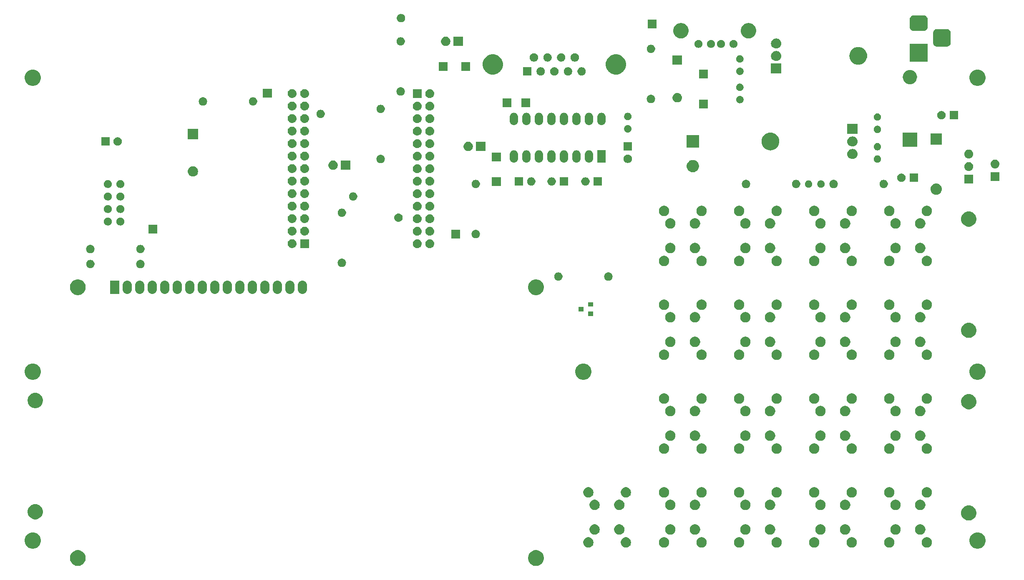
<source format=gbr>
G04 #@! TF.GenerationSoftware,KiCad,Pcbnew,(6.0.0-rc1-dev-1289-g6d8ca311f)*
G04 #@! TF.CreationDate,2018-12-30T23:18:30+01:00
G04 #@! TF.ProjectId,CT800_PCB,43543830-305f-4504-9342-2e6b69636164,rev?*
G04 #@! TF.SameCoordinates,Original*
G04 #@! TF.FileFunction,Soldermask,Bot*
G04 #@! TF.FilePolarity,Negative*
%FSLAX46Y46*%
G04 Gerber Fmt 4.6, Leading zero omitted, Abs format (unit mm)*
G04 Created by KiCad (PCBNEW (6.0.0-rc1-dev-1289-g6d8ca311f)) date 30.12.2018 23:18:30*
%MOMM*%
%LPD*%
G01*
G04 APERTURE LIST*
%ADD10C,0.100000*%
G04 APERTURE END LIST*
D10*
G36*
X150863475Y-145536225D02*
X151154838Y-145656912D01*
X151417058Y-145832122D01*
X151640058Y-146055122D01*
X151815268Y-146317342D01*
X151935955Y-146608705D01*
X151997480Y-146918015D01*
X151997480Y-147233385D01*
X151935955Y-147542695D01*
X151815268Y-147834058D01*
X151640058Y-148096278D01*
X151417058Y-148319278D01*
X151154838Y-148494488D01*
X150863475Y-148615175D01*
X150554165Y-148676700D01*
X150238795Y-148676700D01*
X149929485Y-148615175D01*
X149638122Y-148494488D01*
X149375902Y-148319278D01*
X149152902Y-148096278D01*
X148977692Y-147834058D01*
X148857005Y-147542695D01*
X148795480Y-147233385D01*
X148795480Y-146918015D01*
X148857005Y-146608705D01*
X148977692Y-146317342D01*
X149152902Y-146055122D01*
X149375902Y-145832122D01*
X149638122Y-145656912D01*
X149929485Y-145536225D01*
X150238795Y-145474700D01*
X150554165Y-145474700D01*
X150863475Y-145536225D01*
X150863475Y-145536225D01*
G37*
G36*
X57864895Y-145536225D02*
X58156258Y-145656912D01*
X58418478Y-145832122D01*
X58641478Y-146055122D01*
X58816688Y-146317342D01*
X58937375Y-146608705D01*
X58998900Y-146918015D01*
X58998900Y-147233385D01*
X58937375Y-147542695D01*
X58816688Y-147834058D01*
X58641478Y-148096278D01*
X58418478Y-148319278D01*
X58156258Y-148494488D01*
X57864895Y-148615175D01*
X57555585Y-148676700D01*
X57240215Y-148676700D01*
X56930905Y-148615175D01*
X56639542Y-148494488D01*
X56377322Y-148319278D01*
X56154322Y-148096278D01*
X55979112Y-147834058D01*
X55858425Y-147542695D01*
X55796900Y-147233385D01*
X55796900Y-146918015D01*
X55858425Y-146608705D01*
X55979112Y-146317342D01*
X56154322Y-146055122D01*
X56377322Y-145832122D01*
X56639542Y-145656912D01*
X56930905Y-145536225D01*
X57240215Y-145474700D01*
X57555585Y-145474700D01*
X57864895Y-145536225D01*
X57864895Y-145536225D01*
G37*
G36*
X48635256Y-141901298D02*
X48741579Y-141922447D01*
X49042042Y-142046903D01*
X49274735Y-142202384D01*
X49312454Y-142227587D01*
X49542413Y-142457546D01*
X49542415Y-142457549D01*
X49723097Y-142727958D01*
X49847553Y-143028421D01*
X49856746Y-143074637D01*
X49911000Y-143347389D01*
X49911000Y-143672611D01*
X49847553Y-143991578D01*
X49723098Y-144292040D01*
X49542413Y-144562454D01*
X49312454Y-144792413D01*
X49312451Y-144792415D01*
X49042042Y-144973097D01*
X48741579Y-145097553D01*
X48635256Y-145118702D01*
X48422611Y-145161000D01*
X48097389Y-145161000D01*
X47884744Y-145118702D01*
X47778421Y-145097553D01*
X47477958Y-144973097D01*
X47207549Y-144792415D01*
X47207546Y-144792413D01*
X46977587Y-144562454D01*
X46796902Y-144292040D01*
X46672447Y-143991578D01*
X46609000Y-143672611D01*
X46609000Y-143347389D01*
X46663254Y-143074637D01*
X46672447Y-143028421D01*
X46796903Y-142727958D01*
X46977585Y-142457549D01*
X46977587Y-142457546D01*
X47207546Y-142227587D01*
X47245265Y-142202384D01*
X47477958Y-142046903D01*
X47778421Y-141922447D01*
X47884744Y-141901298D01*
X48097389Y-141859000D01*
X48422611Y-141859000D01*
X48635256Y-141901298D01*
X48635256Y-141901298D01*
G37*
G36*
X240405256Y-141901298D02*
X240511579Y-141922447D01*
X240812042Y-142046903D01*
X241044735Y-142202384D01*
X241082454Y-142227587D01*
X241312413Y-142457546D01*
X241312415Y-142457549D01*
X241493097Y-142727958D01*
X241617553Y-143028421D01*
X241626746Y-143074637D01*
X241681000Y-143347389D01*
X241681000Y-143672611D01*
X241617553Y-143991578D01*
X241493098Y-144292040D01*
X241312413Y-144562454D01*
X241082454Y-144792413D01*
X241082451Y-144792415D01*
X240812042Y-144973097D01*
X240511579Y-145097553D01*
X240405256Y-145118702D01*
X240192611Y-145161000D01*
X239867389Y-145161000D01*
X239654744Y-145118702D01*
X239548421Y-145097553D01*
X239247958Y-144973097D01*
X238977549Y-144792415D01*
X238977546Y-144792413D01*
X238747587Y-144562454D01*
X238566902Y-144292040D01*
X238442447Y-143991578D01*
X238379000Y-143672611D01*
X238379000Y-143347389D01*
X238433254Y-143074637D01*
X238442447Y-143028421D01*
X238566903Y-142727958D01*
X238747585Y-142457549D01*
X238747587Y-142457546D01*
X238977546Y-142227587D01*
X239015265Y-142202384D01*
X239247958Y-142046903D01*
X239548421Y-141922447D01*
X239654744Y-141901298D01*
X239867389Y-141859000D01*
X240192611Y-141859000D01*
X240405256Y-141901298D01*
X240405256Y-141901298D01*
G37*
G36*
X191949565Y-142880389D02*
X192140834Y-142959615D01*
X192312976Y-143074637D01*
X192459363Y-143221024D01*
X192574385Y-143393166D01*
X192653611Y-143584435D01*
X192694000Y-143787484D01*
X192694000Y-143994516D01*
X192653611Y-144197565D01*
X192574385Y-144388834D01*
X192459363Y-144560976D01*
X192312976Y-144707363D01*
X192140834Y-144822385D01*
X191949565Y-144901611D01*
X191746516Y-144942000D01*
X191539484Y-144942000D01*
X191336435Y-144901611D01*
X191145166Y-144822385D01*
X190973024Y-144707363D01*
X190826637Y-144560976D01*
X190711615Y-144388834D01*
X190632389Y-144197565D01*
X190592000Y-143994516D01*
X190592000Y-143787484D01*
X190632389Y-143584435D01*
X190711615Y-143393166D01*
X190826637Y-143221024D01*
X190973024Y-143074637D01*
X191145166Y-142959615D01*
X191336435Y-142880389D01*
X191539484Y-142840000D01*
X191746516Y-142840000D01*
X191949565Y-142880389D01*
X191949565Y-142880389D01*
G37*
G36*
X230049565Y-142880389D02*
X230240834Y-142959615D01*
X230412976Y-143074637D01*
X230559363Y-143221024D01*
X230674385Y-143393166D01*
X230753611Y-143584435D01*
X230794000Y-143787484D01*
X230794000Y-143994516D01*
X230753611Y-144197565D01*
X230674385Y-144388834D01*
X230559363Y-144560976D01*
X230412976Y-144707363D01*
X230240834Y-144822385D01*
X230049565Y-144901611D01*
X229846516Y-144942000D01*
X229639484Y-144942000D01*
X229436435Y-144901611D01*
X229245166Y-144822385D01*
X229073024Y-144707363D01*
X228926637Y-144560976D01*
X228811615Y-144388834D01*
X228732389Y-144197565D01*
X228692000Y-143994516D01*
X228692000Y-143787484D01*
X228732389Y-143584435D01*
X228811615Y-143393166D01*
X228926637Y-143221024D01*
X229073024Y-143074637D01*
X229245166Y-142959615D01*
X229436435Y-142880389D01*
X229639484Y-142840000D01*
X229846516Y-142840000D01*
X230049565Y-142880389D01*
X230049565Y-142880389D01*
G37*
G36*
X207189565Y-142880389D02*
X207380834Y-142959615D01*
X207552976Y-143074637D01*
X207699363Y-143221024D01*
X207814385Y-143393166D01*
X207893611Y-143584435D01*
X207934000Y-143787484D01*
X207934000Y-143994516D01*
X207893611Y-144197565D01*
X207814385Y-144388834D01*
X207699363Y-144560976D01*
X207552976Y-144707363D01*
X207380834Y-144822385D01*
X207189565Y-144901611D01*
X206986516Y-144942000D01*
X206779484Y-144942000D01*
X206576435Y-144901611D01*
X206385166Y-144822385D01*
X206213024Y-144707363D01*
X206066637Y-144560976D01*
X205951615Y-144388834D01*
X205872389Y-144197565D01*
X205832000Y-143994516D01*
X205832000Y-143787484D01*
X205872389Y-143584435D01*
X205951615Y-143393166D01*
X206066637Y-143221024D01*
X206213024Y-143074637D01*
X206385166Y-142959615D01*
X206576435Y-142880389D01*
X206779484Y-142840000D01*
X206986516Y-142840000D01*
X207189565Y-142880389D01*
X207189565Y-142880389D01*
G37*
G36*
X214809565Y-142880389D02*
X215000834Y-142959615D01*
X215172976Y-143074637D01*
X215319363Y-143221024D01*
X215434385Y-143393166D01*
X215513611Y-143584435D01*
X215554000Y-143787484D01*
X215554000Y-143994516D01*
X215513611Y-144197565D01*
X215434385Y-144388834D01*
X215319363Y-144560976D01*
X215172976Y-144707363D01*
X215000834Y-144822385D01*
X214809565Y-144901611D01*
X214606516Y-144942000D01*
X214399484Y-144942000D01*
X214196435Y-144901611D01*
X214005166Y-144822385D01*
X213833024Y-144707363D01*
X213686637Y-144560976D01*
X213571615Y-144388834D01*
X213492389Y-144197565D01*
X213452000Y-143994516D01*
X213452000Y-143787484D01*
X213492389Y-143584435D01*
X213571615Y-143393166D01*
X213686637Y-143221024D01*
X213833024Y-143074637D01*
X214005166Y-142959615D01*
X214196435Y-142880389D01*
X214399484Y-142840000D01*
X214606516Y-142840000D01*
X214809565Y-142880389D01*
X214809565Y-142880389D01*
G37*
G36*
X199569565Y-142880389D02*
X199760834Y-142959615D01*
X199932976Y-143074637D01*
X200079363Y-143221024D01*
X200194385Y-143393166D01*
X200273611Y-143584435D01*
X200314000Y-143787484D01*
X200314000Y-143994516D01*
X200273611Y-144197565D01*
X200194385Y-144388834D01*
X200079363Y-144560976D01*
X199932976Y-144707363D01*
X199760834Y-144822385D01*
X199569565Y-144901611D01*
X199366516Y-144942000D01*
X199159484Y-144942000D01*
X198956435Y-144901611D01*
X198765166Y-144822385D01*
X198593024Y-144707363D01*
X198446637Y-144560976D01*
X198331615Y-144388834D01*
X198252389Y-144197565D01*
X198212000Y-143994516D01*
X198212000Y-143787484D01*
X198252389Y-143584435D01*
X198331615Y-143393166D01*
X198446637Y-143221024D01*
X198593024Y-143074637D01*
X198765166Y-142959615D01*
X198956435Y-142880389D01*
X199159484Y-142840000D01*
X199366516Y-142840000D01*
X199569565Y-142880389D01*
X199569565Y-142880389D01*
G37*
G36*
X176709565Y-142880389D02*
X176900834Y-142959615D01*
X177072976Y-143074637D01*
X177219363Y-143221024D01*
X177334385Y-143393166D01*
X177413611Y-143584435D01*
X177454000Y-143787484D01*
X177454000Y-143994516D01*
X177413611Y-144197565D01*
X177334385Y-144388834D01*
X177219363Y-144560976D01*
X177072976Y-144707363D01*
X176900834Y-144822385D01*
X176709565Y-144901611D01*
X176506516Y-144942000D01*
X176299484Y-144942000D01*
X176096435Y-144901611D01*
X175905166Y-144822385D01*
X175733024Y-144707363D01*
X175586637Y-144560976D01*
X175471615Y-144388834D01*
X175392389Y-144197565D01*
X175352000Y-143994516D01*
X175352000Y-143787484D01*
X175392389Y-143584435D01*
X175471615Y-143393166D01*
X175586637Y-143221024D01*
X175733024Y-143074637D01*
X175905166Y-142959615D01*
X176096435Y-142880389D01*
X176299484Y-142840000D01*
X176506516Y-142840000D01*
X176709565Y-142880389D01*
X176709565Y-142880389D01*
G37*
G36*
X184329565Y-142880389D02*
X184520834Y-142959615D01*
X184692976Y-143074637D01*
X184839363Y-143221024D01*
X184954385Y-143393166D01*
X185033611Y-143584435D01*
X185074000Y-143787484D01*
X185074000Y-143994516D01*
X185033611Y-144197565D01*
X184954385Y-144388834D01*
X184839363Y-144560976D01*
X184692976Y-144707363D01*
X184520834Y-144822385D01*
X184329565Y-144901611D01*
X184126516Y-144942000D01*
X183919484Y-144942000D01*
X183716435Y-144901611D01*
X183525166Y-144822385D01*
X183353024Y-144707363D01*
X183206637Y-144560976D01*
X183091615Y-144388834D01*
X183012389Y-144197565D01*
X182972000Y-143994516D01*
X182972000Y-143787484D01*
X183012389Y-143584435D01*
X183091615Y-143393166D01*
X183206637Y-143221024D01*
X183353024Y-143074637D01*
X183525166Y-142959615D01*
X183716435Y-142880389D01*
X183919484Y-142840000D01*
X184126516Y-142840000D01*
X184329565Y-142880389D01*
X184329565Y-142880389D01*
G37*
G36*
X161342565Y-142880389D02*
X161533834Y-142959615D01*
X161705976Y-143074637D01*
X161852363Y-143221024D01*
X161967385Y-143393166D01*
X162046611Y-143584435D01*
X162087000Y-143787484D01*
X162087000Y-143994516D01*
X162046611Y-144197565D01*
X161967385Y-144388834D01*
X161852363Y-144560976D01*
X161705976Y-144707363D01*
X161533834Y-144822385D01*
X161342565Y-144901611D01*
X161139516Y-144942000D01*
X160932484Y-144942000D01*
X160729435Y-144901611D01*
X160538166Y-144822385D01*
X160366024Y-144707363D01*
X160219637Y-144560976D01*
X160104615Y-144388834D01*
X160025389Y-144197565D01*
X159985000Y-143994516D01*
X159985000Y-143787484D01*
X160025389Y-143584435D01*
X160104615Y-143393166D01*
X160219637Y-143221024D01*
X160366024Y-143074637D01*
X160538166Y-142959615D01*
X160729435Y-142880389D01*
X160932484Y-142840000D01*
X161139516Y-142840000D01*
X161342565Y-142880389D01*
X161342565Y-142880389D01*
G37*
G36*
X168962565Y-142880389D02*
X169153834Y-142959615D01*
X169325976Y-143074637D01*
X169472363Y-143221024D01*
X169587385Y-143393166D01*
X169666611Y-143584435D01*
X169707000Y-143787484D01*
X169707000Y-143994516D01*
X169666611Y-144197565D01*
X169587385Y-144388834D01*
X169472363Y-144560976D01*
X169325976Y-144707363D01*
X169153834Y-144822385D01*
X168962565Y-144901611D01*
X168759516Y-144942000D01*
X168552484Y-144942000D01*
X168349435Y-144901611D01*
X168158166Y-144822385D01*
X167986024Y-144707363D01*
X167839637Y-144560976D01*
X167724615Y-144388834D01*
X167645389Y-144197565D01*
X167605000Y-143994516D01*
X167605000Y-143787484D01*
X167645389Y-143584435D01*
X167724615Y-143393166D01*
X167839637Y-143221024D01*
X167986024Y-143074637D01*
X168158166Y-142959615D01*
X168349435Y-142880389D01*
X168552484Y-142840000D01*
X168759516Y-142840000D01*
X168962565Y-142880389D01*
X168962565Y-142880389D01*
G37*
G36*
X222429565Y-142880389D02*
X222620834Y-142959615D01*
X222792976Y-143074637D01*
X222939363Y-143221024D01*
X223054385Y-143393166D01*
X223133611Y-143584435D01*
X223174000Y-143787484D01*
X223174000Y-143994516D01*
X223133611Y-144197565D01*
X223054385Y-144388834D01*
X222939363Y-144560976D01*
X222792976Y-144707363D01*
X222620834Y-144822385D01*
X222429565Y-144901611D01*
X222226516Y-144942000D01*
X222019484Y-144942000D01*
X221816435Y-144901611D01*
X221625166Y-144822385D01*
X221453024Y-144707363D01*
X221306637Y-144560976D01*
X221191615Y-144388834D01*
X221112389Y-144197565D01*
X221072000Y-143994516D01*
X221072000Y-143787484D01*
X221112389Y-143584435D01*
X221191615Y-143393166D01*
X221306637Y-143221024D01*
X221453024Y-143074637D01*
X221625166Y-142959615D01*
X221816435Y-142880389D01*
X222019484Y-142840000D01*
X222226516Y-142840000D01*
X222429565Y-142880389D01*
X222429565Y-142880389D01*
G37*
G36*
X177979565Y-140260389D02*
X178170834Y-140339615D01*
X178342976Y-140454637D01*
X178489363Y-140601024D01*
X178604385Y-140773166D01*
X178683611Y-140964435D01*
X178724000Y-141167484D01*
X178724000Y-141374516D01*
X178683611Y-141577565D01*
X178604385Y-141768834D01*
X178489363Y-141940976D01*
X178342976Y-142087363D01*
X178170834Y-142202385D01*
X177979565Y-142281611D01*
X177776516Y-142322000D01*
X177569484Y-142322000D01*
X177366435Y-142281611D01*
X177175166Y-142202385D01*
X177003024Y-142087363D01*
X176856637Y-141940976D01*
X176741615Y-141768834D01*
X176662389Y-141577565D01*
X176622000Y-141374516D01*
X176622000Y-141167484D01*
X176662389Y-140964435D01*
X176741615Y-140773166D01*
X176856637Y-140601024D01*
X177003024Y-140454637D01*
X177175166Y-140339615D01*
X177366435Y-140260389D01*
X177569484Y-140220000D01*
X177776516Y-140220000D01*
X177979565Y-140260389D01*
X177979565Y-140260389D01*
G37*
G36*
X167612565Y-140260389D02*
X167803834Y-140339615D01*
X167975976Y-140454637D01*
X168122363Y-140601024D01*
X168237385Y-140773166D01*
X168316611Y-140964435D01*
X168357000Y-141167484D01*
X168357000Y-141374516D01*
X168316611Y-141577565D01*
X168237385Y-141768834D01*
X168122363Y-141940976D01*
X167975976Y-142087363D01*
X167803834Y-142202385D01*
X167612565Y-142281611D01*
X167409516Y-142322000D01*
X167202484Y-142322000D01*
X166999435Y-142281611D01*
X166808166Y-142202385D01*
X166636024Y-142087363D01*
X166489637Y-141940976D01*
X166374615Y-141768834D01*
X166295389Y-141577565D01*
X166255000Y-141374516D01*
X166255000Y-141167484D01*
X166295389Y-140964435D01*
X166374615Y-140773166D01*
X166489637Y-140601024D01*
X166636024Y-140454637D01*
X166808166Y-140339615D01*
X166999435Y-140260389D01*
X167202484Y-140220000D01*
X167409516Y-140220000D01*
X167612565Y-140260389D01*
X167612565Y-140260389D01*
G37*
G36*
X162612565Y-140260389D02*
X162803834Y-140339615D01*
X162975976Y-140454637D01*
X163122363Y-140601024D01*
X163237385Y-140773166D01*
X163316611Y-140964435D01*
X163357000Y-141167484D01*
X163357000Y-141374516D01*
X163316611Y-141577565D01*
X163237385Y-141768834D01*
X163122363Y-141940976D01*
X162975976Y-142087363D01*
X162803834Y-142202385D01*
X162612565Y-142281611D01*
X162409516Y-142322000D01*
X162202484Y-142322000D01*
X161999435Y-142281611D01*
X161808166Y-142202385D01*
X161636024Y-142087363D01*
X161489637Y-141940976D01*
X161374615Y-141768834D01*
X161295389Y-141577565D01*
X161255000Y-141374516D01*
X161255000Y-141167484D01*
X161295389Y-140964435D01*
X161374615Y-140773166D01*
X161489637Y-140601024D01*
X161636024Y-140454637D01*
X161808166Y-140339615D01*
X161999435Y-140260389D01*
X162202484Y-140220000D01*
X162409516Y-140220000D01*
X162612565Y-140260389D01*
X162612565Y-140260389D01*
G37*
G36*
X223699565Y-140260389D02*
X223890834Y-140339615D01*
X224062976Y-140454637D01*
X224209363Y-140601024D01*
X224324385Y-140773166D01*
X224403611Y-140964435D01*
X224444000Y-141167484D01*
X224444000Y-141374516D01*
X224403611Y-141577565D01*
X224324385Y-141768834D01*
X224209363Y-141940976D01*
X224062976Y-142087363D01*
X223890834Y-142202385D01*
X223699565Y-142281611D01*
X223496516Y-142322000D01*
X223289484Y-142322000D01*
X223086435Y-142281611D01*
X222895166Y-142202385D01*
X222723024Y-142087363D01*
X222576637Y-141940976D01*
X222461615Y-141768834D01*
X222382389Y-141577565D01*
X222342000Y-141374516D01*
X222342000Y-141167484D01*
X222382389Y-140964435D01*
X222461615Y-140773166D01*
X222576637Y-140601024D01*
X222723024Y-140454637D01*
X222895166Y-140339615D01*
X223086435Y-140260389D01*
X223289484Y-140220000D01*
X223496516Y-140220000D01*
X223699565Y-140260389D01*
X223699565Y-140260389D01*
G37*
G36*
X228699565Y-140260389D02*
X228890834Y-140339615D01*
X229062976Y-140454637D01*
X229209363Y-140601024D01*
X229324385Y-140773166D01*
X229403611Y-140964435D01*
X229444000Y-141167484D01*
X229444000Y-141374516D01*
X229403611Y-141577565D01*
X229324385Y-141768834D01*
X229209363Y-141940976D01*
X229062976Y-142087363D01*
X228890834Y-142202385D01*
X228699565Y-142281611D01*
X228496516Y-142322000D01*
X228289484Y-142322000D01*
X228086435Y-142281611D01*
X227895166Y-142202385D01*
X227723024Y-142087363D01*
X227576637Y-141940976D01*
X227461615Y-141768834D01*
X227382389Y-141577565D01*
X227342000Y-141374516D01*
X227342000Y-141167484D01*
X227382389Y-140964435D01*
X227461615Y-140773166D01*
X227576637Y-140601024D01*
X227723024Y-140454637D01*
X227895166Y-140339615D01*
X228086435Y-140260389D01*
X228289484Y-140220000D01*
X228496516Y-140220000D01*
X228699565Y-140260389D01*
X228699565Y-140260389D01*
G37*
G36*
X208459565Y-140260389D02*
X208650834Y-140339615D01*
X208822976Y-140454637D01*
X208969363Y-140601024D01*
X209084385Y-140773166D01*
X209163611Y-140964435D01*
X209204000Y-141167484D01*
X209204000Y-141374516D01*
X209163611Y-141577565D01*
X209084385Y-141768834D01*
X208969363Y-141940976D01*
X208822976Y-142087363D01*
X208650834Y-142202385D01*
X208459565Y-142281611D01*
X208256516Y-142322000D01*
X208049484Y-142322000D01*
X207846435Y-142281611D01*
X207655166Y-142202385D01*
X207483024Y-142087363D01*
X207336637Y-141940976D01*
X207221615Y-141768834D01*
X207142389Y-141577565D01*
X207102000Y-141374516D01*
X207102000Y-141167484D01*
X207142389Y-140964435D01*
X207221615Y-140773166D01*
X207336637Y-140601024D01*
X207483024Y-140454637D01*
X207655166Y-140339615D01*
X207846435Y-140260389D01*
X208049484Y-140220000D01*
X208256516Y-140220000D01*
X208459565Y-140260389D01*
X208459565Y-140260389D01*
G37*
G36*
X193219565Y-140260389D02*
X193410834Y-140339615D01*
X193582976Y-140454637D01*
X193729363Y-140601024D01*
X193844385Y-140773166D01*
X193923611Y-140964435D01*
X193964000Y-141167484D01*
X193964000Y-141374516D01*
X193923611Y-141577565D01*
X193844385Y-141768834D01*
X193729363Y-141940976D01*
X193582976Y-142087363D01*
X193410834Y-142202385D01*
X193219565Y-142281611D01*
X193016516Y-142322000D01*
X192809484Y-142322000D01*
X192606435Y-142281611D01*
X192415166Y-142202385D01*
X192243024Y-142087363D01*
X192096637Y-141940976D01*
X191981615Y-141768834D01*
X191902389Y-141577565D01*
X191862000Y-141374516D01*
X191862000Y-141167484D01*
X191902389Y-140964435D01*
X191981615Y-140773166D01*
X192096637Y-140601024D01*
X192243024Y-140454637D01*
X192415166Y-140339615D01*
X192606435Y-140260389D01*
X192809484Y-140220000D01*
X193016516Y-140220000D01*
X193219565Y-140260389D01*
X193219565Y-140260389D01*
G37*
G36*
X198219565Y-140260389D02*
X198410834Y-140339615D01*
X198582976Y-140454637D01*
X198729363Y-140601024D01*
X198844385Y-140773166D01*
X198923611Y-140964435D01*
X198964000Y-141167484D01*
X198964000Y-141374516D01*
X198923611Y-141577565D01*
X198844385Y-141768834D01*
X198729363Y-141940976D01*
X198582976Y-142087363D01*
X198410834Y-142202385D01*
X198219565Y-142281611D01*
X198016516Y-142322000D01*
X197809484Y-142322000D01*
X197606435Y-142281611D01*
X197415166Y-142202385D01*
X197243024Y-142087363D01*
X197096637Y-141940976D01*
X196981615Y-141768834D01*
X196902389Y-141577565D01*
X196862000Y-141374516D01*
X196862000Y-141167484D01*
X196902389Y-140964435D01*
X196981615Y-140773166D01*
X197096637Y-140601024D01*
X197243024Y-140454637D01*
X197415166Y-140339615D01*
X197606435Y-140260389D01*
X197809484Y-140220000D01*
X198016516Y-140220000D01*
X198219565Y-140260389D01*
X198219565Y-140260389D01*
G37*
G36*
X182979565Y-140260389D02*
X183170834Y-140339615D01*
X183342976Y-140454637D01*
X183489363Y-140601024D01*
X183604385Y-140773166D01*
X183683611Y-140964435D01*
X183724000Y-141167484D01*
X183724000Y-141374516D01*
X183683611Y-141577565D01*
X183604385Y-141768834D01*
X183489363Y-141940976D01*
X183342976Y-142087363D01*
X183170834Y-142202385D01*
X182979565Y-142281611D01*
X182776516Y-142322000D01*
X182569484Y-142322000D01*
X182366435Y-142281611D01*
X182175166Y-142202385D01*
X182003024Y-142087363D01*
X181856637Y-141940976D01*
X181741615Y-141768834D01*
X181662389Y-141577565D01*
X181622000Y-141374516D01*
X181622000Y-141167484D01*
X181662389Y-140964435D01*
X181741615Y-140773166D01*
X181856637Y-140601024D01*
X182003024Y-140454637D01*
X182175166Y-140339615D01*
X182366435Y-140260389D01*
X182569484Y-140220000D01*
X182776516Y-140220000D01*
X182979565Y-140260389D01*
X182979565Y-140260389D01*
G37*
G36*
X213459565Y-140260389D02*
X213650834Y-140339615D01*
X213822976Y-140454637D01*
X213969363Y-140601024D01*
X214084385Y-140773166D01*
X214163611Y-140964435D01*
X214204000Y-141167484D01*
X214204000Y-141374516D01*
X214163611Y-141577565D01*
X214084385Y-141768834D01*
X213969363Y-141940976D01*
X213822976Y-142087363D01*
X213650834Y-142202385D01*
X213459565Y-142281611D01*
X213256516Y-142322000D01*
X213049484Y-142322000D01*
X212846435Y-142281611D01*
X212655166Y-142202385D01*
X212483024Y-142087363D01*
X212336637Y-141940976D01*
X212221615Y-141768834D01*
X212142389Y-141577565D01*
X212102000Y-141374516D01*
X212102000Y-141167484D01*
X212142389Y-140964435D01*
X212221615Y-140773166D01*
X212336637Y-140601024D01*
X212483024Y-140454637D01*
X212655166Y-140339615D01*
X212846435Y-140260389D01*
X213049484Y-140220000D01*
X213256516Y-140220000D01*
X213459565Y-140260389D01*
X213459565Y-140260389D01*
G37*
G36*
X238604527Y-136404736D02*
X238704410Y-136424604D01*
X238986674Y-136541521D01*
X239240705Y-136711259D01*
X239456741Y-136927295D01*
X239626479Y-137181326D01*
X239743396Y-137463590D01*
X239743396Y-137463591D01*
X239803000Y-137763238D01*
X239803000Y-138068762D01*
X239792726Y-138120410D01*
X239743396Y-138368410D01*
X239626479Y-138650674D01*
X239456741Y-138904705D01*
X239240705Y-139120741D01*
X238986674Y-139290479D01*
X238704410Y-139407396D01*
X238604527Y-139427264D01*
X238404762Y-139467000D01*
X238099238Y-139467000D01*
X237899473Y-139427264D01*
X237799590Y-139407396D01*
X237517326Y-139290479D01*
X237263295Y-139120741D01*
X237047259Y-138904705D01*
X236877521Y-138650674D01*
X236760604Y-138368410D01*
X236711274Y-138120410D01*
X236701000Y-138068762D01*
X236701000Y-137763238D01*
X236760604Y-137463591D01*
X236760604Y-137463590D01*
X236877521Y-137181326D01*
X237047259Y-136927295D01*
X237263295Y-136711259D01*
X237517326Y-136541521D01*
X237799590Y-136424604D01*
X237899473Y-136404736D01*
X238099238Y-136365000D01*
X238404762Y-136365000D01*
X238604527Y-136404736D01*
X238604527Y-136404736D01*
G37*
G36*
X49120527Y-136156736D02*
X49220410Y-136176604D01*
X49502674Y-136293521D01*
X49756705Y-136463259D01*
X49972741Y-136679295D01*
X50142479Y-136933326D01*
X50253926Y-137202385D01*
X50259396Y-137215591D01*
X50308727Y-137463591D01*
X50319000Y-137515240D01*
X50319000Y-137820760D01*
X50259396Y-138120410D01*
X50142479Y-138402674D01*
X49972741Y-138656705D01*
X49756705Y-138872741D01*
X49502674Y-139042479D01*
X49220410Y-139159396D01*
X49120527Y-139179264D01*
X48920762Y-139219000D01*
X48615238Y-139219000D01*
X48415473Y-139179264D01*
X48315590Y-139159396D01*
X48033326Y-139042479D01*
X47779295Y-138872741D01*
X47563259Y-138656705D01*
X47393521Y-138402674D01*
X47276604Y-138120410D01*
X47217000Y-137820760D01*
X47217000Y-137515240D01*
X47227274Y-137463591D01*
X47276604Y-137215591D01*
X47282074Y-137202385D01*
X47393521Y-136933326D01*
X47563259Y-136679295D01*
X47779295Y-136463259D01*
X48033326Y-136293521D01*
X48315590Y-136176604D01*
X48415473Y-136156736D01*
X48615238Y-136117000D01*
X48920762Y-136117000D01*
X49120527Y-136156736D01*
X49120527Y-136156736D01*
G37*
G36*
X193219565Y-135260389D02*
X193410834Y-135339615D01*
X193582976Y-135454637D01*
X193729363Y-135601024D01*
X193844385Y-135773166D01*
X193923611Y-135964435D01*
X193964000Y-136167484D01*
X193964000Y-136374516D01*
X193923611Y-136577565D01*
X193844385Y-136768834D01*
X193729363Y-136940976D01*
X193582976Y-137087363D01*
X193410834Y-137202385D01*
X193219565Y-137281611D01*
X193016516Y-137322000D01*
X192809484Y-137322000D01*
X192606435Y-137281611D01*
X192415166Y-137202385D01*
X192243024Y-137087363D01*
X192096637Y-136940976D01*
X191981615Y-136768834D01*
X191902389Y-136577565D01*
X191862000Y-136374516D01*
X191862000Y-136167484D01*
X191902389Y-135964435D01*
X191981615Y-135773166D01*
X192096637Y-135601024D01*
X192243024Y-135454637D01*
X192415166Y-135339615D01*
X192606435Y-135260389D01*
X192809484Y-135220000D01*
X193016516Y-135220000D01*
X193219565Y-135260389D01*
X193219565Y-135260389D01*
G37*
G36*
X162612565Y-135260389D02*
X162803834Y-135339615D01*
X162975976Y-135454637D01*
X163122363Y-135601024D01*
X163237385Y-135773166D01*
X163316611Y-135964435D01*
X163357000Y-136167484D01*
X163357000Y-136374516D01*
X163316611Y-136577565D01*
X163237385Y-136768834D01*
X163122363Y-136940976D01*
X162975976Y-137087363D01*
X162803834Y-137202385D01*
X162612565Y-137281611D01*
X162409516Y-137322000D01*
X162202484Y-137322000D01*
X161999435Y-137281611D01*
X161808166Y-137202385D01*
X161636024Y-137087363D01*
X161489637Y-136940976D01*
X161374615Y-136768834D01*
X161295389Y-136577565D01*
X161255000Y-136374516D01*
X161255000Y-136167484D01*
X161295389Y-135964435D01*
X161374615Y-135773166D01*
X161489637Y-135601024D01*
X161636024Y-135454637D01*
X161808166Y-135339615D01*
X161999435Y-135260389D01*
X162202484Y-135220000D01*
X162409516Y-135220000D01*
X162612565Y-135260389D01*
X162612565Y-135260389D01*
G37*
G36*
X167612565Y-135260389D02*
X167803834Y-135339615D01*
X167975976Y-135454637D01*
X168122363Y-135601024D01*
X168237385Y-135773166D01*
X168316611Y-135964435D01*
X168357000Y-136167484D01*
X168357000Y-136374516D01*
X168316611Y-136577565D01*
X168237385Y-136768834D01*
X168122363Y-136940976D01*
X167975976Y-137087363D01*
X167803834Y-137202385D01*
X167612565Y-137281611D01*
X167409516Y-137322000D01*
X167202484Y-137322000D01*
X166999435Y-137281611D01*
X166808166Y-137202385D01*
X166636024Y-137087363D01*
X166489637Y-136940976D01*
X166374615Y-136768834D01*
X166295389Y-136577565D01*
X166255000Y-136374516D01*
X166255000Y-136167484D01*
X166295389Y-135964435D01*
X166374615Y-135773166D01*
X166489637Y-135601024D01*
X166636024Y-135454637D01*
X166808166Y-135339615D01*
X166999435Y-135260389D01*
X167202484Y-135220000D01*
X167409516Y-135220000D01*
X167612565Y-135260389D01*
X167612565Y-135260389D01*
G37*
G36*
X182979565Y-135260389D02*
X183170834Y-135339615D01*
X183342976Y-135454637D01*
X183489363Y-135601024D01*
X183604385Y-135773166D01*
X183683611Y-135964435D01*
X183724000Y-136167484D01*
X183724000Y-136374516D01*
X183683611Y-136577565D01*
X183604385Y-136768834D01*
X183489363Y-136940976D01*
X183342976Y-137087363D01*
X183170834Y-137202385D01*
X182979565Y-137281611D01*
X182776516Y-137322000D01*
X182569484Y-137322000D01*
X182366435Y-137281611D01*
X182175166Y-137202385D01*
X182003024Y-137087363D01*
X181856637Y-136940976D01*
X181741615Y-136768834D01*
X181662389Y-136577565D01*
X181622000Y-136374516D01*
X181622000Y-136167484D01*
X181662389Y-135964435D01*
X181741615Y-135773166D01*
X181856637Y-135601024D01*
X182003024Y-135454637D01*
X182175166Y-135339615D01*
X182366435Y-135260389D01*
X182569484Y-135220000D01*
X182776516Y-135220000D01*
X182979565Y-135260389D01*
X182979565Y-135260389D01*
G37*
G36*
X198219565Y-135260389D02*
X198410834Y-135339615D01*
X198582976Y-135454637D01*
X198729363Y-135601024D01*
X198844385Y-135773166D01*
X198923611Y-135964435D01*
X198964000Y-136167484D01*
X198964000Y-136374516D01*
X198923611Y-136577565D01*
X198844385Y-136768834D01*
X198729363Y-136940976D01*
X198582976Y-137087363D01*
X198410834Y-137202385D01*
X198219565Y-137281611D01*
X198016516Y-137322000D01*
X197809484Y-137322000D01*
X197606435Y-137281611D01*
X197415166Y-137202385D01*
X197243024Y-137087363D01*
X197096637Y-136940976D01*
X196981615Y-136768834D01*
X196902389Y-136577565D01*
X196862000Y-136374516D01*
X196862000Y-136167484D01*
X196902389Y-135964435D01*
X196981615Y-135773166D01*
X197096637Y-135601024D01*
X197243024Y-135454637D01*
X197415166Y-135339615D01*
X197606435Y-135260389D01*
X197809484Y-135220000D01*
X198016516Y-135220000D01*
X198219565Y-135260389D01*
X198219565Y-135260389D01*
G37*
G36*
X208459565Y-135260389D02*
X208650834Y-135339615D01*
X208822976Y-135454637D01*
X208969363Y-135601024D01*
X209084385Y-135773166D01*
X209163611Y-135964435D01*
X209204000Y-136167484D01*
X209204000Y-136374516D01*
X209163611Y-136577565D01*
X209084385Y-136768834D01*
X208969363Y-136940976D01*
X208822976Y-137087363D01*
X208650834Y-137202385D01*
X208459565Y-137281611D01*
X208256516Y-137322000D01*
X208049484Y-137322000D01*
X207846435Y-137281611D01*
X207655166Y-137202385D01*
X207483024Y-137087363D01*
X207336637Y-136940976D01*
X207221615Y-136768834D01*
X207142389Y-136577565D01*
X207102000Y-136374516D01*
X207102000Y-136167484D01*
X207142389Y-135964435D01*
X207221615Y-135773166D01*
X207336637Y-135601024D01*
X207483024Y-135454637D01*
X207655166Y-135339615D01*
X207846435Y-135260389D01*
X208049484Y-135220000D01*
X208256516Y-135220000D01*
X208459565Y-135260389D01*
X208459565Y-135260389D01*
G37*
G36*
X213459565Y-135260389D02*
X213650834Y-135339615D01*
X213822976Y-135454637D01*
X213969363Y-135601024D01*
X214084385Y-135773166D01*
X214163611Y-135964435D01*
X214204000Y-136167484D01*
X214204000Y-136374516D01*
X214163611Y-136577565D01*
X214084385Y-136768834D01*
X213969363Y-136940976D01*
X213822976Y-137087363D01*
X213650834Y-137202385D01*
X213459565Y-137281611D01*
X213256516Y-137322000D01*
X213049484Y-137322000D01*
X212846435Y-137281611D01*
X212655166Y-137202385D01*
X212483024Y-137087363D01*
X212336637Y-136940976D01*
X212221615Y-136768834D01*
X212142389Y-136577565D01*
X212102000Y-136374516D01*
X212102000Y-136167484D01*
X212142389Y-135964435D01*
X212221615Y-135773166D01*
X212336637Y-135601024D01*
X212483024Y-135454637D01*
X212655166Y-135339615D01*
X212846435Y-135260389D01*
X213049484Y-135220000D01*
X213256516Y-135220000D01*
X213459565Y-135260389D01*
X213459565Y-135260389D01*
G37*
G36*
X223699565Y-135260389D02*
X223890834Y-135339615D01*
X224062976Y-135454637D01*
X224209363Y-135601024D01*
X224324385Y-135773166D01*
X224403611Y-135964435D01*
X224444000Y-136167484D01*
X224444000Y-136374516D01*
X224403611Y-136577565D01*
X224324385Y-136768834D01*
X224209363Y-136940976D01*
X224062976Y-137087363D01*
X223890834Y-137202385D01*
X223699565Y-137281611D01*
X223496516Y-137322000D01*
X223289484Y-137322000D01*
X223086435Y-137281611D01*
X222895166Y-137202385D01*
X222723024Y-137087363D01*
X222576637Y-136940976D01*
X222461615Y-136768834D01*
X222382389Y-136577565D01*
X222342000Y-136374516D01*
X222342000Y-136167484D01*
X222382389Y-135964435D01*
X222461615Y-135773166D01*
X222576637Y-135601024D01*
X222723024Y-135454637D01*
X222895166Y-135339615D01*
X223086435Y-135260389D01*
X223289484Y-135220000D01*
X223496516Y-135220000D01*
X223699565Y-135260389D01*
X223699565Y-135260389D01*
G37*
G36*
X228699565Y-135260389D02*
X228890834Y-135339615D01*
X229062976Y-135454637D01*
X229209363Y-135601024D01*
X229324385Y-135773166D01*
X229403611Y-135964435D01*
X229444000Y-136167484D01*
X229444000Y-136374516D01*
X229403611Y-136577565D01*
X229324385Y-136768834D01*
X229209363Y-136940976D01*
X229062976Y-137087363D01*
X228890834Y-137202385D01*
X228699565Y-137281611D01*
X228496516Y-137322000D01*
X228289484Y-137322000D01*
X228086435Y-137281611D01*
X227895166Y-137202385D01*
X227723024Y-137087363D01*
X227576637Y-136940976D01*
X227461615Y-136768834D01*
X227382389Y-136577565D01*
X227342000Y-136374516D01*
X227342000Y-136167484D01*
X227382389Y-135964435D01*
X227461615Y-135773166D01*
X227576637Y-135601024D01*
X227723024Y-135454637D01*
X227895166Y-135339615D01*
X228086435Y-135260389D01*
X228289484Y-135220000D01*
X228496516Y-135220000D01*
X228699565Y-135260389D01*
X228699565Y-135260389D01*
G37*
G36*
X177979565Y-135260389D02*
X178170834Y-135339615D01*
X178342976Y-135454637D01*
X178489363Y-135601024D01*
X178604385Y-135773166D01*
X178683611Y-135964435D01*
X178724000Y-136167484D01*
X178724000Y-136374516D01*
X178683611Y-136577565D01*
X178604385Y-136768834D01*
X178489363Y-136940976D01*
X178342976Y-137087363D01*
X178170834Y-137202385D01*
X177979565Y-137281611D01*
X177776516Y-137322000D01*
X177569484Y-137322000D01*
X177366435Y-137281611D01*
X177175166Y-137202385D01*
X177003024Y-137087363D01*
X176856637Y-136940976D01*
X176741615Y-136768834D01*
X176662389Y-136577565D01*
X176622000Y-136374516D01*
X176622000Y-136167484D01*
X176662389Y-135964435D01*
X176741615Y-135773166D01*
X176856637Y-135601024D01*
X177003024Y-135454637D01*
X177175166Y-135339615D01*
X177366435Y-135260389D01*
X177569484Y-135220000D01*
X177776516Y-135220000D01*
X177979565Y-135260389D01*
X177979565Y-135260389D01*
G37*
G36*
X207189565Y-132720389D02*
X207380834Y-132799615D01*
X207552976Y-132914637D01*
X207699363Y-133061024D01*
X207814385Y-133233166D01*
X207893611Y-133424435D01*
X207934000Y-133627484D01*
X207934000Y-133834516D01*
X207893611Y-134037565D01*
X207814385Y-134228834D01*
X207699363Y-134400976D01*
X207552976Y-134547363D01*
X207380834Y-134662385D01*
X207189565Y-134741611D01*
X206986516Y-134782000D01*
X206779484Y-134782000D01*
X206576435Y-134741611D01*
X206385166Y-134662385D01*
X206213024Y-134547363D01*
X206066637Y-134400976D01*
X205951615Y-134228834D01*
X205872389Y-134037565D01*
X205832000Y-133834516D01*
X205832000Y-133627484D01*
X205872389Y-133424435D01*
X205951615Y-133233166D01*
X206066637Y-133061024D01*
X206213024Y-132914637D01*
X206385166Y-132799615D01*
X206576435Y-132720389D01*
X206779484Y-132680000D01*
X206986516Y-132680000D01*
X207189565Y-132720389D01*
X207189565Y-132720389D01*
G37*
G36*
X161342565Y-132720389D02*
X161533834Y-132799615D01*
X161705976Y-132914637D01*
X161852363Y-133061024D01*
X161967385Y-133233166D01*
X162046611Y-133424435D01*
X162087000Y-133627484D01*
X162087000Y-133834516D01*
X162046611Y-134037565D01*
X161967385Y-134228834D01*
X161852363Y-134400976D01*
X161705976Y-134547363D01*
X161533834Y-134662385D01*
X161342565Y-134741611D01*
X161139516Y-134782000D01*
X160932484Y-134782000D01*
X160729435Y-134741611D01*
X160538166Y-134662385D01*
X160366024Y-134547363D01*
X160219637Y-134400976D01*
X160104615Y-134228834D01*
X160025389Y-134037565D01*
X159985000Y-133834516D01*
X159985000Y-133627484D01*
X160025389Y-133424435D01*
X160104615Y-133233166D01*
X160219637Y-133061024D01*
X160366024Y-132914637D01*
X160538166Y-132799615D01*
X160729435Y-132720389D01*
X160932484Y-132680000D01*
X161139516Y-132680000D01*
X161342565Y-132720389D01*
X161342565Y-132720389D01*
G37*
G36*
X176709565Y-132720389D02*
X176900834Y-132799615D01*
X177072976Y-132914637D01*
X177219363Y-133061024D01*
X177334385Y-133233166D01*
X177413611Y-133424435D01*
X177454000Y-133627484D01*
X177454000Y-133834516D01*
X177413611Y-134037565D01*
X177334385Y-134228834D01*
X177219363Y-134400976D01*
X177072976Y-134547363D01*
X176900834Y-134662385D01*
X176709565Y-134741611D01*
X176506516Y-134782000D01*
X176299484Y-134782000D01*
X176096435Y-134741611D01*
X175905166Y-134662385D01*
X175733024Y-134547363D01*
X175586637Y-134400976D01*
X175471615Y-134228834D01*
X175392389Y-134037565D01*
X175352000Y-133834516D01*
X175352000Y-133627484D01*
X175392389Y-133424435D01*
X175471615Y-133233166D01*
X175586637Y-133061024D01*
X175733024Y-132914637D01*
X175905166Y-132799615D01*
X176096435Y-132720389D01*
X176299484Y-132680000D01*
X176506516Y-132680000D01*
X176709565Y-132720389D01*
X176709565Y-132720389D01*
G37*
G36*
X184329565Y-132720389D02*
X184520834Y-132799615D01*
X184692976Y-132914637D01*
X184839363Y-133061024D01*
X184954385Y-133233166D01*
X185033611Y-133424435D01*
X185074000Y-133627484D01*
X185074000Y-133834516D01*
X185033611Y-134037565D01*
X184954385Y-134228834D01*
X184839363Y-134400976D01*
X184692976Y-134547363D01*
X184520834Y-134662385D01*
X184329565Y-134741611D01*
X184126516Y-134782000D01*
X183919484Y-134782000D01*
X183716435Y-134741611D01*
X183525166Y-134662385D01*
X183353024Y-134547363D01*
X183206637Y-134400976D01*
X183091615Y-134228834D01*
X183012389Y-134037565D01*
X182972000Y-133834516D01*
X182972000Y-133627484D01*
X183012389Y-133424435D01*
X183091615Y-133233166D01*
X183206637Y-133061024D01*
X183353024Y-132914637D01*
X183525166Y-132799615D01*
X183716435Y-132720389D01*
X183919484Y-132680000D01*
X184126516Y-132680000D01*
X184329565Y-132720389D01*
X184329565Y-132720389D01*
G37*
G36*
X191949565Y-132720389D02*
X192140834Y-132799615D01*
X192312976Y-132914637D01*
X192459363Y-133061024D01*
X192574385Y-133233166D01*
X192653611Y-133424435D01*
X192694000Y-133627484D01*
X192694000Y-133834516D01*
X192653611Y-134037565D01*
X192574385Y-134228834D01*
X192459363Y-134400976D01*
X192312976Y-134547363D01*
X192140834Y-134662385D01*
X191949565Y-134741611D01*
X191746516Y-134782000D01*
X191539484Y-134782000D01*
X191336435Y-134741611D01*
X191145166Y-134662385D01*
X190973024Y-134547363D01*
X190826637Y-134400976D01*
X190711615Y-134228834D01*
X190632389Y-134037565D01*
X190592000Y-133834516D01*
X190592000Y-133627484D01*
X190632389Y-133424435D01*
X190711615Y-133233166D01*
X190826637Y-133061024D01*
X190973024Y-132914637D01*
X191145166Y-132799615D01*
X191336435Y-132720389D01*
X191539484Y-132680000D01*
X191746516Y-132680000D01*
X191949565Y-132720389D01*
X191949565Y-132720389D01*
G37*
G36*
X199569565Y-132720389D02*
X199760834Y-132799615D01*
X199932976Y-132914637D01*
X200079363Y-133061024D01*
X200194385Y-133233166D01*
X200273611Y-133424435D01*
X200314000Y-133627484D01*
X200314000Y-133834516D01*
X200273611Y-134037565D01*
X200194385Y-134228834D01*
X200079363Y-134400976D01*
X199932976Y-134547363D01*
X199760834Y-134662385D01*
X199569565Y-134741611D01*
X199366516Y-134782000D01*
X199159484Y-134782000D01*
X198956435Y-134741611D01*
X198765166Y-134662385D01*
X198593024Y-134547363D01*
X198446637Y-134400976D01*
X198331615Y-134228834D01*
X198252389Y-134037565D01*
X198212000Y-133834516D01*
X198212000Y-133627484D01*
X198252389Y-133424435D01*
X198331615Y-133233166D01*
X198446637Y-133061024D01*
X198593024Y-132914637D01*
X198765166Y-132799615D01*
X198956435Y-132720389D01*
X199159484Y-132680000D01*
X199366516Y-132680000D01*
X199569565Y-132720389D01*
X199569565Y-132720389D01*
G37*
G36*
X214809565Y-132720389D02*
X215000834Y-132799615D01*
X215172976Y-132914637D01*
X215319363Y-133061024D01*
X215434385Y-133233166D01*
X215513611Y-133424435D01*
X215554000Y-133627484D01*
X215554000Y-133834516D01*
X215513611Y-134037565D01*
X215434385Y-134228834D01*
X215319363Y-134400976D01*
X215172976Y-134547363D01*
X215000834Y-134662385D01*
X214809565Y-134741611D01*
X214606516Y-134782000D01*
X214399484Y-134782000D01*
X214196435Y-134741611D01*
X214005166Y-134662385D01*
X213833024Y-134547363D01*
X213686637Y-134400976D01*
X213571615Y-134228834D01*
X213492389Y-134037565D01*
X213452000Y-133834516D01*
X213452000Y-133627484D01*
X213492389Y-133424435D01*
X213571615Y-133233166D01*
X213686637Y-133061024D01*
X213833024Y-132914637D01*
X214005166Y-132799615D01*
X214196435Y-132720389D01*
X214399484Y-132680000D01*
X214606516Y-132680000D01*
X214809565Y-132720389D01*
X214809565Y-132720389D01*
G37*
G36*
X222429565Y-132720389D02*
X222620834Y-132799615D01*
X222792976Y-132914637D01*
X222939363Y-133061024D01*
X223054385Y-133233166D01*
X223133611Y-133424435D01*
X223174000Y-133627484D01*
X223174000Y-133834516D01*
X223133611Y-134037565D01*
X223054385Y-134228834D01*
X222939363Y-134400976D01*
X222792976Y-134547363D01*
X222620834Y-134662385D01*
X222429565Y-134741611D01*
X222226516Y-134782000D01*
X222019484Y-134782000D01*
X221816435Y-134741611D01*
X221625166Y-134662385D01*
X221453024Y-134547363D01*
X221306637Y-134400976D01*
X221191615Y-134228834D01*
X221112389Y-134037565D01*
X221072000Y-133834516D01*
X221072000Y-133627484D01*
X221112389Y-133424435D01*
X221191615Y-133233166D01*
X221306637Y-133061024D01*
X221453024Y-132914637D01*
X221625166Y-132799615D01*
X221816435Y-132720389D01*
X222019484Y-132680000D01*
X222226516Y-132680000D01*
X222429565Y-132720389D01*
X222429565Y-132720389D01*
G37*
G36*
X230049565Y-132720389D02*
X230240834Y-132799615D01*
X230412976Y-132914637D01*
X230559363Y-133061024D01*
X230674385Y-133233166D01*
X230753611Y-133424435D01*
X230794000Y-133627484D01*
X230794000Y-133834516D01*
X230753611Y-134037565D01*
X230674385Y-134228834D01*
X230559363Y-134400976D01*
X230412976Y-134547363D01*
X230240834Y-134662385D01*
X230049565Y-134741611D01*
X229846516Y-134782000D01*
X229639484Y-134782000D01*
X229436435Y-134741611D01*
X229245166Y-134662385D01*
X229073024Y-134547363D01*
X228926637Y-134400976D01*
X228811615Y-134228834D01*
X228732389Y-134037565D01*
X228692000Y-133834516D01*
X228692000Y-133627484D01*
X228732389Y-133424435D01*
X228811615Y-133233166D01*
X228926637Y-133061024D01*
X229073024Y-132914637D01*
X229245166Y-132799615D01*
X229436435Y-132720389D01*
X229639484Y-132680000D01*
X229846516Y-132680000D01*
X230049565Y-132720389D01*
X230049565Y-132720389D01*
G37*
G36*
X168962565Y-132720389D02*
X169153834Y-132799615D01*
X169325976Y-132914637D01*
X169472363Y-133061024D01*
X169587385Y-133233166D01*
X169666611Y-133424435D01*
X169707000Y-133627484D01*
X169707000Y-133834516D01*
X169666611Y-134037565D01*
X169587385Y-134228834D01*
X169472363Y-134400976D01*
X169325976Y-134547363D01*
X169153834Y-134662385D01*
X168962565Y-134741611D01*
X168759516Y-134782000D01*
X168552484Y-134782000D01*
X168349435Y-134741611D01*
X168158166Y-134662385D01*
X167986024Y-134547363D01*
X167839637Y-134400976D01*
X167724615Y-134228834D01*
X167645389Y-134037565D01*
X167605000Y-133834516D01*
X167605000Y-133627484D01*
X167645389Y-133424435D01*
X167724615Y-133233166D01*
X167839637Y-133061024D01*
X167986024Y-132914637D01*
X168158166Y-132799615D01*
X168349435Y-132720389D01*
X168552484Y-132680000D01*
X168759516Y-132680000D01*
X168962565Y-132720389D01*
X168962565Y-132720389D01*
G37*
G36*
X222429565Y-123830389D02*
X222620834Y-123909615D01*
X222792976Y-124024637D01*
X222939363Y-124171024D01*
X223054385Y-124343166D01*
X223133611Y-124534435D01*
X223174000Y-124737484D01*
X223174000Y-124944516D01*
X223133611Y-125147565D01*
X223054385Y-125338834D01*
X222939363Y-125510976D01*
X222792976Y-125657363D01*
X222620834Y-125772385D01*
X222429565Y-125851611D01*
X222226516Y-125892000D01*
X222019484Y-125892000D01*
X221816435Y-125851611D01*
X221625166Y-125772385D01*
X221453024Y-125657363D01*
X221306637Y-125510976D01*
X221191615Y-125338834D01*
X221112389Y-125147565D01*
X221072000Y-124944516D01*
X221072000Y-124737484D01*
X221112389Y-124534435D01*
X221191615Y-124343166D01*
X221306637Y-124171024D01*
X221453024Y-124024637D01*
X221625166Y-123909615D01*
X221816435Y-123830389D01*
X222019484Y-123790000D01*
X222226516Y-123790000D01*
X222429565Y-123830389D01*
X222429565Y-123830389D01*
G37*
G36*
X184329565Y-123830389D02*
X184520834Y-123909615D01*
X184692976Y-124024637D01*
X184839363Y-124171024D01*
X184954385Y-124343166D01*
X185033611Y-124534435D01*
X185074000Y-124737484D01*
X185074000Y-124944516D01*
X185033611Y-125147565D01*
X184954385Y-125338834D01*
X184839363Y-125510976D01*
X184692976Y-125657363D01*
X184520834Y-125772385D01*
X184329565Y-125851611D01*
X184126516Y-125892000D01*
X183919484Y-125892000D01*
X183716435Y-125851611D01*
X183525166Y-125772385D01*
X183353024Y-125657363D01*
X183206637Y-125510976D01*
X183091615Y-125338834D01*
X183012389Y-125147565D01*
X182972000Y-124944516D01*
X182972000Y-124737484D01*
X183012389Y-124534435D01*
X183091615Y-124343166D01*
X183206637Y-124171024D01*
X183353024Y-124024637D01*
X183525166Y-123909615D01*
X183716435Y-123830389D01*
X183919484Y-123790000D01*
X184126516Y-123790000D01*
X184329565Y-123830389D01*
X184329565Y-123830389D01*
G37*
G36*
X191949565Y-123830389D02*
X192140834Y-123909615D01*
X192312976Y-124024637D01*
X192459363Y-124171024D01*
X192574385Y-124343166D01*
X192653611Y-124534435D01*
X192694000Y-124737484D01*
X192694000Y-124944516D01*
X192653611Y-125147565D01*
X192574385Y-125338834D01*
X192459363Y-125510976D01*
X192312976Y-125657363D01*
X192140834Y-125772385D01*
X191949565Y-125851611D01*
X191746516Y-125892000D01*
X191539484Y-125892000D01*
X191336435Y-125851611D01*
X191145166Y-125772385D01*
X190973024Y-125657363D01*
X190826637Y-125510976D01*
X190711615Y-125338834D01*
X190632389Y-125147565D01*
X190592000Y-124944516D01*
X190592000Y-124737484D01*
X190632389Y-124534435D01*
X190711615Y-124343166D01*
X190826637Y-124171024D01*
X190973024Y-124024637D01*
X191145166Y-123909615D01*
X191336435Y-123830389D01*
X191539484Y-123790000D01*
X191746516Y-123790000D01*
X191949565Y-123830389D01*
X191949565Y-123830389D01*
G37*
G36*
X199569565Y-123830389D02*
X199760834Y-123909615D01*
X199932976Y-124024637D01*
X200079363Y-124171024D01*
X200194385Y-124343166D01*
X200273611Y-124534435D01*
X200314000Y-124737484D01*
X200314000Y-124944516D01*
X200273611Y-125147565D01*
X200194385Y-125338834D01*
X200079363Y-125510976D01*
X199932976Y-125657363D01*
X199760834Y-125772385D01*
X199569565Y-125851611D01*
X199366516Y-125892000D01*
X199159484Y-125892000D01*
X198956435Y-125851611D01*
X198765166Y-125772385D01*
X198593024Y-125657363D01*
X198446637Y-125510976D01*
X198331615Y-125338834D01*
X198252389Y-125147565D01*
X198212000Y-124944516D01*
X198212000Y-124737484D01*
X198252389Y-124534435D01*
X198331615Y-124343166D01*
X198446637Y-124171024D01*
X198593024Y-124024637D01*
X198765166Y-123909615D01*
X198956435Y-123830389D01*
X199159484Y-123790000D01*
X199366516Y-123790000D01*
X199569565Y-123830389D01*
X199569565Y-123830389D01*
G37*
G36*
X214809565Y-123830389D02*
X215000834Y-123909615D01*
X215172976Y-124024637D01*
X215319363Y-124171024D01*
X215434385Y-124343166D01*
X215513611Y-124534435D01*
X215554000Y-124737484D01*
X215554000Y-124944516D01*
X215513611Y-125147565D01*
X215434385Y-125338834D01*
X215319363Y-125510976D01*
X215172976Y-125657363D01*
X215000834Y-125772385D01*
X214809565Y-125851611D01*
X214606516Y-125892000D01*
X214399484Y-125892000D01*
X214196435Y-125851611D01*
X214005166Y-125772385D01*
X213833024Y-125657363D01*
X213686637Y-125510976D01*
X213571615Y-125338834D01*
X213492389Y-125147565D01*
X213452000Y-124944516D01*
X213452000Y-124737484D01*
X213492389Y-124534435D01*
X213571615Y-124343166D01*
X213686637Y-124171024D01*
X213833024Y-124024637D01*
X214005166Y-123909615D01*
X214196435Y-123830389D01*
X214399484Y-123790000D01*
X214606516Y-123790000D01*
X214809565Y-123830389D01*
X214809565Y-123830389D01*
G37*
G36*
X176709565Y-123830389D02*
X176900834Y-123909615D01*
X177072976Y-124024637D01*
X177219363Y-124171024D01*
X177334385Y-124343166D01*
X177413611Y-124534435D01*
X177454000Y-124737484D01*
X177454000Y-124944516D01*
X177413611Y-125147565D01*
X177334385Y-125338834D01*
X177219363Y-125510976D01*
X177072976Y-125657363D01*
X176900834Y-125772385D01*
X176709565Y-125851611D01*
X176506516Y-125892000D01*
X176299484Y-125892000D01*
X176096435Y-125851611D01*
X175905166Y-125772385D01*
X175733024Y-125657363D01*
X175586637Y-125510976D01*
X175471615Y-125338834D01*
X175392389Y-125147565D01*
X175352000Y-124944516D01*
X175352000Y-124737484D01*
X175392389Y-124534435D01*
X175471615Y-124343166D01*
X175586637Y-124171024D01*
X175733024Y-124024637D01*
X175905166Y-123909615D01*
X176096435Y-123830389D01*
X176299484Y-123790000D01*
X176506516Y-123790000D01*
X176709565Y-123830389D01*
X176709565Y-123830389D01*
G37*
G36*
X230049565Y-123830389D02*
X230240834Y-123909615D01*
X230412976Y-124024637D01*
X230559363Y-124171024D01*
X230674385Y-124343166D01*
X230753611Y-124534435D01*
X230794000Y-124737484D01*
X230794000Y-124944516D01*
X230753611Y-125147565D01*
X230674385Y-125338834D01*
X230559363Y-125510976D01*
X230412976Y-125657363D01*
X230240834Y-125772385D01*
X230049565Y-125851611D01*
X229846516Y-125892000D01*
X229639484Y-125892000D01*
X229436435Y-125851611D01*
X229245166Y-125772385D01*
X229073024Y-125657363D01*
X228926637Y-125510976D01*
X228811615Y-125338834D01*
X228732389Y-125147565D01*
X228692000Y-124944516D01*
X228692000Y-124737484D01*
X228732389Y-124534435D01*
X228811615Y-124343166D01*
X228926637Y-124171024D01*
X229073024Y-124024637D01*
X229245166Y-123909615D01*
X229436435Y-123830389D01*
X229639484Y-123790000D01*
X229846516Y-123790000D01*
X230049565Y-123830389D01*
X230049565Y-123830389D01*
G37*
G36*
X207189565Y-123830389D02*
X207380834Y-123909615D01*
X207552976Y-124024637D01*
X207699363Y-124171024D01*
X207814385Y-124343166D01*
X207893611Y-124534435D01*
X207934000Y-124737484D01*
X207934000Y-124944516D01*
X207893611Y-125147565D01*
X207814385Y-125338834D01*
X207699363Y-125510976D01*
X207552976Y-125657363D01*
X207380834Y-125772385D01*
X207189565Y-125851611D01*
X206986516Y-125892000D01*
X206779484Y-125892000D01*
X206576435Y-125851611D01*
X206385166Y-125772385D01*
X206213024Y-125657363D01*
X206066637Y-125510976D01*
X205951615Y-125338834D01*
X205872389Y-125147565D01*
X205832000Y-124944516D01*
X205832000Y-124737484D01*
X205872389Y-124534435D01*
X205951615Y-124343166D01*
X206066637Y-124171024D01*
X206213024Y-124024637D01*
X206385166Y-123909615D01*
X206576435Y-123830389D01*
X206779484Y-123790000D01*
X206986516Y-123790000D01*
X207189565Y-123830389D01*
X207189565Y-123830389D01*
G37*
G36*
X198219565Y-121210389D02*
X198410834Y-121289615D01*
X198582976Y-121404637D01*
X198729363Y-121551024D01*
X198844385Y-121723166D01*
X198923611Y-121914435D01*
X198964000Y-122117484D01*
X198964000Y-122324516D01*
X198923611Y-122527565D01*
X198844385Y-122718834D01*
X198729363Y-122890976D01*
X198582976Y-123037363D01*
X198410834Y-123152385D01*
X198219565Y-123231611D01*
X198016516Y-123272000D01*
X197809484Y-123272000D01*
X197606435Y-123231611D01*
X197415166Y-123152385D01*
X197243024Y-123037363D01*
X197096637Y-122890976D01*
X196981615Y-122718834D01*
X196902389Y-122527565D01*
X196862000Y-122324516D01*
X196862000Y-122117484D01*
X196902389Y-121914435D01*
X196981615Y-121723166D01*
X197096637Y-121551024D01*
X197243024Y-121404637D01*
X197415166Y-121289615D01*
X197606435Y-121210389D01*
X197809484Y-121170000D01*
X198016516Y-121170000D01*
X198219565Y-121210389D01*
X198219565Y-121210389D01*
G37*
G36*
X228699565Y-121210389D02*
X228890834Y-121289615D01*
X229062976Y-121404637D01*
X229209363Y-121551024D01*
X229324385Y-121723166D01*
X229403611Y-121914435D01*
X229444000Y-122117484D01*
X229444000Y-122324516D01*
X229403611Y-122527565D01*
X229324385Y-122718834D01*
X229209363Y-122890976D01*
X229062976Y-123037363D01*
X228890834Y-123152385D01*
X228699565Y-123231611D01*
X228496516Y-123272000D01*
X228289484Y-123272000D01*
X228086435Y-123231611D01*
X227895166Y-123152385D01*
X227723024Y-123037363D01*
X227576637Y-122890976D01*
X227461615Y-122718834D01*
X227382389Y-122527565D01*
X227342000Y-122324516D01*
X227342000Y-122117484D01*
X227382389Y-121914435D01*
X227461615Y-121723166D01*
X227576637Y-121551024D01*
X227723024Y-121404637D01*
X227895166Y-121289615D01*
X228086435Y-121210389D01*
X228289484Y-121170000D01*
X228496516Y-121170000D01*
X228699565Y-121210389D01*
X228699565Y-121210389D01*
G37*
G36*
X223699565Y-121210389D02*
X223890834Y-121289615D01*
X224062976Y-121404637D01*
X224209363Y-121551024D01*
X224324385Y-121723166D01*
X224403611Y-121914435D01*
X224444000Y-122117484D01*
X224444000Y-122324516D01*
X224403611Y-122527565D01*
X224324385Y-122718834D01*
X224209363Y-122890976D01*
X224062976Y-123037363D01*
X223890834Y-123152385D01*
X223699565Y-123231611D01*
X223496516Y-123272000D01*
X223289484Y-123272000D01*
X223086435Y-123231611D01*
X222895166Y-123152385D01*
X222723024Y-123037363D01*
X222576637Y-122890976D01*
X222461615Y-122718834D01*
X222382389Y-122527565D01*
X222342000Y-122324516D01*
X222342000Y-122117484D01*
X222382389Y-121914435D01*
X222461615Y-121723166D01*
X222576637Y-121551024D01*
X222723024Y-121404637D01*
X222895166Y-121289615D01*
X223086435Y-121210389D01*
X223289484Y-121170000D01*
X223496516Y-121170000D01*
X223699565Y-121210389D01*
X223699565Y-121210389D01*
G37*
G36*
X213459565Y-121210389D02*
X213650834Y-121289615D01*
X213822976Y-121404637D01*
X213969363Y-121551024D01*
X214084385Y-121723166D01*
X214163611Y-121914435D01*
X214204000Y-122117484D01*
X214204000Y-122324516D01*
X214163611Y-122527565D01*
X214084385Y-122718834D01*
X213969363Y-122890976D01*
X213822976Y-123037363D01*
X213650834Y-123152385D01*
X213459565Y-123231611D01*
X213256516Y-123272000D01*
X213049484Y-123272000D01*
X212846435Y-123231611D01*
X212655166Y-123152385D01*
X212483024Y-123037363D01*
X212336637Y-122890976D01*
X212221615Y-122718834D01*
X212142389Y-122527565D01*
X212102000Y-122324516D01*
X212102000Y-122117484D01*
X212142389Y-121914435D01*
X212221615Y-121723166D01*
X212336637Y-121551024D01*
X212483024Y-121404637D01*
X212655166Y-121289615D01*
X212846435Y-121210389D01*
X213049484Y-121170000D01*
X213256516Y-121170000D01*
X213459565Y-121210389D01*
X213459565Y-121210389D01*
G37*
G36*
X182979565Y-121210389D02*
X183170834Y-121289615D01*
X183342976Y-121404637D01*
X183489363Y-121551024D01*
X183604385Y-121723166D01*
X183683611Y-121914435D01*
X183724000Y-122117484D01*
X183724000Y-122324516D01*
X183683611Y-122527565D01*
X183604385Y-122718834D01*
X183489363Y-122890976D01*
X183342976Y-123037363D01*
X183170834Y-123152385D01*
X182979565Y-123231611D01*
X182776516Y-123272000D01*
X182569484Y-123272000D01*
X182366435Y-123231611D01*
X182175166Y-123152385D01*
X182003024Y-123037363D01*
X181856637Y-122890976D01*
X181741615Y-122718834D01*
X181662389Y-122527565D01*
X181622000Y-122324516D01*
X181622000Y-122117484D01*
X181662389Y-121914435D01*
X181741615Y-121723166D01*
X181856637Y-121551024D01*
X182003024Y-121404637D01*
X182175166Y-121289615D01*
X182366435Y-121210389D01*
X182569484Y-121170000D01*
X182776516Y-121170000D01*
X182979565Y-121210389D01*
X182979565Y-121210389D01*
G37*
G36*
X177979565Y-121210389D02*
X178170834Y-121289615D01*
X178342976Y-121404637D01*
X178489363Y-121551024D01*
X178604385Y-121723166D01*
X178683611Y-121914435D01*
X178724000Y-122117484D01*
X178724000Y-122324516D01*
X178683611Y-122527565D01*
X178604385Y-122718834D01*
X178489363Y-122890976D01*
X178342976Y-123037363D01*
X178170834Y-123152385D01*
X177979565Y-123231611D01*
X177776516Y-123272000D01*
X177569484Y-123272000D01*
X177366435Y-123231611D01*
X177175166Y-123152385D01*
X177003024Y-123037363D01*
X176856637Y-122890976D01*
X176741615Y-122718834D01*
X176662389Y-122527565D01*
X176622000Y-122324516D01*
X176622000Y-122117484D01*
X176662389Y-121914435D01*
X176741615Y-121723166D01*
X176856637Y-121551024D01*
X177003024Y-121404637D01*
X177175166Y-121289615D01*
X177366435Y-121210389D01*
X177569484Y-121170000D01*
X177776516Y-121170000D01*
X177979565Y-121210389D01*
X177979565Y-121210389D01*
G37*
G36*
X193219565Y-121210389D02*
X193410834Y-121289615D01*
X193582976Y-121404637D01*
X193729363Y-121551024D01*
X193844385Y-121723166D01*
X193923611Y-121914435D01*
X193964000Y-122117484D01*
X193964000Y-122324516D01*
X193923611Y-122527565D01*
X193844385Y-122718834D01*
X193729363Y-122890976D01*
X193582976Y-123037363D01*
X193410834Y-123152385D01*
X193219565Y-123231611D01*
X193016516Y-123272000D01*
X192809484Y-123272000D01*
X192606435Y-123231611D01*
X192415166Y-123152385D01*
X192243024Y-123037363D01*
X192096637Y-122890976D01*
X191981615Y-122718834D01*
X191902389Y-122527565D01*
X191862000Y-122324516D01*
X191862000Y-122117484D01*
X191902389Y-121914435D01*
X191981615Y-121723166D01*
X192096637Y-121551024D01*
X192243024Y-121404637D01*
X192415166Y-121289615D01*
X192606435Y-121210389D01*
X192809484Y-121170000D01*
X193016516Y-121170000D01*
X193219565Y-121210389D01*
X193219565Y-121210389D01*
G37*
G36*
X208459565Y-121210389D02*
X208650834Y-121289615D01*
X208822976Y-121404637D01*
X208969363Y-121551024D01*
X209084385Y-121723166D01*
X209163611Y-121914435D01*
X209204000Y-122117484D01*
X209204000Y-122324516D01*
X209163611Y-122527565D01*
X209084385Y-122718834D01*
X208969363Y-122890976D01*
X208822976Y-123037363D01*
X208650834Y-123152385D01*
X208459565Y-123231611D01*
X208256516Y-123272000D01*
X208049484Y-123272000D01*
X207846435Y-123231611D01*
X207655166Y-123152385D01*
X207483024Y-123037363D01*
X207336637Y-122890976D01*
X207221615Y-122718834D01*
X207142389Y-122527565D01*
X207102000Y-122324516D01*
X207102000Y-122117484D01*
X207142389Y-121914435D01*
X207221615Y-121723166D01*
X207336637Y-121551024D01*
X207483024Y-121404637D01*
X207655166Y-121289615D01*
X207846435Y-121210389D01*
X208049484Y-121170000D01*
X208256516Y-121170000D01*
X208459565Y-121210389D01*
X208459565Y-121210389D01*
G37*
G36*
X223699565Y-116210389D02*
X223890834Y-116289615D01*
X224062976Y-116404637D01*
X224209363Y-116551024D01*
X224324385Y-116723166D01*
X224403611Y-116914435D01*
X224444000Y-117117484D01*
X224444000Y-117324516D01*
X224403611Y-117527565D01*
X224324385Y-117718834D01*
X224209363Y-117890976D01*
X224062976Y-118037363D01*
X223890834Y-118152385D01*
X223699565Y-118231611D01*
X223496516Y-118272000D01*
X223289484Y-118272000D01*
X223086435Y-118231611D01*
X222895166Y-118152385D01*
X222723024Y-118037363D01*
X222576637Y-117890976D01*
X222461615Y-117718834D01*
X222382389Y-117527565D01*
X222342000Y-117324516D01*
X222342000Y-117117484D01*
X222382389Y-116914435D01*
X222461615Y-116723166D01*
X222576637Y-116551024D01*
X222723024Y-116404637D01*
X222895166Y-116289615D01*
X223086435Y-116210389D01*
X223289484Y-116170000D01*
X223496516Y-116170000D01*
X223699565Y-116210389D01*
X223699565Y-116210389D01*
G37*
G36*
X182979565Y-116210389D02*
X183170834Y-116289615D01*
X183342976Y-116404637D01*
X183489363Y-116551024D01*
X183604385Y-116723166D01*
X183683611Y-116914435D01*
X183724000Y-117117484D01*
X183724000Y-117324516D01*
X183683611Y-117527565D01*
X183604385Y-117718834D01*
X183489363Y-117890976D01*
X183342976Y-118037363D01*
X183170834Y-118152385D01*
X182979565Y-118231611D01*
X182776516Y-118272000D01*
X182569484Y-118272000D01*
X182366435Y-118231611D01*
X182175166Y-118152385D01*
X182003024Y-118037363D01*
X181856637Y-117890976D01*
X181741615Y-117718834D01*
X181662389Y-117527565D01*
X181622000Y-117324516D01*
X181622000Y-117117484D01*
X181662389Y-116914435D01*
X181741615Y-116723166D01*
X181856637Y-116551024D01*
X182003024Y-116404637D01*
X182175166Y-116289615D01*
X182366435Y-116210389D01*
X182569484Y-116170000D01*
X182776516Y-116170000D01*
X182979565Y-116210389D01*
X182979565Y-116210389D01*
G37*
G36*
X177979565Y-116210389D02*
X178170834Y-116289615D01*
X178342976Y-116404637D01*
X178489363Y-116551024D01*
X178604385Y-116723166D01*
X178683611Y-116914435D01*
X178724000Y-117117484D01*
X178724000Y-117324516D01*
X178683611Y-117527565D01*
X178604385Y-117718834D01*
X178489363Y-117890976D01*
X178342976Y-118037363D01*
X178170834Y-118152385D01*
X177979565Y-118231611D01*
X177776516Y-118272000D01*
X177569484Y-118272000D01*
X177366435Y-118231611D01*
X177175166Y-118152385D01*
X177003024Y-118037363D01*
X176856637Y-117890976D01*
X176741615Y-117718834D01*
X176662389Y-117527565D01*
X176622000Y-117324516D01*
X176622000Y-117117484D01*
X176662389Y-116914435D01*
X176741615Y-116723166D01*
X176856637Y-116551024D01*
X177003024Y-116404637D01*
X177175166Y-116289615D01*
X177366435Y-116210389D01*
X177569484Y-116170000D01*
X177776516Y-116170000D01*
X177979565Y-116210389D01*
X177979565Y-116210389D01*
G37*
G36*
X198219565Y-116210389D02*
X198410834Y-116289615D01*
X198582976Y-116404637D01*
X198729363Y-116551024D01*
X198844385Y-116723166D01*
X198923611Y-116914435D01*
X198964000Y-117117484D01*
X198964000Y-117324516D01*
X198923611Y-117527565D01*
X198844385Y-117718834D01*
X198729363Y-117890976D01*
X198582976Y-118037363D01*
X198410834Y-118152385D01*
X198219565Y-118231611D01*
X198016516Y-118272000D01*
X197809484Y-118272000D01*
X197606435Y-118231611D01*
X197415166Y-118152385D01*
X197243024Y-118037363D01*
X197096637Y-117890976D01*
X196981615Y-117718834D01*
X196902389Y-117527565D01*
X196862000Y-117324516D01*
X196862000Y-117117484D01*
X196902389Y-116914435D01*
X196981615Y-116723166D01*
X197096637Y-116551024D01*
X197243024Y-116404637D01*
X197415166Y-116289615D01*
X197606435Y-116210389D01*
X197809484Y-116170000D01*
X198016516Y-116170000D01*
X198219565Y-116210389D01*
X198219565Y-116210389D01*
G37*
G36*
X193219565Y-116210389D02*
X193410834Y-116289615D01*
X193582976Y-116404637D01*
X193729363Y-116551024D01*
X193844385Y-116723166D01*
X193923611Y-116914435D01*
X193964000Y-117117484D01*
X193964000Y-117324516D01*
X193923611Y-117527565D01*
X193844385Y-117718834D01*
X193729363Y-117890976D01*
X193582976Y-118037363D01*
X193410834Y-118152385D01*
X193219565Y-118231611D01*
X193016516Y-118272000D01*
X192809484Y-118272000D01*
X192606435Y-118231611D01*
X192415166Y-118152385D01*
X192243024Y-118037363D01*
X192096637Y-117890976D01*
X191981615Y-117718834D01*
X191902389Y-117527565D01*
X191862000Y-117324516D01*
X191862000Y-117117484D01*
X191902389Y-116914435D01*
X191981615Y-116723166D01*
X192096637Y-116551024D01*
X192243024Y-116404637D01*
X192415166Y-116289615D01*
X192606435Y-116210389D01*
X192809484Y-116170000D01*
X193016516Y-116170000D01*
X193219565Y-116210389D01*
X193219565Y-116210389D01*
G37*
G36*
X208459565Y-116210389D02*
X208650834Y-116289615D01*
X208822976Y-116404637D01*
X208969363Y-116551024D01*
X209084385Y-116723166D01*
X209163611Y-116914435D01*
X209204000Y-117117484D01*
X209204000Y-117324516D01*
X209163611Y-117527565D01*
X209084385Y-117718834D01*
X208969363Y-117890976D01*
X208822976Y-118037363D01*
X208650834Y-118152385D01*
X208459565Y-118231611D01*
X208256516Y-118272000D01*
X208049484Y-118272000D01*
X207846435Y-118231611D01*
X207655166Y-118152385D01*
X207483024Y-118037363D01*
X207336637Y-117890976D01*
X207221615Y-117718834D01*
X207142389Y-117527565D01*
X207102000Y-117324516D01*
X207102000Y-117117484D01*
X207142389Y-116914435D01*
X207221615Y-116723166D01*
X207336637Y-116551024D01*
X207483024Y-116404637D01*
X207655166Y-116289615D01*
X207846435Y-116210389D01*
X208049484Y-116170000D01*
X208256516Y-116170000D01*
X208459565Y-116210389D01*
X208459565Y-116210389D01*
G37*
G36*
X213459565Y-116210389D02*
X213650834Y-116289615D01*
X213822976Y-116404637D01*
X213969363Y-116551024D01*
X214084385Y-116723166D01*
X214163611Y-116914435D01*
X214204000Y-117117484D01*
X214204000Y-117324516D01*
X214163611Y-117527565D01*
X214084385Y-117718834D01*
X213969363Y-117890976D01*
X213822976Y-118037363D01*
X213650834Y-118152385D01*
X213459565Y-118231611D01*
X213256516Y-118272000D01*
X213049484Y-118272000D01*
X212846435Y-118231611D01*
X212655166Y-118152385D01*
X212483024Y-118037363D01*
X212336637Y-117890976D01*
X212221615Y-117718834D01*
X212142389Y-117527565D01*
X212102000Y-117324516D01*
X212102000Y-117117484D01*
X212142389Y-116914435D01*
X212221615Y-116723166D01*
X212336637Y-116551024D01*
X212483024Y-116404637D01*
X212655166Y-116289615D01*
X212846435Y-116210389D01*
X213049484Y-116170000D01*
X213256516Y-116170000D01*
X213459565Y-116210389D01*
X213459565Y-116210389D01*
G37*
G36*
X228699565Y-116210389D02*
X228890834Y-116289615D01*
X229062976Y-116404637D01*
X229209363Y-116551024D01*
X229324385Y-116723166D01*
X229403611Y-116914435D01*
X229444000Y-117117484D01*
X229444000Y-117324516D01*
X229403611Y-117527565D01*
X229324385Y-117718834D01*
X229209363Y-117890976D01*
X229062976Y-118037363D01*
X228890834Y-118152385D01*
X228699565Y-118231611D01*
X228496516Y-118272000D01*
X228289484Y-118272000D01*
X228086435Y-118231611D01*
X227895166Y-118152385D01*
X227723024Y-118037363D01*
X227576637Y-117890976D01*
X227461615Y-117718834D01*
X227382389Y-117527565D01*
X227342000Y-117324516D01*
X227342000Y-117117484D01*
X227382389Y-116914435D01*
X227461615Y-116723166D01*
X227576637Y-116551024D01*
X227723024Y-116404637D01*
X227895166Y-116289615D01*
X228086435Y-116210389D01*
X228289484Y-116170000D01*
X228496516Y-116170000D01*
X228699565Y-116210389D01*
X228699565Y-116210389D01*
G37*
G36*
X238604527Y-113804736D02*
X238704410Y-113824604D01*
X238986674Y-113941521D01*
X239240705Y-114111259D01*
X239456741Y-114327295D01*
X239626479Y-114581326D01*
X239743396Y-114863590D01*
X239743396Y-114863591D01*
X239803000Y-115163238D01*
X239803000Y-115468762D01*
X239774431Y-115612385D01*
X239743396Y-115768410D01*
X239626479Y-116050674D01*
X239456741Y-116304705D01*
X239240705Y-116520741D01*
X238986674Y-116690479D01*
X238704410Y-116807396D01*
X238604527Y-116827264D01*
X238404762Y-116867000D01*
X238099238Y-116867000D01*
X237899473Y-116827264D01*
X237799590Y-116807396D01*
X237517326Y-116690479D01*
X237263295Y-116520741D01*
X237047259Y-116304705D01*
X236877521Y-116050674D01*
X236760604Y-115768410D01*
X236729569Y-115612385D01*
X236701000Y-115468762D01*
X236701000Y-115163238D01*
X236760604Y-114863591D01*
X236760604Y-114863590D01*
X236877521Y-114581326D01*
X237047259Y-114327295D01*
X237263295Y-114111259D01*
X237517326Y-113941521D01*
X237799590Y-113824604D01*
X237899473Y-113804736D01*
X238099238Y-113765000D01*
X238404762Y-113765000D01*
X238604527Y-113804736D01*
X238604527Y-113804736D01*
G37*
G36*
X49120527Y-113556736D02*
X49220410Y-113576604D01*
X49502674Y-113693521D01*
X49756705Y-113863259D01*
X49972741Y-114079295D01*
X50142479Y-114333326D01*
X50245203Y-114581326D01*
X50259396Y-114615591D01*
X50319000Y-114915238D01*
X50319000Y-115220762D01*
X50279264Y-115420527D01*
X50259396Y-115520410D01*
X50142479Y-115802674D01*
X49972741Y-116056705D01*
X49756705Y-116272741D01*
X49502674Y-116442479D01*
X49220410Y-116559396D01*
X49120527Y-116579264D01*
X48920762Y-116619000D01*
X48615238Y-116619000D01*
X48415473Y-116579264D01*
X48315590Y-116559396D01*
X48033326Y-116442479D01*
X47779295Y-116272741D01*
X47563259Y-116056705D01*
X47393521Y-115802674D01*
X47276604Y-115520410D01*
X47256736Y-115420527D01*
X47217000Y-115220762D01*
X47217000Y-114915238D01*
X47276604Y-114615591D01*
X47290797Y-114581326D01*
X47393521Y-114333326D01*
X47563259Y-114079295D01*
X47779295Y-113863259D01*
X48033326Y-113693521D01*
X48315590Y-113576604D01*
X48415473Y-113556736D01*
X48615238Y-113517000D01*
X48920762Y-113517000D01*
X49120527Y-113556736D01*
X49120527Y-113556736D01*
G37*
G36*
X199569565Y-113670389D02*
X199760834Y-113749615D01*
X199932976Y-113864637D01*
X200079363Y-114011024D01*
X200194385Y-114183166D01*
X200273611Y-114374435D01*
X200314000Y-114577484D01*
X200314000Y-114784516D01*
X200273611Y-114987565D01*
X200194385Y-115178834D01*
X200079363Y-115350976D01*
X199932976Y-115497363D01*
X199760834Y-115612385D01*
X199569565Y-115691611D01*
X199366516Y-115732000D01*
X199159484Y-115732000D01*
X198956435Y-115691611D01*
X198765166Y-115612385D01*
X198593024Y-115497363D01*
X198446637Y-115350976D01*
X198331615Y-115178834D01*
X198252389Y-114987565D01*
X198212000Y-114784516D01*
X198212000Y-114577484D01*
X198252389Y-114374435D01*
X198331615Y-114183166D01*
X198446637Y-114011024D01*
X198593024Y-113864637D01*
X198765166Y-113749615D01*
X198956435Y-113670389D01*
X199159484Y-113630000D01*
X199366516Y-113630000D01*
X199569565Y-113670389D01*
X199569565Y-113670389D01*
G37*
G36*
X222429565Y-113670389D02*
X222620834Y-113749615D01*
X222792976Y-113864637D01*
X222939363Y-114011024D01*
X223054385Y-114183166D01*
X223133611Y-114374435D01*
X223174000Y-114577484D01*
X223174000Y-114784516D01*
X223133611Y-114987565D01*
X223054385Y-115178834D01*
X222939363Y-115350976D01*
X222792976Y-115497363D01*
X222620834Y-115612385D01*
X222429565Y-115691611D01*
X222226516Y-115732000D01*
X222019484Y-115732000D01*
X221816435Y-115691611D01*
X221625166Y-115612385D01*
X221453024Y-115497363D01*
X221306637Y-115350976D01*
X221191615Y-115178834D01*
X221112389Y-114987565D01*
X221072000Y-114784516D01*
X221072000Y-114577484D01*
X221112389Y-114374435D01*
X221191615Y-114183166D01*
X221306637Y-114011024D01*
X221453024Y-113864637D01*
X221625166Y-113749615D01*
X221816435Y-113670389D01*
X222019484Y-113630000D01*
X222226516Y-113630000D01*
X222429565Y-113670389D01*
X222429565Y-113670389D01*
G37*
G36*
X214809565Y-113670389D02*
X215000834Y-113749615D01*
X215172976Y-113864637D01*
X215319363Y-114011024D01*
X215434385Y-114183166D01*
X215513611Y-114374435D01*
X215554000Y-114577484D01*
X215554000Y-114784516D01*
X215513611Y-114987565D01*
X215434385Y-115178834D01*
X215319363Y-115350976D01*
X215172976Y-115497363D01*
X215000834Y-115612385D01*
X214809565Y-115691611D01*
X214606516Y-115732000D01*
X214399484Y-115732000D01*
X214196435Y-115691611D01*
X214005166Y-115612385D01*
X213833024Y-115497363D01*
X213686637Y-115350976D01*
X213571615Y-115178834D01*
X213492389Y-114987565D01*
X213452000Y-114784516D01*
X213452000Y-114577484D01*
X213492389Y-114374435D01*
X213571615Y-114183166D01*
X213686637Y-114011024D01*
X213833024Y-113864637D01*
X214005166Y-113749615D01*
X214196435Y-113670389D01*
X214399484Y-113630000D01*
X214606516Y-113630000D01*
X214809565Y-113670389D01*
X214809565Y-113670389D01*
G37*
G36*
X207189565Y-113670389D02*
X207380834Y-113749615D01*
X207552976Y-113864637D01*
X207699363Y-114011024D01*
X207814385Y-114183166D01*
X207893611Y-114374435D01*
X207934000Y-114577484D01*
X207934000Y-114784516D01*
X207893611Y-114987565D01*
X207814385Y-115178834D01*
X207699363Y-115350976D01*
X207552976Y-115497363D01*
X207380834Y-115612385D01*
X207189565Y-115691611D01*
X206986516Y-115732000D01*
X206779484Y-115732000D01*
X206576435Y-115691611D01*
X206385166Y-115612385D01*
X206213024Y-115497363D01*
X206066637Y-115350976D01*
X205951615Y-115178834D01*
X205872389Y-114987565D01*
X205832000Y-114784516D01*
X205832000Y-114577484D01*
X205872389Y-114374435D01*
X205951615Y-114183166D01*
X206066637Y-114011024D01*
X206213024Y-113864637D01*
X206385166Y-113749615D01*
X206576435Y-113670389D01*
X206779484Y-113630000D01*
X206986516Y-113630000D01*
X207189565Y-113670389D01*
X207189565Y-113670389D01*
G37*
G36*
X184329565Y-113670389D02*
X184520834Y-113749615D01*
X184692976Y-113864637D01*
X184839363Y-114011024D01*
X184954385Y-114183166D01*
X185033611Y-114374435D01*
X185074000Y-114577484D01*
X185074000Y-114784516D01*
X185033611Y-114987565D01*
X184954385Y-115178834D01*
X184839363Y-115350976D01*
X184692976Y-115497363D01*
X184520834Y-115612385D01*
X184329565Y-115691611D01*
X184126516Y-115732000D01*
X183919484Y-115732000D01*
X183716435Y-115691611D01*
X183525166Y-115612385D01*
X183353024Y-115497363D01*
X183206637Y-115350976D01*
X183091615Y-115178834D01*
X183012389Y-114987565D01*
X182972000Y-114784516D01*
X182972000Y-114577484D01*
X183012389Y-114374435D01*
X183091615Y-114183166D01*
X183206637Y-114011024D01*
X183353024Y-113864637D01*
X183525166Y-113749615D01*
X183716435Y-113670389D01*
X183919484Y-113630000D01*
X184126516Y-113630000D01*
X184329565Y-113670389D01*
X184329565Y-113670389D01*
G37*
G36*
X191949565Y-113670389D02*
X192140834Y-113749615D01*
X192312976Y-113864637D01*
X192459363Y-114011024D01*
X192574385Y-114183166D01*
X192653611Y-114374435D01*
X192694000Y-114577484D01*
X192694000Y-114784516D01*
X192653611Y-114987565D01*
X192574385Y-115178834D01*
X192459363Y-115350976D01*
X192312976Y-115497363D01*
X192140834Y-115612385D01*
X191949565Y-115691611D01*
X191746516Y-115732000D01*
X191539484Y-115732000D01*
X191336435Y-115691611D01*
X191145166Y-115612385D01*
X190973024Y-115497363D01*
X190826637Y-115350976D01*
X190711615Y-115178834D01*
X190632389Y-114987565D01*
X190592000Y-114784516D01*
X190592000Y-114577484D01*
X190632389Y-114374435D01*
X190711615Y-114183166D01*
X190826637Y-114011024D01*
X190973024Y-113864637D01*
X191145166Y-113749615D01*
X191336435Y-113670389D01*
X191539484Y-113630000D01*
X191746516Y-113630000D01*
X191949565Y-113670389D01*
X191949565Y-113670389D01*
G37*
G36*
X230049565Y-113670389D02*
X230240834Y-113749615D01*
X230412976Y-113864637D01*
X230559363Y-114011024D01*
X230674385Y-114183166D01*
X230753611Y-114374435D01*
X230794000Y-114577484D01*
X230794000Y-114784516D01*
X230753611Y-114987565D01*
X230674385Y-115178834D01*
X230559363Y-115350976D01*
X230412976Y-115497363D01*
X230240834Y-115612385D01*
X230049565Y-115691611D01*
X229846516Y-115732000D01*
X229639484Y-115732000D01*
X229436435Y-115691611D01*
X229245166Y-115612385D01*
X229073024Y-115497363D01*
X228926637Y-115350976D01*
X228811615Y-115178834D01*
X228732389Y-114987565D01*
X228692000Y-114784516D01*
X228692000Y-114577484D01*
X228732389Y-114374435D01*
X228811615Y-114183166D01*
X228926637Y-114011024D01*
X229073024Y-113864637D01*
X229245166Y-113749615D01*
X229436435Y-113670389D01*
X229639484Y-113630000D01*
X229846516Y-113630000D01*
X230049565Y-113670389D01*
X230049565Y-113670389D01*
G37*
G36*
X176709565Y-113670389D02*
X176900834Y-113749615D01*
X177072976Y-113864637D01*
X177219363Y-114011024D01*
X177334385Y-114183166D01*
X177413611Y-114374435D01*
X177454000Y-114577484D01*
X177454000Y-114784516D01*
X177413611Y-114987565D01*
X177334385Y-115178834D01*
X177219363Y-115350976D01*
X177072976Y-115497363D01*
X176900834Y-115612385D01*
X176709565Y-115691611D01*
X176506516Y-115732000D01*
X176299484Y-115732000D01*
X176096435Y-115691611D01*
X175905166Y-115612385D01*
X175733024Y-115497363D01*
X175586637Y-115350976D01*
X175471615Y-115178834D01*
X175392389Y-114987565D01*
X175352000Y-114784516D01*
X175352000Y-114577484D01*
X175392389Y-114374435D01*
X175471615Y-114183166D01*
X175586637Y-114011024D01*
X175733024Y-113864637D01*
X175905166Y-113749615D01*
X176096435Y-113670389D01*
X176299484Y-113630000D01*
X176506516Y-113630000D01*
X176709565Y-113670389D01*
X176709565Y-113670389D01*
G37*
G36*
X240405256Y-107611298D02*
X240511579Y-107632447D01*
X240812042Y-107756903D01*
X241078852Y-107935180D01*
X241082454Y-107937587D01*
X241312413Y-108167546D01*
X241493098Y-108437960D01*
X241617553Y-108738422D01*
X241681000Y-109057389D01*
X241681000Y-109382611D01*
X241617553Y-109701578D01*
X241493098Y-110002040D01*
X241312413Y-110272454D01*
X241082454Y-110502413D01*
X241082451Y-110502415D01*
X240812042Y-110683097D01*
X240511579Y-110807553D01*
X240405256Y-110828702D01*
X240192611Y-110871000D01*
X239867389Y-110871000D01*
X239654744Y-110828702D01*
X239548421Y-110807553D01*
X239247958Y-110683097D01*
X238977549Y-110502415D01*
X238977546Y-110502413D01*
X238747587Y-110272454D01*
X238566902Y-110002040D01*
X238442447Y-109701578D01*
X238379000Y-109382611D01*
X238379000Y-109057389D01*
X238442447Y-108738422D01*
X238566902Y-108437960D01*
X238747587Y-108167546D01*
X238977546Y-107937587D01*
X238981148Y-107935180D01*
X239247958Y-107756903D01*
X239548421Y-107632447D01*
X239654744Y-107611298D01*
X239867389Y-107569000D01*
X240192611Y-107569000D01*
X240405256Y-107611298D01*
X240405256Y-107611298D01*
G37*
G36*
X160395256Y-107611298D02*
X160501579Y-107632447D01*
X160802042Y-107756903D01*
X161068852Y-107935180D01*
X161072454Y-107937587D01*
X161302413Y-108167546D01*
X161483098Y-108437960D01*
X161607553Y-108738422D01*
X161671000Y-109057389D01*
X161671000Y-109382611D01*
X161607553Y-109701578D01*
X161483098Y-110002040D01*
X161302413Y-110272454D01*
X161072454Y-110502413D01*
X161072451Y-110502415D01*
X160802042Y-110683097D01*
X160501579Y-110807553D01*
X160395256Y-110828702D01*
X160182611Y-110871000D01*
X159857389Y-110871000D01*
X159644744Y-110828702D01*
X159538421Y-110807553D01*
X159237958Y-110683097D01*
X158967549Y-110502415D01*
X158967546Y-110502413D01*
X158737587Y-110272454D01*
X158556902Y-110002040D01*
X158432447Y-109701578D01*
X158369000Y-109382611D01*
X158369000Y-109057389D01*
X158432447Y-108738422D01*
X158556902Y-108437960D01*
X158737587Y-108167546D01*
X158967546Y-107937587D01*
X158971148Y-107935180D01*
X159237958Y-107756903D01*
X159538421Y-107632447D01*
X159644744Y-107611298D01*
X159857389Y-107569000D01*
X160182611Y-107569000D01*
X160395256Y-107611298D01*
X160395256Y-107611298D01*
G37*
G36*
X48635256Y-107611298D02*
X48741579Y-107632447D01*
X49042042Y-107756903D01*
X49308852Y-107935180D01*
X49312454Y-107937587D01*
X49542413Y-108167546D01*
X49723098Y-108437960D01*
X49847553Y-108738422D01*
X49911000Y-109057389D01*
X49911000Y-109382611D01*
X49847553Y-109701578D01*
X49723098Y-110002040D01*
X49542413Y-110272454D01*
X49312454Y-110502413D01*
X49312451Y-110502415D01*
X49042042Y-110683097D01*
X48741579Y-110807553D01*
X48635256Y-110828702D01*
X48422611Y-110871000D01*
X48097389Y-110871000D01*
X47884744Y-110828702D01*
X47778421Y-110807553D01*
X47477958Y-110683097D01*
X47207549Y-110502415D01*
X47207546Y-110502413D01*
X46977587Y-110272454D01*
X46796902Y-110002040D01*
X46672447Y-109701578D01*
X46609000Y-109382611D01*
X46609000Y-109057389D01*
X46672447Y-108738422D01*
X46796902Y-108437960D01*
X46977587Y-108167546D01*
X47207546Y-107937587D01*
X47211148Y-107935180D01*
X47477958Y-107756903D01*
X47778421Y-107632447D01*
X47884744Y-107611298D01*
X48097389Y-107569000D01*
X48422611Y-107569000D01*
X48635256Y-107611298D01*
X48635256Y-107611298D01*
G37*
G36*
X184329565Y-104780389D02*
X184520834Y-104859615D01*
X184692976Y-104974637D01*
X184839363Y-105121024D01*
X184954385Y-105293166D01*
X185033611Y-105484435D01*
X185074000Y-105687484D01*
X185074000Y-105894516D01*
X185033611Y-106097565D01*
X184954385Y-106288834D01*
X184839363Y-106460976D01*
X184692976Y-106607363D01*
X184520834Y-106722385D01*
X184329565Y-106801611D01*
X184126516Y-106842000D01*
X183919484Y-106842000D01*
X183716435Y-106801611D01*
X183525166Y-106722385D01*
X183353024Y-106607363D01*
X183206637Y-106460976D01*
X183091615Y-106288834D01*
X183012389Y-106097565D01*
X182972000Y-105894516D01*
X182972000Y-105687484D01*
X183012389Y-105484435D01*
X183091615Y-105293166D01*
X183206637Y-105121024D01*
X183353024Y-104974637D01*
X183525166Y-104859615D01*
X183716435Y-104780389D01*
X183919484Y-104740000D01*
X184126516Y-104740000D01*
X184329565Y-104780389D01*
X184329565Y-104780389D01*
G37*
G36*
X191949565Y-104780389D02*
X192140834Y-104859615D01*
X192312976Y-104974637D01*
X192459363Y-105121024D01*
X192574385Y-105293166D01*
X192653611Y-105484435D01*
X192694000Y-105687484D01*
X192694000Y-105894516D01*
X192653611Y-106097565D01*
X192574385Y-106288834D01*
X192459363Y-106460976D01*
X192312976Y-106607363D01*
X192140834Y-106722385D01*
X191949565Y-106801611D01*
X191746516Y-106842000D01*
X191539484Y-106842000D01*
X191336435Y-106801611D01*
X191145166Y-106722385D01*
X190973024Y-106607363D01*
X190826637Y-106460976D01*
X190711615Y-106288834D01*
X190632389Y-106097565D01*
X190592000Y-105894516D01*
X190592000Y-105687484D01*
X190632389Y-105484435D01*
X190711615Y-105293166D01*
X190826637Y-105121024D01*
X190973024Y-104974637D01*
X191145166Y-104859615D01*
X191336435Y-104780389D01*
X191539484Y-104740000D01*
X191746516Y-104740000D01*
X191949565Y-104780389D01*
X191949565Y-104780389D01*
G37*
G36*
X199569565Y-104780389D02*
X199760834Y-104859615D01*
X199932976Y-104974637D01*
X200079363Y-105121024D01*
X200194385Y-105293166D01*
X200273611Y-105484435D01*
X200314000Y-105687484D01*
X200314000Y-105894516D01*
X200273611Y-106097565D01*
X200194385Y-106288834D01*
X200079363Y-106460976D01*
X199932976Y-106607363D01*
X199760834Y-106722385D01*
X199569565Y-106801611D01*
X199366516Y-106842000D01*
X199159484Y-106842000D01*
X198956435Y-106801611D01*
X198765166Y-106722385D01*
X198593024Y-106607363D01*
X198446637Y-106460976D01*
X198331615Y-106288834D01*
X198252389Y-106097565D01*
X198212000Y-105894516D01*
X198212000Y-105687484D01*
X198252389Y-105484435D01*
X198331615Y-105293166D01*
X198446637Y-105121024D01*
X198593024Y-104974637D01*
X198765166Y-104859615D01*
X198956435Y-104780389D01*
X199159484Y-104740000D01*
X199366516Y-104740000D01*
X199569565Y-104780389D01*
X199569565Y-104780389D01*
G37*
G36*
X214809565Y-104780389D02*
X215000834Y-104859615D01*
X215172976Y-104974637D01*
X215319363Y-105121024D01*
X215434385Y-105293166D01*
X215513611Y-105484435D01*
X215554000Y-105687484D01*
X215554000Y-105894516D01*
X215513611Y-106097565D01*
X215434385Y-106288834D01*
X215319363Y-106460976D01*
X215172976Y-106607363D01*
X215000834Y-106722385D01*
X214809565Y-106801611D01*
X214606516Y-106842000D01*
X214399484Y-106842000D01*
X214196435Y-106801611D01*
X214005166Y-106722385D01*
X213833024Y-106607363D01*
X213686637Y-106460976D01*
X213571615Y-106288834D01*
X213492389Y-106097565D01*
X213452000Y-105894516D01*
X213452000Y-105687484D01*
X213492389Y-105484435D01*
X213571615Y-105293166D01*
X213686637Y-105121024D01*
X213833024Y-104974637D01*
X214005166Y-104859615D01*
X214196435Y-104780389D01*
X214399484Y-104740000D01*
X214606516Y-104740000D01*
X214809565Y-104780389D01*
X214809565Y-104780389D01*
G37*
G36*
X207189565Y-104780389D02*
X207380834Y-104859615D01*
X207552976Y-104974637D01*
X207699363Y-105121024D01*
X207814385Y-105293166D01*
X207893611Y-105484435D01*
X207934000Y-105687484D01*
X207934000Y-105894516D01*
X207893611Y-106097565D01*
X207814385Y-106288834D01*
X207699363Y-106460976D01*
X207552976Y-106607363D01*
X207380834Y-106722385D01*
X207189565Y-106801611D01*
X206986516Y-106842000D01*
X206779484Y-106842000D01*
X206576435Y-106801611D01*
X206385166Y-106722385D01*
X206213024Y-106607363D01*
X206066637Y-106460976D01*
X205951615Y-106288834D01*
X205872389Y-106097565D01*
X205832000Y-105894516D01*
X205832000Y-105687484D01*
X205872389Y-105484435D01*
X205951615Y-105293166D01*
X206066637Y-105121024D01*
X206213024Y-104974637D01*
X206385166Y-104859615D01*
X206576435Y-104780389D01*
X206779484Y-104740000D01*
X206986516Y-104740000D01*
X207189565Y-104780389D01*
X207189565Y-104780389D01*
G37*
G36*
X176709565Y-104780389D02*
X176900834Y-104859615D01*
X177072976Y-104974637D01*
X177219363Y-105121024D01*
X177334385Y-105293166D01*
X177413611Y-105484435D01*
X177454000Y-105687484D01*
X177454000Y-105894516D01*
X177413611Y-106097565D01*
X177334385Y-106288834D01*
X177219363Y-106460976D01*
X177072976Y-106607363D01*
X176900834Y-106722385D01*
X176709565Y-106801611D01*
X176506516Y-106842000D01*
X176299484Y-106842000D01*
X176096435Y-106801611D01*
X175905166Y-106722385D01*
X175733024Y-106607363D01*
X175586637Y-106460976D01*
X175471615Y-106288834D01*
X175392389Y-106097565D01*
X175352000Y-105894516D01*
X175352000Y-105687484D01*
X175392389Y-105484435D01*
X175471615Y-105293166D01*
X175586637Y-105121024D01*
X175733024Y-104974637D01*
X175905166Y-104859615D01*
X176096435Y-104780389D01*
X176299484Y-104740000D01*
X176506516Y-104740000D01*
X176709565Y-104780389D01*
X176709565Y-104780389D01*
G37*
G36*
X230049565Y-104780389D02*
X230240834Y-104859615D01*
X230412976Y-104974637D01*
X230559363Y-105121024D01*
X230674385Y-105293166D01*
X230753611Y-105484435D01*
X230794000Y-105687484D01*
X230794000Y-105894516D01*
X230753611Y-106097565D01*
X230674385Y-106288834D01*
X230559363Y-106460976D01*
X230412976Y-106607363D01*
X230240834Y-106722385D01*
X230049565Y-106801611D01*
X229846516Y-106842000D01*
X229639484Y-106842000D01*
X229436435Y-106801611D01*
X229245166Y-106722385D01*
X229073024Y-106607363D01*
X228926637Y-106460976D01*
X228811615Y-106288834D01*
X228732389Y-106097565D01*
X228692000Y-105894516D01*
X228692000Y-105687484D01*
X228732389Y-105484435D01*
X228811615Y-105293166D01*
X228926637Y-105121024D01*
X229073024Y-104974637D01*
X229245166Y-104859615D01*
X229436435Y-104780389D01*
X229639484Y-104740000D01*
X229846516Y-104740000D01*
X230049565Y-104780389D01*
X230049565Y-104780389D01*
G37*
G36*
X222429565Y-104780389D02*
X222620834Y-104859615D01*
X222792976Y-104974637D01*
X222939363Y-105121024D01*
X223054385Y-105293166D01*
X223133611Y-105484435D01*
X223174000Y-105687484D01*
X223174000Y-105894516D01*
X223133611Y-106097565D01*
X223054385Y-106288834D01*
X222939363Y-106460976D01*
X222792976Y-106607363D01*
X222620834Y-106722385D01*
X222429565Y-106801611D01*
X222226516Y-106842000D01*
X222019484Y-106842000D01*
X221816435Y-106801611D01*
X221625166Y-106722385D01*
X221453024Y-106607363D01*
X221306637Y-106460976D01*
X221191615Y-106288834D01*
X221112389Y-106097565D01*
X221072000Y-105894516D01*
X221072000Y-105687484D01*
X221112389Y-105484435D01*
X221191615Y-105293166D01*
X221306637Y-105121024D01*
X221453024Y-104974637D01*
X221625166Y-104859615D01*
X221816435Y-104780389D01*
X222019484Y-104740000D01*
X222226516Y-104740000D01*
X222429565Y-104780389D01*
X222429565Y-104780389D01*
G37*
G36*
X208459565Y-102160389D02*
X208650834Y-102239615D01*
X208822976Y-102354637D01*
X208969363Y-102501024D01*
X209084385Y-102673166D01*
X209163611Y-102864435D01*
X209204000Y-103067484D01*
X209204000Y-103274516D01*
X209163611Y-103477565D01*
X209084385Y-103668834D01*
X208969363Y-103840976D01*
X208822976Y-103987363D01*
X208650834Y-104102385D01*
X208459565Y-104181611D01*
X208256516Y-104222000D01*
X208049484Y-104222000D01*
X207846435Y-104181611D01*
X207655166Y-104102385D01*
X207483024Y-103987363D01*
X207336637Y-103840976D01*
X207221615Y-103668834D01*
X207142389Y-103477565D01*
X207102000Y-103274516D01*
X207102000Y-103067484D01*
X207142389Y-102864435D01*
X207221615Y-102673166D01*
X207336637Y-102501024D01*
X207483024Y-102354637D01*
X207655166Y-102239615D01*
X207846435Y-102160389D01*
X208049484Y-102120000D01*
X208256516Y-102120000D01*
X208459565Y-102160389D01*
X208459565Y-102160389D01*
G37*
G36*
X213459565Y-102160389D02*
X213650834Y-102239615D01*
X213822976Y-102354637D01*
X213969363Y-102501024D01*
X214084385Y-102673166D01*
X214163611Y-102864435D01*
X214204000Y-103067484D01*
X214204000Y-103274516D01*
X214163611Y-103477565D01*
X214084385Y-103668834D01*
X213969363Y-103840976D01*
X213822976Y-103987363D01*
X213650834Y-104102385D01*
X213459565Y-104181611D01*
X213256516Y-104222000D01*
X213049484Y-104222000D01*
X212846435Y-104181611D01*
X212655166Y-104102385D01*
X212483024Y-103987363D01*
X212336637Y-103840976D01*
X212221615Y-103668834D01*
X212142389Y-103477565D01*
X212102000Y-103274516D01*
X212102000Y-103067484D01*
X212142389Y-102864435D01*
X212221615Y-102673166D01*
X212336637Y-102501024D01*
X212483024Y-102354637D01*
X212655166Y-102239615D01*
X212846435Y-102160389D01*
X213049484Y-102120000D01*
X213256516Y-102120000D01*
X213459565Y-102160389D01*
X213459565Y-102160389D01*
G37*
G36*
X182979565Y-102160389D02*
X183170834Y-102239615D01*
X183342976Y-102354637D01*
X183489363Y-102501024D01*
X183604385Y-102673166D01*
X183683611Y-102864435D01*
X183724000Y-103067484D01*
X183724000Y-103274516D01*
X183683611Y-103477565D01*
X183604385Y-103668834D01*
X183489363Y-103840976D01*
X183342976Y-103987363D01*
X183170834Y-104102385D01*
X182979565Y-104181611D01*
X182776516Y-104222000D01*
X182569484Y-104222000D01*
X182366435Y-104181611D01*
X182175166Y-104102385D01*
X182003024Y-103987363D01*
X181856637Y-103840976D01*
X181741615Y-103668834D01*
X181662389Y-103477565D01*
X181622000Y-103274516D01*
X181622000Y-103067484D01*
X181662389Y-102864435D01*
X181741615Y-102673166D01*
X181856637Y-102501024D01*
X182003024Y-102354637D01*
X182175166Y-102239615D01*
X182366435Y-102160389D01*
X182569484Y-102120000D01*
X182776516Y-102120000D01*
X182979565Y-102160389D01*
X182979565Y-102160389D01*
G37*
G36*
X177979565Y-102160389D02*
X178170834Y-102239615D01*
X178342976Y-102354637D01*
X178489363Y-102501024D01*
X178604385Y-102673166D01*
X178683611Y-102864435D01*
X178724000Y-103067484D01*
X178724000Y-103274516D01*
X178683611Y-103477565D01*
X178604385Y-103668834D01*
X178489363Y-103840976D01*
X178342976Y-103987363D01*
X178170834Y-104102385D01*
X177979565Y-104181611D01*
X177776516Y-104222000D01*
X177569484Y-104222000D01*
X177366435Y-104181611D01*
X177175166Y-104102385D01*
X177003024Y-103987363D01*
X176856637Y-103840976D01*
X176741615Y-103668834D01*
X176662389Y-103477565D01*
X176622000Y-103274516D01*
X176622000Y-103067484D01*
X176662389Y-102864435D01*
X176741615Y-102673166D01*
X176856637Y-102501024D01*
X177003024Y-102354637D01*
X177175166Y-102239615D01*
X177366435Y-102160389D01*
X177569484Y-102120000D01*
X177776516Y-102120000D01*
X177979565Y-102160389D01*
X177979565Y-102160389D01*
G37*
G36*
X228699565Y-102160389D02*
X228890834Y-102239615D01*
X229062976Y-102354637D01*
X229209363Y-102501024D01*
X229324385Y-102673166D01*
X229403611Y-102864435D01*
X229444000Y-103067484D01*
X229444000Y-103274516D01*
X229403611Y-103477565D01*
X229324385Y-103668834D01*
X229209363Y-103840976D01*
X229062976Y-103987363D01*
X228890834Y-104102385D01*
X228699565Y-104181611D01*
X228496516Y-104222000D01*
X228289484Y-104222000D01*
X228086435Y-104181611D01*
X227895166Y-104102385D01*
X227723024Y-103987363D01*
X227576637Y-103840976D01*
X227461615Y-103668834D01*
X227382389Y-103477565D01*
X227342000Y-103274516D01*
X227342000Y-103067484D01*
X227382389Y-102864435D01*
X227461615Y-102673166D01*
X227576637Y-102501024D01*
X227723024Y-102354637D01*
X227895166Y-102239615D01*
X228086435Y-102160389D01*
X228289484Y-102120000D01*
X228496516Y-102120000D01*
X228699565Y-102160389D01*
X228699565Y-102160389D01*
G37*
G36*
X223699565Y-102160389D02*
X223890834Y-102239615D01*
X224062976Y-102354637D01*
X224209363Y-102501024D01*
X224324385Y-102673166D01*
X224403611Y-102864435D01*
X224444000Y-103067484D01*
X224444000Y-103274516D01*
X224403611Y-103477565D01*
X224324385Y-103668834D01*
X224209363Y-103840976D01*
X224062976Y-103987363D01*
X223890834Y-104102385D01*
X223699565Y-104181611D01*
X223496516Y-104222000D01*
X223289484Y-104222000D01*
X223086435Y-104181611D01*
X222895166Y-104102385D01*
X222723024Y-103987363D01*
X222576637Y-103840976D01*
X222461615Y-103668834D01*
X222382389Y-103477565D01*
X222342000Y-103274516D01*
X222342000Y-103067484D01*
X222382389Y-102864435D01*
X222461615Y-102673166D01*
X222576637Y-102501024D01*
X222723024Y-102354637D01*
X222895166Y-102239615D01*
X223086435Y-102160389D01*
X223289484Y-102120000D01*
X223496516Y-102120000D01*
X223699565Y-102160389D01*
X223699565Y-102160389D01*
G37*
G36*
X193219565Y-102160389D02*
X193410834Y-102239615D01*
X193582976Y-102354637D01*
X193729363Y-102501024D01*
X193844385Y-102673166D01*
X193923611Y-102864435D01*
X193964000Y-103067484D01*
X193964000Y-103274516D01*
X193923611Y-103477565D01*
X193844385Y-103668834D01*
X193729363Y-103840976D01*
X193582976Y-103987363D01*
X193410834Y-104102385D01*
X193219565Y-104181611D01*
X193016516Y-104222000D01*
X192809484Y-104222000D01*
X192606435Y-104181611D01*
X192415166Y-104102385D01*
X192243024Y-103987363D01*
X192096637Y-103840976D01*
X191981615Y-103668834D01*
X191902389Y-103477565D01*
X191862000Y-103274516D01*
X191862000Y-103067484D01*
X191902389Y-102864435D01*
X191981615Y-102673166D01*
X192096637Y-102501024D01*
X192243024Y-102354637D01*
X192415166Y-102239615D01*
X192606435Y-102160389D01*
X192809484Y-102120000D01*
X193016516Y-102120000D01*
X193219565Y-102160389D01*
X193219565Y-102160389D01*
G37*
G36*
X198219565Y-102160389D02*
X198410834Y-102239615D01*
X198582976Y-102354637D01*
X198729363Y-102501024D01*
X198844385Y-102673166D01*
X198923611Y-102864435D01*
X198964000Y-103067484D01*
X198964000Y-103274516D01*
X198923611Y-103477565D01*
X198844385Y-103668834D01*
X198729363Y-103840976D01*
X198582976Y-103987363D01*
X198410834Y-104102385D01*
X198219565Y-104181611D01*
X198016516Y-104222000D01*
X197809484Y-104222000D01*
X197606435Y-104181611D01*
X197415166Y-104102385D01*
X197243024Y-103987363D01*
X197096637Y-103840976D01*
X196981615Y-103668834D01*
X196902389Y-103477565D01*
X196862000Y-103274516D01*
X196862000Y-103067484D01*
X196902389Y-102864435D01*
X196981615Y-102673166D01*
X197096637Y-102501024D01*
X197243024Y-102354637D01*
X197415166Y-102239615D01*
X197606435Y-102160389D01*
X197809484Y-102120000D01*
X198016516Y-102120000D01*
X198219565Y-102160389D01*
X198219565Y-102160389D01*
G37*
G36*
X238604527Y-99320736D02*
X238704410Y-99340604D01*
X238986674Y-99457521D01*
X239240705Y-99627259D01*
X239456741Y-99843295D01*
X239626479Y-100097326D01*
X239743396Y-100379590D01*
X239803000Y-100679240D01*
X239803000Y-100984760D01*
X239743396Y-101284410D01*
X239626479Y-101566674D01*
X239456741Y-101820705D01*
X239240705Y-102036741D01*
X238986674Y-102206479D01*
X238704410Y-102323396D01*
X238604527Y-102343264D01*
X238404762Y-102383000D01*
X238099238Y-102383000D01*
X237899473Y-102343264D01*
X237799590Y-102323396D01*
X237517326Y-102206479D01*
X237263295Y-102036741D01*
X237047259Y-101820705D01*
X236877521Y-101566674D01*
X236760604Y-101284410D01*
X236701000Y-100984760D01*
X236701000Y-100679240D01*
X236760604Y-100379590D01*
X236877521Y-100097326D01*
X237047259Y-99843295D01*
X237263295Y-99627259D01*
X237517326Y-99457521D01*
X237799590Y-99340604D01*
X237899473Y-99320736D01*
X238099238Y-99281000D01*
X238404762Y-99281000D01*
X238604527Y-99320736D01*
X238604527Y-99320736D01*
G37*
G36*
X213459565Y-97160389D02*
X213650834Y-97239615D01*
X213822976Y-97354637D01*
X213969363Y-97501024D01*
X214084385Y-97673166D01*
X214163611Y-97864435D01*
X214204000Y-98067484D01*
X214204000Y-98274516D01*
X214163611Y-98477565D01*
X214084385Y-98668834D01*
X213969363Y-98840976D01*
X213822976Y-98987363D01*
X213650834Y-99102385D01*
X213459565Y-99181611D01*
X213256516Y-99222000D01*
X213049484Y-99222000D01*
X212846435Y-99181611D01*
X212655166Y-99102385D01*
X212483024Y-98987363D01*
X212336637Y-98840976D01*
X212221615Y-98668834D01*
X212142389Y-98477565D01*
X212102000Y-98274516D01*
X212102000Y-98067484D01*
X212142389Y-97864435D01*
X212221615Y-97673166D01*
X212336637Y-97501024D01*
X212483024Y-97354637D01*
X212655166Y-97239615D01*
X212846435Y-97160389D01*
X213049484Y-97120000D01*
X213256516Y-97120000D01*
X213459565Y-97160389D01*
X213459565Y-97160389D01*
G37*
G36*
X177979565Y-97160389D02*
X178170834Y-97239615D01*
X178342976Y-97354637D01*
X178489363Y-97501024D01*
X178604385Y-97673166D01*
X178683611Y-97864435D01*
X178724000Y-98067484D01*
X178724000Y-98274516D01*
X178683611Y-98477565D01*
X178604385Y-98668834D01*
X178489363Y-98840976D01*
X178342976Y-98987363D01*
X178170834Y-99102385D01*
X177979565Y-99181611D01*
X177776516Y-99222000D01*
X177569484Y-99222000D01*
X177366435Y-99181611D01*
X177175166Y-99102385D01*
X177003024Y-98987363D01*
X176856637Y-98840976D01*
X176741615Y-98668834D01*
X176662389Y-98477565D01*
X176622000Y-98274516D01*
X176622000Y-98067484D01*
X176662389Y-97864435D01*
X176741615Y-97673166D01*
X176856637Y-97501024D01*
X177003024Y-97354637D01*
X177175166Y-97239615D01*
X177366435Y-97160389D01*
X177569484Y-97120000D01*
X177776516Y-97120000D01*
X177979565Y-97160389D01*
X177979565Y-97160389D01*
G37*
G36*
X182979565Y-97160389D02*
X183170834Y-97239615D01*
X183342976Y-97354637D01*
X183489363Y-97501024D01*
X183604385Y-97673166D01*
X183683611Y-97864435D01*
X183724000Y-98067484D01*
X183724000Y-98274516D01*
X183683611Y-98477565D01*
X183604385Y-98668834D01*
X183489363Y-98840976D01*
X183342976Y-98987363D01*
X183170834Y-99102385D01*
X182979565Y-99181611D01*
X182776516Y-99222000D01*
X182569484Y-99222000D01*
X182366435Y-99181611D01*
X182175166Y-99102385D01*
X182003024Y-98987363D01*
X181856637Y-98840976D01*
X181741615Y-98668834D01*
X181662389Y-98477565D01*
X181622000Y-98274516D01*
X181622000Y-98067484D01*
X181662389Y-97864435D01*
X181741615Y-97673166D01*
X181856637Y-97501024D01*
X182003024Y-97354637D01*
X182175166Y-97239615D01*
X182366435Y-97160389D01*
X182569484Y-97120000D01*
X182776516Y-97120000D01*
X182979565Y-97160389D01*
X182979565Y-97160389D01*
G37*
G36*
X208459565Y-97160389D02*
X208650834Y-97239615D01*
X208822976Y-97354637D01*
X208969363Y-97501024D01*
X209084385Y-97673166D01*
X209163611Y-97864435D01*
X209204000Y-98067484D01*
X209204000Y-98274516D01*
X209163611Y-98477565D01*
X209084385Y-98668834D01*
X208969363Y-98840976D01*
X208822976Y-98987363D01*
X208650834Y-99102385D01*
X208459565Y-99181611D01*
X208256516Y-99222000D01*
X208049484Y-99222000D01*
X207846435Y-99181611D01*
X207655166Y-99102385D01*
X207483024Y-98987363D01*
X207336637Y-98840976D01*
X207221615Y-98668834D01*
X207142389Y-98477565D01*
X207102000Y-98274516D01*
X207102000Y-98067484D01*
X207142389Y-97864435D01*
X207221615Y-97673166D01*
X207336637Y-97501024D01*
X207483024Y-97354637D01*
X207655166Y-97239615D01*
X207846435Y-97160389D01*
X208049484Y-97120000D01*
X208256516Y-97120000D01*
X208459565Y-97160389D01*
X208459565Y-97160389D01*
G37*
G36*
X228699565Y-97160389D02*
X228890834Y-97239615D01*
X229062976Y-97354637D01*
X229209363Y-97501024D01*
X229324385Y-97673166D01*
X229403611Y-97864435D01*
X229444000Y-98067484D01*
X229444000Y-98274516D01*
X229403611Y-98477565D01*
X229324385Y-98668834D01*
X229209363Y-98840976D01*
X229062976Y-98987363D01*
X228890834Y-99102385D01*
X228699565Y-99181611D01*
X228496516Y-99222000D01*
X228289484Y-99222000D01*
X228086435Y-99181611D01*
X227895166Y-99102385D01*
X227723024Y-98987363D01*
X227576637Y-98840976D01*
X227461615Y-98668834D01*
X227382389Y-98477565D01*
X227342000Y-98274516D01*
X227342000Y-98067484D01*
X227382389Y-97864435D01*
X227461615Y-97673166D01*
X227576637Y-97501024D01*
X227723024Y-97354637D01*
X227895166Y-97239615D01*
X228086435Y-97160389D01*
X228289484Y-97120000D01*
X228496516Y-97120000D01*
X228699565Y-97160389D01*
X228699565Y-97160389D01*
G37*
G36*
X193219565Y-97160389D02*
X193410834Y-97239615D01*
X193582976Y-97354637D01*
X193729363Y-97501024D01*
X193844385Y-97673166D01*
X193923611Y-97864435D01*
X193964000Y-98067484D01*
X193964000Y-98274516D01*
X193923611Y-98477565D01*
X193844385Y-98668834D01*
X193729363Y-98840976D01*
X193582976Y-98987363D01*
X193410834Y-99102385D01*
X193219565Y-99181611D01*
X193016516Y-99222000D01*
X192809484Y-99222000D01*
X192606435Y-99181611D01*
X192415166Y-99102385D01*
X192243024Y-98987363D01*
X192096637Y-98840976D01*
X191981615Y-98668834D01*
X191902389Y-98477565D01*
X191862000Y-98274516D01*
X191862000Y-98067484D01*
X191902389Y-97864435D01*
X191981615Y-97673166D01*
X192096637Y-97501024D01*
X192243024Y-97354637D01*
X192415166Y-97239615D01*
X192606435Y-97160389D01*
X192809484Y-97120000D01*
X193016516Y-97120000D01*
X193219565Y-97160389D01*
X193219565Y-97160389D01*
G37*
G36*
X198219565Y-97160389D02*
X198410834Y-97239615D01*
X198582976Y-97354637D01*
X198729363Y-97501024D01*
X198844385Y-97673166D01*
X198923611Y-97864435D01*
X198964000Y-98067484D01*
X198964000Y-98274516D01*
X198923611Y-98477565D01*
X198844385Y-98668834D01*
X198729363Y-98840976D01*
X198582976Y-98987363D01*
X198410834Y-99102385D01*
X198219565Y-99181611D01*
X198016516Y-99222000D01*
X197809484Y-99222000D01*
X197606435Y-99181611D01*
X197415166Y-99102385D01*
X197243024Y-98987363D01*
X197096637Y-98840976D01*
X196981615Y-98668834D01*
X196902389Y-98477565D01*
X196862000Y-98274516D01*
X196862000Y-98067484D01*
X196902389Y-97864435D01*
X196981615Y-97673166D01*
X197096637Y-97501024D01*
X197243024Y-97354637D01*
X197415166Y-97239615D01*
X197606435Y-97160389D01*
X197809484Y-97120000D01*
X198016516Y-97120000D01*
X198219565Y-97160389D01*
X198219565Y-97160389D01*
G37*
G36*
X223699565Y-97160389D02*
X223890834Y-97239615D01*
X224062976Y-97354637D01*
X224209363Y-97501024D01*
X224324385Y-97673166D01*
X224403611Y-97864435D01*
X224444000Y-98067484D01*
X224444000Y-98274516D01*
X224403611Y-98477565D01*
X224324385Y-98668834D01*
X224209363Y-98840976D01*
X224062976Y-98987363D01*
X223890834Y-99102385D01*
X223699565Y-99181611D01*
X223496516Y-99222000D01*
X223289484Y-99222000D01*
X223086435Y-99181611D01*
X222895166Y-99102385D01*
X222723024Y-98987363D01*
X222576637Y-98840976D01*
X222461615Y-98668834D01*
X222382389Y-98477565D01*
X222342000Y-98274516D01*
X222342000Y-98067484D01*
X222382389Y-97864435D01*
X222461615Y-97673166D01*
X222576637Y-97501024D01*
X222723024Y-97354637D01*
X222895166Y-97239615D01*
X223086435Y-97160389D01*
X223289484Y-97120000D01*
X223496516Y-97120000D01*
X223699565Y-97160389D01*
X223699565Y-97160389D01*
G37*
G36*
X162029000Y-97921000D02*
X161027000Y-97921000D01*
X161027000Y-97019000D01*
X162029000Y-97019000D01*
X162029000Y-97921000D01*
X162029000Y-97921000D01*
G37*
G36*
X160029000Y-96971000D02*
X159027000Y-96971000D01*
X159027000Y-96069000D01*
X160029000Y-96069000D01*
X160029000Y-96971000D01*
X160029000Y-96971000D01*
G37*
G36*
X222429565Y-94620389D02*
X222620834Y-94699615D01*
X222792976Y-94814637D01*
X222939363Y-94961024D01*
X223054385Y-95133166D01*
X223133611Y-95324435D01*
X223174000Y-95527484D01*
X223174000Y-95734516D01*
X223133611Y-95937565D01*
X223054385Y-96128834D01*
X222939363Y-96300976D01*
X222792976Y-96447363D01*
X222620834Y-96562385D01*
X222429565Y-96641611D01*
X222226516Y-96682000D01*
X222019484Y-96682000D01*
X221816435Y-96641611D01*
X221625166Y-96562385D01*
X221453024Y-96447363D01*
X221306637Y-96300976D01*
X221191615Y-96128834D01*
X221112389Y-95937565D01*
X221072000Y-95734516D01*
X221072000Y-95527484D01*
X221112389Y-95324435D01*
X221191615Y-95133166D01*
X221306637Y-94961024D01*
X221453024Y-94814637D01*
X221625166Y-94699615D01*
X221816435Y-94620389D01*
X222019484Y-94580000D01*
X222226516Y-94580000D01*
X222429565Y-94620389D01*
X222429565Y-94620389D01*
G37*
G36*
X176709565Y-94620389D02*
X176900834Y-94699615D01*
X177072976Y-94814637D01*
X177219363Y-94961024D01*
X177334385Y-95133166D01*
X177413611Y-95324435D01*
X177454000Y-95527484D01*
X177454000Y-95734516D01*
X177413611Y-95937565D01*
X177334385Y-96128834D01*
X177219363Y-96300976D01*
X177072976Y-96447363D01*
X176900834Y-96562385D01*
X176709565Y-96641611D01*
X176506516Y-96682000D01*
X176299484Y-96682000D01*
X176096435Y-96641611D01*
X175905166Y-96562385D01*
X175733024Y-96447363D01*
X175586637Y-96300976D01*
X175471615Y-96128834D01*
X175392389Y-95937565D01*
X175352000Y-95734516D01*
X175352000Y-95527484D01*
X175392389Y-95324435D01*
X175471615Y-95133166D01*
X175586637Y-94961024D01*
X175733024Y-94814637D01*
X175905166Y-94699615D01*
X176096435Y-94620389D01*
X176299484Y-94580000D01*
X176506516Y-94580000D01*
X176709565Y-94620389D01*
X176709565Y-94620389D01*
G37*
G36*
X184329565Y-94620389D02*
X184520834Y-94699615D01*
X184692976Y-94814637D01*
X184839363Y-94961024D01*
X184954385Y-95133166D01*
X185033611Y-95324435D01*
X185074000Y-95527484D01*
X185074000Y-95734516D01*
X185033611Y-95937565D01*
X184954385Y-96128834D01*
X184839363Y-96300976D01*
X184692976Y-96447363D01*
X184520834Y-96562385D01*
X184329565Y-96641611D01*
X184126516Y-96682000D01*
X183919484Y-96682000D01*
X183716435Y-96641611D01*
X183525166Y-96562385D01*
X183353024Y-96447363D01*
X183206637Y-96300976D01*
X183091615Y-96128834D01*
X183012389Y-95937565D01*
X182972000Y-95734516D01*
X182972000Y-95527484D01*
X183012389Y-95324435D01*
X183091615Y-95133166D01*
X183206637Y-94961024D01*
X183353024Y-94814637D01*
X183525166Y-94699615D01*
X183716435Y-94620389D01*
X183919484Y-94580000D01*
X184126516Y-94580000D01*
X184329565Y-94620389D01*
X184329565Y-94620389D01*
G37*
G36*
X191949565Y-94620389D02*
X192140834Y-94699615D01*
X192312976Y-94814637D01*
X192459363Y-94961024D01*
X192574385Y-95133166D01*
X192653611Y-95324435D01*
X192694000Y-95527484D01*
X192694000Y-95734516D01*
X192653611Y-95937565D01*
X192574385Y-96128834D01*
X192459363Y-96300976D01*
X192312976Y-96447363D01*
X192140834Y-96562385D01*
X191949565Y-96641611D01*
X191746516Y-96682000D01*
X191539484Y-96682000D01*
X191336435Y-96641611D01*
X191145166Y-96562385D01*
X190973024Y-96447363D01*
X190826637Y-96300976D01*
X190711615Y-96128834D01*
X190632389Y-95937565D01*
X190592000Y-95734516D01*
X190592000Y-95527484D01*
X190632389Y-95324435D01*
X190711615Y-95133166D01*
X190826637Y-94961024D01*
X190973024Y-94814637D01*
X191145166Y-94699615D01*
X191336435Y-94620389D01*
X191539484Y-94580000D01*
X191746516Y-94580000D01*
X191949565Y-94620389D01*
X191949565Y-94620389D01*
G37*
G36*
X199569565Y-94620389D02*
X199760834Y-94699615D01*
X199932976Y-94814637D01*
X200079363Y-94961024D01*
X200194385Y-95133166D01*
X200273611Y-95324435D01*
X200314000Y-95527484D01*
X200314000Y-95734516D01*
X200273611Y-95937565D01*
X200194385Y-96128834D01*
X200079363Y-96300976D01*
X199932976Y-96447363D01*
X199760834Y-96562385D01*
X199569565Y-96641611D01*
X199366516Y-96682000D01*
X199159484Y-96682000D01*
X198956435Y-96641611D01*
X198765166Y-96562385D01*
X198593024Y-96447363D01*
X198446637Y-96300976D01*
X198331615Y-96128834D01*
X198252389Y-95937565D01*
X198212000Y-95734516D01*
X198212000Y-95527484D01*
X198252389Y-95324435D01*
X198331615Y-95133166D01*
X198446637Y-94961024D01*
X198593024Y-94814637D01*
X198765166Y-94699615D01*
X198956435Y-94620389D01*
X199159484Y-94580000D01*
X199366516Y-94580000D01*
X199569565Y-94620389D01*
X199569565Y-94620389D01*
G37*
G36*
X207189565Y-94620389D02*
X207380834Y-94699615D01*
X207552976Y-94814637D01*
X207699363Y-94961024D01*
X207814385Y-95133166D01*
X207893611Y-95324435D01*
X207934000Y-95527484D01*
X207934000Y-95734516D01*
X207893611Y-95937565D01*
X207814385Y-96128834D01*
X207699363Y-96300976D01*
X207552976Y-96447363D01*
X207380834Y-96562385D01*
X207189565Y-96641611D01*
X206986516Y-96682000D01*
X206779484Y-96682000D01*
X206576435Y-96641611D01*
X206385166Y-96562385D01*
X206213024Y-96447363D01*
X206066637Y-96300976D01*
X205951615Y-96128834D01*
X205872389Y-95937565D01*
X205832000Y-95734516D01*
X205832000Y-95527484D01*
X205872389Y-95324435D01*
X205951615Y-95133166D01*
X206066637Y-94961024D01*
X206213024Y-94814637D01*
X206385166Y-94699615D01*
X206576435Y-94620389D01*
X206779484Y-94580000D01*
X206986516Y-94580000D01*
X207189565Y-94620389D01*
X207189565Y-94620389D01*
G37*
G36*
X214809565Y-94620389D02*
X215000834Y-94699615D01*
X215172976Y-94814637D01*
X215319363Y-94961024D01*
X215434385Y-95133166D01*
X215513611Y-95324435D01*
X215554000Y-95527484D01*
X215554000Y-95734516D01*
X215513611Y-95937565D01*
X215434385Y-96128834D01*
X215319363Y-96300976D01*
X215172976Y-96447363D01*
X215000834Y-96562385D01*
X214809565Y-96641611D01*
X214606516Y-96682000D01*
X214399484Y-96682000D01*
X214196435Y-96641611D01*
X214005166Y-96562385D01*
X213833024Y-96447363D01*
X213686637Y-96300976D01*
X213571615Y-96128834D01*
X213492389Y-95937565D01*
X213452000Y-95734516D01*
X213452000Y-95527484D01*
X213492389Y-95324435D01*
X213571615Y-95133166D01*
X213686637Y-94961024D01*
X213833024Y-94814637D01*
X214005166Y-94699615D01*
X214196435Y-94620389D01*
X214399484Y-94580000D01*
X214606516Y-94580000D01*
X214809565Y-94620389D01*
X214809565Y-94620389D01*
G37*
G36*
X230049565Y-94620389D02*
X230240834Y-94699615D01*
X230412976Y-94814637D01*
X230559363Y-94961024D01*
X230674385Y-95133166D01*
X230753611Y-95324435D01*
X230794000Y-95527484D01*
X230794000Y-95734516D01*
X230753611Y-95937565D01*
X230674385Y-96128834D01*
X230559363Y-96300976D01*
X230412976Y-96447363D01*
X230240834Y-96562385D01*
X230049565Y-96641611D01*
X229846516Y-96682000D01*
X229639484Y-96682000D01*
X229436435Y-96641611D01*
X229245166Y-96562385D01*
X229073024Y-96447363D01*
X228926637Y-96300976D01*
X228811615Y-96128834D01*
X228732389Y-95937565D01*
X228692000Y-95734516D01*
X228692000Y-95527484D01*
X228732389Y-95324435D01*
X228811615Y-95133166D01*
X228926637Y-94961024D01*
X229073024Y-94814637D01*
X229245166Y-94699615D01*
X229436435Y-94620389D01*
X229639484Y-94580000D01*
X229846516Y-94580000D01*
X230049565Y-94620389D01*
X230049565Y-94620389D01*
G37*
G36*
X162029000Y-96021000D02*
X161027000Y-96021000D01*
X161027000Y-95119000D01*
X162029000Y-95119000D01*
X162029000Y-96021000D01*
X162029000Y-96021000D01*
G37*
G36*
X57864895Y-90535525D02*
X58156258Y-90656212D01*
X58418478Y-90831422D01*
X58641478Y-91054422D01*
X58816688Y-91316642D01*
X58937375Y-91608005D01*
X58998900Y-91917315D01*
X58998900Y-92232685D01*
X58937375Y-92541995D01*
X58816688Y-92833358D01*
X58641478Y-93095578D01*
X58418478Y-93318578D01*
X58156258Y-93493788D01*
X57864895Y-93614475D01*
X57555585Y-93676000D01*
X57240215Y-93676000D01*
X56930905Y-93614475D01*
X56639542Y-93493788D01*
X56377322Y-93318578D01*
X56154322Y-93095578D01*
X55979112Y-92833358D01*
X55858425Y-92541995D01*
X55796900Y-92232685D01*
X55796900Y-91917315D01*
X55858425Y-91608005D01*
X55979112Y-91316642D01*
X56154322Y-91054422D01*
X56377322Y-90831422D01*
X56639542Y-90656212D01*
X56930905Y-90535525D01*
X57240215Y-90474000D01*
X57555585Y-90474000D01*
X57864895Y-90535525D01*
X57864895Y-90535525D01*
G37*
G36*
X150863995Y-90535525D02*
X151155358Y-90656212D01*
X151417578Y-90831422D01*
X151640578Y-91054422D01*
X151815788Y-91316642D01*
X151936475Y-91608005D01*
X151998000Y-91917315D01*
X151998000Y-92232685D01*
X151936475Y-92541995D01*
X151815788Y-92833358D01*
X151640578Y-93095578D01*
X151417578Y-93318578D01*
X151155358Y-93493788D01*
X150863995Y-93614475D01*
X150554685Y-93676000D01*
X150239315Y-93676000D01*
X149930005Y-93614475D01*
X149638642Y-93493788D01*
X149376422Y-93318578D01*
X149153422Y-93095578D01*
X148978212Y-92833358D01*
X148857525Y-92541995D01*
X148796000Y-92232685D01*
X148796000Y-91917315D01*
X148857525Y-91608005D01*
X148978212Y-91316642D01*
X149153422Y-91054422D01*
X149376422Y-90831422D01*
X149638642Y-90656212D01*
X149930005Y-90535525D01*
X150239315Y-90474000D01*
X150554685Y-90474000D01*
X150863995Y-90535525D01*
X150863995Y-90535525D01*
G37*
G36*
X82863424Y-90737760D02*
X82863427Y-90737761D01*
X82863428Y-90737761D01*
X83042692Y-90792140D01*
X83042694Y-90792141D01*
X83042697Y-90792142D01*
X83207904Y-90880446D01*
X83352712Y-90999288D01*
X83471552Y-91144095D01*
X83471553Y-91144097D01*
X83559860Y-91309307D01*
X83614239Y-91488571D01*
X83614240Y-91488575D01*
X83628000Y-91628282D01*
X83628000Y-92521717D01*
X83614240Y-92661426D01*
X83559860Y-92840694D01*
X83471552Y-93005905D01*
X83352712Y-93150712D01*
X83207905Y-93269552D01*
X83207903Y-93269553D01*
X83042693Y-93357860D01*
X82863429Y-93412239D01*
X82863428Y-93412239D01*
X82863425Y-93412240D01*
X82677000Y-93430601D01*
X82490576Y-93412240D01*
X82490573Y-93412239D01*
X82490572Y-93412239D01*
X82311308Y-93357860D01*
X82146098Y-93269553D01*
X82146096Y-93269552D01*
X82001289Y-93150712D01*
X81882449Y-93005905D01*
X81794140Y-92840691D01*
X81739760Y-92661430D01*
X81726000Y-92521718D01*
X81726000Y-91628283D01*
X81739760Y-91488576D01*
X81739761Y-91488572D01*
X81794140Y-91309308D01*
X81794141Y-91309306D01*
X81794142Y-91309303D01*
X81882446Y-91144096D01*
X82001288Y-90999288D01*
X82146095Y-90880448D01*
X82311305Y-90792141D01*
X82311307Y-90792140D01*
X82490571Y-90737761D01*
X82490572Y-90737761D01*
X82490575Y-90737760D01*
X82677000Y-90719399D01*
X82863424Y-90737760D01*
X82863424Y-90737760D01*
G37*
G36*
X103183424Y-90737760D02*
X103183427Y-90737761D01*
X103183428Y-90737761D01*
X103362692Y-90792140D01*
X103362694Y-90792141D01*
X103362697Y-90792142D01*
X103527904Y-90880446D01*
X103672712Y-90999288D01*
X103791552Y-91144095D01*
X103791553Y-91144097D01*
X103879860Y-91309307D01*
X103934239Y-91488571D01*
X103934240Y-91488575D01*
X103948000Y-91628282D01*
X103948000Y-92521717D01*
X103934240Y-92661426D01*
X103879860Y-92840694D01*
X103791552Y-93005905D01*
X103672712Y-93150712D01*
X103527905Y-93269552D01*
X103527903Y-93269553D01*
X103362693Y-93357860D01*
X103183429Y-93412239D01*
X103183428Y-93412239D01*
X103183425Y-93412240D01*
X102997000Y-93430601D01*
X102810576Y-93412240D01*
X102810573Y-93412239D01*
X102810572Y-93412239D01*
X102631308Y-93357860D01*
X102466098Y-93269553D01*
X102466096Y-93269552D01*
X102321289Y-93150712D01*
X102202449Y-93005905D01*
X102114140Y-92840691D01*
X102059760Y-92661430D01*
X102046000Y-92521718D01*
X102046000Y-91628283D01*
X102059760Y-91488576D01*
X102059761Y-91488572D01*
X102114140Y-91309308D01*
X102114141Y-91309306D01*
X102114142Y-91309303D01*
X102202446Y-91144096D01*
X102321288Y-90999288D01*
X102466095Y-90880448D01*
X102631305Y-90792141D01*
X102631307Y-90792140D01*
X102810571Y-90737761D01*
X102810572Y-90737761D01*
X102810575Y-90737760D01*
X102997000Y-90719399D01*
X103183424Y-90737760D01*
X103183424Y-90737760D01*
G37*
G36*
X100643424Y-90737760D02*
X100643427Y-90737761D01*
X100643428Y-90737761D01*
X100822692Y-90792140D01*
X100822694Y-90792141D01*
X100822697Y-90792142D01*
X100987904Y-90880446D01*
X101132712Y-90999288D01*
X101251552Y-91144095D01*
X101251553Y-91144097D01*
X101339860Y-91309307D01*
X101394239Y-91488571D01*
X101394240Y-91488575D01*
X101408000Y-91628282D01*
X101408000Y-92521717D01*
X101394240Y-92661426D01*
X101339860Y-92840694D01*
X101251552Y-93005905D01*
X101132712Y-93150712D01*
X100987905Y-93269552D01*
X100987903Y-93269553D01*
X100822693Y-93357860D01*
X100643429Y-93412239D01*
X100643428Y-93412239D01*
X100643425Y-93412240D01*
X100457000Y-93430601D01*
X100270576Y-93412240D01*
X100270573Y-93412239D01*
X100270572Y-93412239D01*
X100091308Y-93357860D01*
X99926098Y-93269553D01*
X99926096Y-93269552D01*
X99781289Y-93150712D01*
X99662449Y-93005905D01*
X99574140Y-92840691D01*
X99519760Y-92661430D01*
X99506000Y-92521718D01*
X99506000Y-91628283D01*
X99519760Y-91488576D01*
X99519761Y-91488572D01*
X99574140Y-91309308D01*
X99574141Y-91309306D01*
X99574142Y-91309303D01*
X99662446Y-91144096D01*
X99781288Y-90999288D01*
X99926095Y-90880448D01*
X100091305Y-90792141D01*
X100091307Y-90792140D01*
X100270571Y-90737761D01*
X100270572Y-90737761D01*
X100270575Y-90737760D01*
X100457000Y-90719399D01*
X100643424Y-90737760D01*
X100643424Y-90737760D01*
G37*
G36*
X98103424Y-90737760D02*
X98103427Y-90737761D01*
X98103428Y-90737761D01*
X98282692Y-90792140D01*
X98282694Y-90792141D01*
X98282697Y-90792142D01*
X98447904Y-90880446D01*
X98592712Y-90999288D01*
X98711552Y-91144095D01*
X98711553Y-91144097D01*
X98799860Y-91309307D01*
X98854239Y-91488571D01*
X98854240Y-91488575D01*
X98868000Y-91628282D01*
X98868000Y-92521717D01*
X98854240Y-92661426D01*
X98799860Y-92840694D01*
X98711552Y-93005905D01*
X98592712Y-93150712D01*
X98447905Y-93269552D01*
X98447903Y-93269553D01*
X98282693Y-93357860D01*
X98103429Y-93412239D01*
X98103428Y-93412239D01*
X98103425Y-93412240D01*
X97917000Y-93430601D01*
X97730576Y-93412240D01*
X97730573Y-93412239D01*
X97730572Y-93412239D01*
X97551308Y-93357860D01*
X97386098Y-93269553D01*
X97386096Y-93269552D01*
X97241289Y-93150712D01*
X97122449Y-93005905D01*
X97034140Y-92840691D01*
X96979760Y-92661430D01*
X96966000Y-92521718D01*
X96966000Y-91628283D01*
X96979760Y-91488576D01*
X96979761Y-91488572D01*
X97034140Y-91309308D01*
X97034141Y-91309306D01*
X97034142Y-91309303D01*
X97122446Y-91144096D01*
X97241288Y-90999288D01*
X97386095Y-90880448D01*
X97551305Y-90792141D01*
X97551307Y-90792140D01*
X97730571Y-90737761D01*
X97730572Y-90737761D01*
X97730575Y-90737760D01*
X97917000Y-90719399D01*
X98103424Y-90737760D01*
X98103424Y-90737760D01*
G37*
G36*
X93023424Y-90737760D02*
X93023427Y-90737761D01*
X93023428Y-90737761D01*
X93202692Y-90792140D01*
X93202694Y-90792141D01*
X93202697Y-90792142D01*
X93367904Y-90880446D01*
X93512712Y-90999288D01*
X93631552Y-91144095D01*
X93631553Y-91144097D01*
X93719860Y-91309307D01*
X93774239Y-91488571D01*
X93774240Y-91488575D01*
X93788000Y-91628282D01*
X93788000Y-92521717D01*
X93774240Y-92661426D01*
X93719860Y-92840694D01*
X93631552Y-93005905D01*
X93512712Y-93150712D01*
X93367905Y-93269552D01*
X93367903Y-93269553D01*
X93202693Y-93357860D01*
X93023429Y-93412239D01*
X93023428Y-93412239D01*
X93023425Y-93412240D01*
X92837000Y-93430601D01*
X92650576Y-93412240D01*
X92650573Y-93412239D01*
X92650572Y-93412239D01*
X92471308Y-93357860D01*
X92306098Y-93269553D01*
X92306096Y-93269552D01*
X92161289Y-93150712D01*
X92042449Y-93005905D01*
X91954140Y-92840691D01*
X91899760Y-92661430D01*
X91886000Y-92521718D01*
X91886000Y-91628283D01*
X91899760Y-91488576D01*
X91899761Y-91488572D01*
X91954140Y-91309308D01*
X91954141Y-91309306D01*
X91954142Y-91309303D01*
X92042446Y-91144096D01*
X92161288Y-90999288D01*
X92306095Y-90880448D01*
X92471305Y-90792141D01*
X92471307Y-90792140D01*
X92650571Y-90737761D01*
X92650572Y-90737761D01*
X92650575Y-90737760D01*
X92837000Y-90719399D01*
X93023424Y-90737760D01*
X93023424Y-90737760D01*
G37*
G36*
X90483424Y-90737760D02*
X90483427Y-90737761D01*
X90483428Y-90737761D01*
X90662692Y-90792140D01*
X90662694Y-90792141D01*
X90662697Y-90792142D01*
X90827904Y-90880446D01*
X90972712Y-90999288D01*
X91091552Y-91144095D01*
X91091553Y-91144097D01*
X91179860Y-91309307D01*
X91234239Y-91488571D01*
X91234240Y-91488575D01*
X91248000Y-91628282D01*
X91248000Y-92521717D01*
X91234240Y-92661426D01*
X91179860Y-92840694D01*
X91091552Y-93005905D01*
X90972712Y-93150712D01*
X90827905Y-93269552D01*
X90827903Y-93269553D01*
X90662693Y-93357860D01*
X90483429Y-93412239D01*
X90483428Y-93412239D01*
X90483425Y-93412240D01*
X90297000Y-93430601D01*
X90110576Y-93412240D01*
X90110573Y-93412239D01*
X90110572Y-93412239D01*
X89931308Y-93357860D01*
X89766098Y-93269553D01*
X89766096Y-93269552D01*
X89621289Y-93150712D01*
X89502449Y-93005905D01*
X89414140Y-92840691D01*
X89359760Y-92661430D01*
X89346000Y-92521718D01*
X89346000Y-91628283D01*
X89359760Y-91488576D01*
X89359761Y-91488572D01*
X89414140Y-91309308D01*
X89414141Y-91309306D01*
X89414142Y-91309303D01*
X89502446Y-91144096D01*
X89621288Y-90999288D01*
X89766095Y-90880448D01*
X89931305Y-90792141D01*
X89931307Y-90792140D01*
X90110571Y-90737761D01*
X90110572Y-90737761D01*
X90110575Y-90737760D01*
X90297000Y-90719399D01*
X90483424Y-90737760D01*
X90483424Y-90737760D01*
G37*
G36*
X95563424Y-90737760D02*
X95563427Y-90737761D01*
X95563428Y-90737761D01*
X95742692Y-90792140D01*
X95742694Y-90792141D01*
X95742697Y-90792142D01*
X95907904Y-90880446D01*
X96052712Y-90999288D01*
X96171552Y-91144095D01*
X96171553Y-91144097D01*
X96259860Y-91309307D01*
X96314239Y-91488571D01*
X96314240Y-91488575D01*
X96328000Y-91628282D01*
X96328000Y-92521717D01*
X96314240Y-92661426D01*
X96259860Y-92840694D01*
X96171552Y-93005905D01*
X96052712Y-93150712D01*
X95907905Y-93269552D01*
X95907903Y-93269553D01*
X95742693Y-93357860D01*
X95563429Y-93412239D01*
X95563428Y-93412239D01*
X95563425Y-93412240D01*
X95377000Y-93430601D01*
X95190576Y-93412240D01*
X95190573Y-93412239D01*
X95190572Y-93412239D01*
X95011308Y-93357860D01*
X94846098Y-93269553D01*
X94846096Y-93269552D01*
X94701289Y-93150712D01*
X94582449Y-93005905D01*
X94494140Y-92840691D01*
X94439760Y-92661430D01*
X94426000Y-92521718D01*
X94426000Y-91628283D01*
X94439760Y-91488576D01*
X94439761Y-91488572D01*
X94494140Y-91309308D01*
X94494141Y-91309306D01*
X94494142Y-91309303D01*
X94582446Y-91144096D01*
X94701288Y-90999288D01*
X94846095Y-90880448D01*
X95011305Y-90792141D01*
X95011307Y-90792140D01*
X95190571Y-90737761D01*
X95190572Y-90737761D01*
X95190575Y-90737760D01*
X95377000Y-90719399D01*
X95563424Y-90737760D01*
X95563424Y-90737760D01*
G37*
G36*
X85403424Y-90737760D02*
X85403427Y-90737761D01*
X85403428Y-90737761D01*
X85582692Y-90792140D01*
X85582694Y-90792141D01*
X85582697Y-90792142D01*
X85747904Y-90880446D01*
X85892712Y-90999288D01*
X86011552Y-91144095D01*
X86011553Y-91144097D01*
X86099860Y-91309307D01*
X86154239Y-91488571D01*
X86154240Y-91488575D01*
X86168000Y-91628282D01*
X86168000Y-92521717D01*
X86154240Y-92661426D01*
X86099860Y-92840694D01*
X86011552Y-93005905D01*
X85892712Y-93150712D01*
X85747905Y-93269552D01*
X85747903Y-93269553D01*
X85582693Y-93357860D01*
X85403429Y-93412239D01*
X85403428Y-93412239D01*
X85403425Y-93412240D01*
X85217000Y-93430601D01*
X85030576Y-93412240D01*
X85030573Y-93412239D01*
X85030572Y-93412239D01*
X84851308Y-93357860D01*
X84686098Y-93269553D01*
X84686096Y-93269552D01*
X84541289Y-93150712D01*
X84422449Y-93005905D01*
X84334140Y-92840691D01*
X84279760Y-92661430D01*
X84266000Y-92521718D01*
X84266000Y-91628283D01*
X84279760Y-91488576D01*
X84279761Y-91488572D01*
X84334140Y-91309308D01*
X84334141Y-91309306D01*
X84334142Y-91309303D01*
X84422446Y-91144096D01*
X84541288Y-90999288D01*
X84686095Y-90880448D01*
X84851305Y-90792141D01*
X84851307Y-90792140D01*
X85030571Y-90737761D01*
X85030572Y-90737761D01*
X85030575Y-90737760D01*
X85217000Y-90719399D01*
X85403424Y-90737760D01*
X85403424Y-90737760D01*
G37*
G36*
X80323424Y-90737760D02*
X80323427Y-90737761D01*
X80323428Y-90737761D01*
X80502692Y-90792140D01*
X80502694Y-90792141D01*
X80502697Y-90792142D01*
X80667904Y-90880446D01*
X80812712Y-90999288D01*
X80931552Y-91144095D01*
X80931553Y-91144097D01*
X81019860Y-91309307D01*
X81074239Y-91488571D01*
X81074240Y-91488575D01*
X81088000Y-91628282D01*
X81088000Y-92521717D01*
X81074240Y-92661426D01*
X81019860Y-92840694D01*
X80931552Y-93005905D01*
X80812712Y-93150712D01*
X80667905Y-93269552D01*
X80667903Y-93269553D01*
X80502693Y-93357860D01*
X80323429Y-93412239D01*
X80323428Y-93412239D01*
X80323425Y-93412240D01*
X80137000Y-93430601D01*
X79950576Y-93412240D01*
X79950573Y-93412239D01*
X79950572Y-93412239D01*
X79771308Y-93357860D01*
X79606098Y-93269553D01*
X79606096Y-93269552D01*
X79461289Y-93150712D01*
X79342449Y-93005905D01*
X79254140Y-92840691D01*
X79199760Y-92661430D01*
X79186000Y-92521718D01*
X79186000Y-91628283D01*
X79199760Y-91488576D01*
X79199761Y-91488572D01*
X79254140Y-91309308D01*
X79254141Y-91309306D01*
X79254142Y-91309303D01*
X79342446Y-91144096D01*
X79461288Y-90999288D01*
X79606095Y-90880448D01*
X79771305Y-90792141D01*
X79771307Y-90792140D01*
X79950571Y-90737761D01*
X79950572Y-90737761D01*
X79950575Y-90737760D01*
X80137000Y-90719399D01*
X80323424Y-90737760D01*
X80323424Y-90737760D01*
G37*
G36*
X77783424Y-90737760D02*
X77783427Y-90737761D01*
X77783428Y-90737761D01*
X77962692Y-90792140D01*
X77962694Y-90792141D01*
X77962697Y-90792142D01*
X78127904Y-90880446D01*
X78272712Y-90999288D01*
X78391552Y-91144095D01*
X78391553Y-91144097D01*
X78479860Y-91309307D01*
X78534239Y-91488571D01*
X78534240Y-91488575D01*
X78548000Y-91628282D01*
X78548000Y-92521717D01*
X78534240Y-92661426D01*
X78479860Y-92840694D01*
X78391552Y-93005905D01*
X78272712Y-93150712D01*
X78127905Y-93269552D01*
X78127903Y-93269553D01*
X77962693Y-93357860D01*
X77783429Y-93412239D01*
X77783428Y-93412239D01*
X77783425Y-93412240D01*
X77597000Y-93430601D01*
X77410576Y-93412240D01*
X77410573Y-93412239D01*
X77410572Y-93412239D01*
X77231308Y-93357860D01*
X77066098Y-93269553D01*
X77066096Y-93269552D01*
X76921289Y-93150712D01*
X76802449Y-93005905D01*
X76714140Y-92840691D01*
X76659760Y-92661430D01*
X76646000Y-92521718D01*
X76646000Y-91628283D01*
X76659760Y-91488576D01*
X76659761Y-91488572D01*
X76714140Y-91309308D01*
X76714141Y-91309306D01*
X76714142Y-91309303D01*
X76802446Y-91144096D01*
X76921288Y-90999288D01*
X77066095Y-90880448D01*
X77231305Y-90792141D01*
X77231307Y-90792140D01*
X77410571Y-90737761D01*
X77410572Y-90737761D01*
X77410575Y-90737760D01*
X77597000Y-90719399D01*
X77783424Y-90737760D01*
X77783424Y-90737760D01*
G37*
G36*
X75243424Y-90737760D02*
X75243427Y-90737761D01*
X75243428Y-90737761D01*
X75422692Y-90792140D01*
X75422694Y-90792141D01*
X75422697Y-90792142D01*
X75587904Y-90880446D01*
X75732712Y-90999288D01*
X75851552Y-91144095D01*
X75851553Y-91144097D01*
X75939860Y-91309307D01*
X75994239Y-91488571D01*
X75994240Y-91488575D01*
X76008000Y-91628282D01*
X76008000Y-92521717D01*
X75994240Y-92661426D01*
X75939860Y-92840694D01*
X75851552Y-93005905D01*
X75732712Y-93150712D01*
X75587905Y-93269552D01*
X75587903Y-93269553D01*
X75422693Y-93357860D01*
X75243429Y-93412239D01*
X75243428Y-93412239D01*
X75243425Y-93412240D01*
X75057000Y-93430601D01*
X74870576Y-93412240D01*
X74870573Y-93412239D01*
X74870572Y-93412239D01*
X74691308Y-93357860D01*
X74526098Y-93269553D01*
X74526096Y-93269552D01*
X74381289Y-93150712D01*
X74262449Y-93005905D01*
X74174140Y-92840691D01*
X74119760Y-92661430D01*
X74106000Y-92521718D01*
X74106000Y-91628283D01*
X74119760Y-91488576D01*
X74119761Y-91488572D01*
X74174140Y-91309308D01*
X74174141Y-91309306D01*
X74174142Y-91309303D01*
X74262446Y-91144096D01*
X74381288Y-90999288D01*
X74526095Y-90880448D01*
X74691305Y-90792141D01*
X74691307Y-90792140D01*
X74870571Y-90737761D01*
X74870572Y-90737761D01*
X74870575Y-90737760D01*
X75057000Y-90719399D01*
X75243424Y-90737760D01*
X75243424Y-90737760D01*
G37*
G36*
X72703424Y-90737760D02*
X72703427Y-90737761D01*
X72703428Y-90737761D01*
X72882692Y-90792140D01*
X72882694Y-90792141D01*
X72882697Y-90792142D01*
X73047904Y-90880446D01*
X73192712Y-90999288D01*
X73311552Y-91144095D01*
X73311553Y-91144097D01*
X73399860Y-91309307D01*
X73454239Y-91488571D01*
X73454240Y-91488575D01*
X73468000Y-91628282D01*
X73468000Y-92521717D01*
X73454240Y-92661426D01*
X73399860Y-92840694D01*
X73311552Y-93005905D01*
X73192712Y-93150712D01*
X73047905Y-93269552D01*
X73047903Y-93269553D01*
X72882693Y-93357860D01*
X72703429Y-93412239D01*
X72703428Y-93412239D01*
X72703425Y-93412240D01*
X72517000Y-93430601D01*
X72330576Y-93412240D01*
X72330573Y-93412239D01*
X72330572Y-93412239D01*
X72151308Y-93357860D01*
X71986098Y-93269553D01*
X71986096Y-93269552D01*
X71841289Y-93150712D01*
X71722449Y-93005905D01*
X71634140Y-92840691D01*
X71579760Y-92661430D01*
X71566000Y-92521718D01*
X71566000Y-91628283D01*
X71579760Y-91488576D01*
X71579761Y-91488572D01*
X71634140Y-91309308D01*
X71634141Y-91309306D01*
X71634142Y-91309303D01*
X71722446Y-91144096D01*
X71841288Y-90999288D01*
X71986095Y-90880448D01*
X72151305Y-90792141D01*
X72151307Y-90792140D01*
X72330571Y-90737761D01*
X72330572Y-90737761D01*
X72330575Y-90737760D01*
X72517000Y-90719399D01*
X72703424Y-90737760D01*
X72703424Y-90737760D01*
G37*
G36*
X70163424Y-90737760D02*
X70163427Y-90737761D01*
X70163428Y-90737761D01*
X70342692Y-90792140D01*
X70342694Y-90792141D01*
X70342697Y-90792142D01*
X70507904Y-90880446D01*
X70652712Y-90999288D01*
X70771552Y-91144095D01*
X70771553Y-91144097D01*
X70859860Y-91309307D01*
X70914239Y-91488571D01*
X70914240Y-91488575D01*
X70928000Y-91628282D01*
X70928000Y-92521717D01*
X70914240Y-92661426D01*
X70859860Y-92840694D01*
X70771552Y-93005905D01*
X70652712Y-93150712D01*
X70507905Y-93269552D01*
X70507903Y-93269553D01*
X70342693Y-93357860D01*
X70163429Y-93412239D01*
X70163428Y-93412239D01*
X70163425Y-93412240D01*
X69977000Y-93430601D01*
X69790576Y-93412240D01*
X69790573Y-93412239D01*
X69790572Y-93412239D01*
X69611308Y-93357860D01*
X69446098Y-93269553D01*
X69446096Y-93269552D01*
X69301289Y-93150712D01*
X69182449Y-93005905D01*
X69094140Y-92840691D01*
X69039760Y-92661430D01*
X69026000Y-92521718D01*
X69026000Y-91628283D01*
X69039760Y-91488576D01*
X69039761Y-91488572D01*
X69094140Y-91309308D01*
X69094141Y-91309306D01*
X69094142Y-91309303D01*
X69182446Y-91144096D01*
X69301288Y-90999288D01*
X69446095Y-90880448D01*
X69611305Y-90792141D01*
X69611307Y-90792140D01*
X69790571Y-90737761D01*
X69790572Y-90737761D01*
X69790575Y-90737760D01*
X69977000Y-90719399D01*
X70163424Y-90737760D01*
X70163424Y-90737760D01*
G37*
G36*
X67623424Y-90737760D02*
X67623427Y-90737761D01*
X67623428Y-90737761D01*
X67802692Y-90792140D01*
X67802694Y-90792141D01*
X67802697Y-90792142D01*
X67967904Y-90880446D01*
X68112712Y-90999288D01*
X68231552Y-91144095D01*
X68231553Y-91144097D01*
X68319860Y-91309307D01*
X68374239Y-91488571D01*
X68374240Y-91488575D01*
X68388000Y-91628282D01*
X68388000Y-92521717D01*
X68374240Y-92661426D01*
X68319860Y-92840694D01*
X68231552Y-93005905D01*
X68112712Y-93150712D01*
X67967905Y-93269552D01*
X67967903Y-93269553D01*
X67802693Y-93357860D01*
X67623429Y-93412239D01*
X67623428Y-93412239D01*
X67623425Y-93412240D01*
X67437000Y-93430601D01*
X67250576Y-93412240D01*
X67250573Y-93412239D01*
X67250572Y-93412239D01*
X67071308Y-93357860D01*
X66906098Y-93269553D01*
X66906096Y-93269552D01*
X66761289Y-93150712D01*
X66642449Y-93005905D01*
X66554140Y-92840691D01*
X66499760Y-92661430D01*
X66486000Y-92521718D01*
X66486000Y-91628283D01*
X66499760Y-91488576D01*
X66499761Y-91488572D01*
X66554140Y-91309308D01*
X66554141Y-91309306D01*
X66554142Y-91309303D01*
X66642446Y-91144096D01*
X66761288Y-90999288D01*
X66906095Y-90880448D01*
X67071305Y-90792141D01*
X67071307Y-90792140D01*
X67250571Y-90737761D01*
X67250572Y-90737761D01*
X67250575Y-90737760D01*
X67437000Y-90719399D01*
X67623424Y-90737760D01*
X67623424Y-90737760D01*
G37*
G36*
X87943424Y-90737760D02*
X87943427Y-90737761D01*
X87943428Y-90737761D01*
X88122692Y-90792140D01*
X88122694Y-90792141D01*
X88122697Y-90792142D01*
X88287904Y-90880446D01*
X88432712Y-90999288D01*
X88551552Y-91144095D01*
X88551553Y-91144097D01*
X88639860Y-91309307D01*
X88694239Y-91488571D01*
X88694240Y-91488575D01*
X88708000Y-91628282D01*
X88708000Y-92521717D01*
X88694240Y-92661426D01*
X88639860Y-92840694D01*
X88551552Y-93005905D01*
X88432712Y-93150712D01*
X88287905Y-93269552D01*
X88287903Y-93269553D01*
X88122693Y-93357860D01*
X87943429Y-93412239D01*
X87943428Y-93412239D01*
X87943425Y-93412240D01*
X87757000Y-93430601D01*
X87570576Y-93412240D01*
X87570573Y-93412239D01*
X87570572Y-93412239D01*
X87391308Y-93357860D01*
X87226098Y-93269553D01*
X87226096Y-93269552D01*
X87081289Y-93150712D01*
X86962449Y-93005905D01*
X86874140Y-92840691D01*
X86819760Y-92661430D01*
X86806000Y-92521718D01*
X86806000Y-91628283D01*
X86819760Y-91488576D01*
X86819761Y-91488572D01*
X86874140Y-91309308D01*
X86874141Y-91309306D01*
X86874142Y-91309303D01*
X86962446Y-91144096D01*
X87081288Y-90999288D01*
X87226095Y-90880448D01*
X87391305Y-90792141D01*
X87391307Y-90792140D01*
X87570571Y-90737761D01*
X87570572Y-90737761D01*
X87570575Y-90737760D01*
X87757000Y-90719399D01*
X87943424Y-90737760D01*
X87943424Y-90737760D01*
G37*
G36*
X65848000Y-93426000D02*
X63946000Y-93426000D01*
X63946000Y-90724000D01*
X65848000Y-90724000D01*
X65848000Y-93426000D01*
X65848000Y-93426000D01*
G37*
G36*
X155188228Y-89097703D02*
X155343100Y-89161853D01*
X155482481Y-89254985D01*
X155601015Y-89373519D01*
X155694147Y-89512900D01*
X155758297Y-89667772D01*
X155791000Y-89832184D01*
X155791000Y-89999816D01*
X155758297Y-90164228D01*
X155694147Y-90319100D01*
X155601015Y-90458481D01*
X155482481Y-90577015D01*
X155343100Y-90670147D01*
X155188228Y-90734297D01*
X155023816Y-90767000D01*
X154856184Y-90767000D01*
X154691772Y-90734297D01*
X154536900Y-90670147D01*
X154397519Y-90577015D01*
X154278985Y-90458481D01*
X154185853Y-90319100D01*
X154121703Y-90164228D01*
X154089000Y-89999816D01*
X154089000Y-89832184D01*
X154121703Y-89667772D01*
X154185853Y-89512900D01*
X154278985Y-89373519D01*
X154397519Y-89254985D01*
X154536900Y-89161853D01*
X154691772Y-89097703D01*
X154856184Y-89065000D01*
X155023816Y-89065000D01*
X155188228Y-89097703D01*
X155188228Y-89097703D01*
G37*
G36*
X165266821Y-89077313D02*
X165266824Y-89077314D01*
X165266825Y-89077314D01*
X165427239Y-89125975D01*
X165427241Y-89125976D01*
X165427244Y-89125977D01*
X165575078Y-89204995D01*
X165704659Y-89311341D01*
X165811005Y-89440922D01*
X165890023Y-89588756D01*
X165890024Y-89588759D01*
X165890025Y-89588761D01*
X165938686Y-89749175D01*
X165938687Y-89749179D01*
X165955117Y-89916000D01*
X165938687Y-90082821D01*
X165938686Y-90082824D01*
X165938686Y-90082825D01*
X165913993Y-90164228D01*
X165890023Y-90243244D01*
X165811005Y-90391078D01*
X165704659Y-90520659D01*
X165575078Y-90627005D01*
X165427244Y-90706023D01*
X165427241Y-90706024D01*
X165427239Y-90706025D01*
X165266825Y-90754686D01*
X165266824Y-90754686D01*
X165266821Y-90754687D01*
X165141804Y-90767000D01*
X165058196Y-90767000D01*
X164933179Y-90754687D01*
X164933176Y-90754686D01*
X164933175Y-90754686D01*
X164772761Y-90706025D01*
X164772759Y-90706024D01*
X164772756Y-90706023D01*
X164624922Y-90627005D01*
X164495341Y-90520659D01*
X164388995Y-90391078D01*
X164309977Y-90243244D01*
X164286008Y-90164228D01*
X164261314Y-90082825D01*
X164261314Y-90082824D01*
X164261313Y-90082821D01*
X164244883Y-89916000D01*
X164261313Y-89749179D01*
X164261314Y-89749175D01*
X164309975Y-89588761D01*
X164309976Y-89588759D01*
X164309977Y-89588756D01*
X164388995Y-89440922D01*
X164495341Y-89311341D01*
X164624922Y-89204995D01*
X164772756Y-89125977D01*
X164772759Y-89125976D01*
X164772761Y-89125975D01*
X164933175Y-89077314D01*
X164933176Y-89077314D01*
X164933179Y-89077313D01*
X165058196Y-89065000D01*
X165141804Y-89065000D01*
X165266821Y-89077313D01*
X165266821Y-89077313D01*
G37*
G36*
X70270821Y-86537313D02*
X70270824Y-86537314D01*
X70270825Y-86537314D01*
X70431239Y-86585975D01*
X70431241Y-86585976D01*
X70431244Y-86585977D01*
X70579078Y-86664995D01*
X70708659Y-86771341D01*
X70815005Y-86900922D01*
X70894023Y-87048756D01*
X70894024Y-87048759D01*
X70894025Y-87048761D01*
X70942686Y-87209175D01*
X70942687Y-87209179D01*
X70959117Y-87376000D01*
X70942687Y-87542821D01*
X70942686Y-87542824D01*
X70942686Y-87542825D01*
X70903385Y-87672384D01*
X70894023Y-87703244D01*
X70815005Y-87851078D01*
X70708659Y-87980659D01*
X70579078Y-88087005D01*
X70431244Y-88166023D01*
X70431241Y-88166024D01*
X70431239Y-88166025D01*
X70270825Y-88214686D01*
X70270824Y-88214686D01*
X70270821Y-88214687D01*
X70145804Y-88227000D01*
X70062196Y-88227000D01*
X69937179Y-88214687D01*
X69937176Y-88214686D01*
X69937175Y-88214686D01*
X69776761Y-88166025D01*
X69776759Y-88166024D01*
X69776756Y-88166023D01*
X69628922Y-88087005D01*
X69499341Y-87980659D01*
X69392995Y-87851078D01*
X69313977Y-87703244D01*
X69304616Y-87672384D01*
X69265314Y-87542825D01*
X69265314Y-87542824D01*
X69265313Y-87542821D01*
X69248883Y-87376000D01*
X69265313Y-87209179D01*
X69265314Y-87209175D01*
X69313975Y-87048761D01*
X69313976Y-87048759D01*
X69313977Y-87048756D01*
X69392995Y-86900922D01*
X69499341Y-86771341D01*
X69628922Y-86664995D01*
X69776756Y-86585977D01*
X69776759Y-86585976D01*
X69776761Y-86585975D01*
X69937175Y-86537314D01*
X69937176Y-86537314D01*
X69937179Y-86537313D01*
X70062196Y-86525000D01*
X70145804Y-86525000D01*
X70270821Y-86537313D01*
X70270821Y-86537313D01*
G37*
G36*
X60192228Y-86557703D02*
X60347100Y-86621853D01*
X60486481Y-86714985D01*
X60605015Y-86833519D01*
X60698147Y-86972900D01*
X60762297Y-87127772D01*
X60795000Y-87292184D01*
X60795000Y-87459816D01*
X60762297Y-87624228D01*
X60698147Y-87779100D01*
X60605015Y-87918481D01*
X60486481Y-88037015D01*
X60347100Y-88130147D01*
X60192228Y-88194297D01*
X60027816Y-88227000D01*
X59860184Y-88227000D01*
X59695772Y-88194297D01*
X59540900Y-88130147D01*
X59401519Y-88037015D01*
X59282985Y-87918481D01*
X59189853Y-87779100D01*
X59125703Y-87624228D01*
X59093000Y-87459816D01*
X59093000Y-87292184D01*
X59125703Y-87127772D01*
X59189853Y-86972900D01*
X59282985Y-86833519D01*
X59401519Y-86714985D01*
X59540900Y-86621853D01*
X59695772Y-86557703D01*
X59860184Y-86525000D01*
X60027816Y-86525000D01*
X60192228Y-86557703D01*
X60192228Y-86557703D01*
G37*
G36*
X111164821Y-86283313D02*
X111164824Y-86283314D01*
X111164825Y-86283314D01*
X111325239Y-86331975D01*
X111325241Y-86331976D01*
X111325244Y-86331977D01*
X111473078Y-86410995D01*
X111602659Y-86517341D01*
X111709005Y-86646922D01*
X111788023Y-86794756D01*
X111788024Y-86794759D01*
X111788025Y-86794761D01*
X111836686Y-86955175D01*
X111836687Y-86955179D01*
X111853117Y-87122000D01*
X111836687Y-87288821D01*
X111836686Y-87288824D01*
X111836686Y-87288825D01*
X111799633Y-87410973D01*
X111788023Y-87449244D01*
X111709005Y-87597078D01*
X111602659Y-87726659D01*
X111473078Y-87833005D01*
X111325244Y-87912023D01*
X111325241Y-87912024D01*
X111325239Y-87912025D01*
X111164825Y-87960686D01*
X111164824Y-87960686D01*
X111164821Y-87960687D01*
X111039804Y-87973000D01*
X110956196Y-87973000D01*
X110831179Y-87960687D01*
X110831176Y-87960686D01*
X110831175Y-87960686D01*
X110670761Y-87912025D01*
X110670759Y-87912024D01*
X110670756Y-87912023D01*
X110522922Y-87833005D01*
X110393341Y-87726659D01*
X110286995Y-87597078D01*
X110207977Y-87449244D01*
X110196368Y-87410973D01*
X110159314Y-87288825D01*
X110159314Y-87288824D01*
X110159313Y-87288821D01*
X110142883Y-87122000D01*
X110159313Y-86955179D01*
X110159314Y-86955175D01*
X110207975Y-86794761D01*
X110207976Y-86794759D01*
X110207977Y-86794756D01*
X110286995Y-86646922D01*
X110393341Y-86517341D01*
X110522922Y-86410995D01*
X110670756Y-86331977D01*
X110670759Y-86331976D01*
X110670761Y-86331975D01*
X110831175Y-86283314D01*
X110831176Y-86283314D01*
X110831179Y-86283313D01*
X110956196Y-86271000D01*
X111039804Y-86271000D01*
X111164821Y-86283313D01*
X111164821Y-86283313D01*
G37*
G36*
X214809565Y-85730389D02*
X215000834Y-85809615D01*
X215172976Y-85924637D01*
X215319363Y-86071024D01*
X215434385Y-86243166D01*
X215513611Y-86434435D01*
X215554000Y-86637484D01*
X215554000Y-86844516D01*
X215513611Y-87047565D01*
X215434385Y-87238834D01*
X215319363Y-87410976D01*
X215172976Y-87557363D01*
X215000834Y-87672385D01*
X214809565Y-87751611D01*
X214606516Y-87792000D01*
X214399484Y-87792000D01*
X214196435Y-87751611D01*
X214005166Y-87672385D01*
X213833024Y-87557363D01*
X213686637Y-87410976D01*
X213571615Y-87238834D01*
X213492389Y-87047565D01*
X213452000Y-86844516D01*
X213452000Y-86637484D01*
X213492389Y-86434435D01*
X213571615Y-86243166D01*
X213686637Y-86071024D01*
X213833024Y-85924637D01*
X214005166Y-85809615D01*
X214196435Y-85730389D01*
X214399484Y-85690000D01*
X214606516Y-85690000D01*
X214809565Y-85730389D01*
X214809565Y-85730389D01*
G37*
G36*
X222429565Y-85730389D02*
X222620834Y-85809615D01*
X222792976Y-85924637D01*
X222939363Y-86071024D01*
X223054385Y-86243166D01*
X223133611Y-86434435D01*
X223174000Y-86637484D01*
X223174000Y-86844516D01*
X223133611Y-87047565D01*
X223054385Y-87238834D01*
X222939363Y-87410976D01*
X222792976Y-87557363D01*
X222620834Y-87672385D01*
X222429565Y-87751611D01*
X222226516Y-87792000D01*
X222019484Y-87792000D01*
X221816435Y-87751611D01*
X221625166Y-87672385D01*
X221453024Y-87557363D01*
X221306637Y-87410976D01*
X221191615Y-87238834D01*
X221112389Y-87047565D01*
X221072000Y-86844516D01*
X221072000Y-86637484D01*
X221112389Y-86434435D01*
X221191615Y-86243166D01*
X221306637Y-86071024D01*
X221453024Y-85924637D01*
X221625166Y-85809615D01*
X221816435Y-85730389D01*
X222019484Y-85690000D01*
X222226516Y-85690000D01*
X222429565Y-85730389D01*
X222429565Y-85730389D01*
G37*
G36*
X230049565Y-85730389D02*
X230240834Y-85809615D01*
X230412976Y-85924637D01*
X230559363Y-86071024D01*
X230674385Y-86243166D01*
X230753611Y-86434435D01*
X230794000Y-86637484D01*
X230794000Y-86844516D01*
X230753611Y-87047565D01*
X230674385Y-87238834D01*
X230559363Y-87410976D01*
X230412976Y-87557363D01*
X230240834Y-87672385D01*
X230049565Y-87751611D01*
X229846516Y-87792000D01*
X229639484Y-87792000D01*
X229436435Y-87751611D01*
X229245166Y-87672385D01*
X229073024Y-87557363D01*
X228926637Y-87410976D01*
X228811615Y-87238834D01*
X228732389Y-87047565D01*
X228692000Y-86844516D01*
X228692000Y-86637484D01*
X228732389Y-86434435D01*
X228811615Y-86243166D01*
X228926637Y-86071024D01*
X229073024Y-85924637D01*
X229245166Y-85809615D01*
X229436435Y-85730389D01*
X229639484Y-85690000D01*
X229846516Y-85690000D01*
X230049565Y-85730389D01*
X230049565Y-85730389D01*
G37*
G36*
X207189565Y-85730389D02*
X207380834Y-85809615D01*
X207552976Y-85924637D01*
X207699363Y-86071024D01*
X207814385Y-86243166D01*
X207893611Y-86434435D01*
X207934000Y-86637484D01*
X207934000Y-86844516D01*
X207893611Y-87047565D01*
X207814385Y-87238834D01*
X207699363Y-87410976D01*
X207552976Y-87557363D01*
X207380834Y-87672385D01*
X207189565Y-87751611D01*
X206986516Y-87792000D01*
X206779484Y-87792000D01*
X206576435Y-87751611D01*
X206385166Y-87672385D01*
X206213024Y-87557363D01*
X206066637Y-87410976D01*
X205951615Y-87238834D01*
X205872389Y-87047565D01*
X205832000Y-86844516D01*
X205832000Y-86637484D01*
X205872389Y-86434435D01*
X205951615Y-86243166D01*
X206066637Y-86071024D01*
X206213024Y-85924637D01*
X206385166Y-85809615D01*
X206576435Y-85730389D01*
X206779484Y-85690000D01*
X206986516Y-85690000D01*
X207189565Y-85730389D01*
X207189565Y-85730389D01*
G37*
G36*
X176709565Y-85730389D02*
X176900834Y-85809615D01*
X177072976Y-85924637D01*
X177219363Y-86071024D01*
X177334385Y-86243166D01*
X177413611Y-86434435D01*
X177454000Y-86637484D01*
X177454000Y-86844516D01*
X177413611Y-87047565D01*
X177334385Y-87238834D01*
X177219363Y-87410976D01*
X177072976Y-87557363D01*
X176900834Y-87672385D01*
X176709565Y-87751611D01*
X176506516Y-87792000D01*
X176299484Y-87792000D01*
X176096435Y-87751611D01*
X175905166Y-87672385D01*
X175733024Y-87557363D01*
X175586637Y-87410976D01*
X175471615Y-87238834D01*
X175392389Y-87047565D01*
X175352000Y-86844516D01*
X175352000Y-86637484D01*
X175392389Y-86434435D01*
X175471615Y-86243166D01*
X175586637Y-86071024D01*
X175733024Y-85924637D01*
X175905166Y-85809615D01*
X176096435Y-85730389D01*
X176299484Y-85690000D01*
X176506516Y-85690000D01*
X176709565Y-85730389D01*
X176709565Y-85730389D01*
G37*
G36*
X191949565Y-85730389D02*
X192140834Y-85809615D01*
X192312976Y-85924637D01*
X192459363Y-86071024D01*
X192574385Y-86243166D01*
X192653611Y-86434435D01*
X192694000Y-86637484D01*
X192694000Y-86844516D01*
X192653611Y-87047565D01*
X192574385Y-87238834D01*
X192459363Y-87410976D01*
X192312976Y-87557363D01*
X192140834Y-87672385D01*
X191949565Y-87751611D01*
X191746516Y-87792000D01*
X191539484Y-87792000D01*
X191336435Y-87751611D01*
X191145166Y-87672385D01*
X190973024Y-87557363D01*
X190826637Y-87410976D01*
X190711615Y-87238834D01*
X190632389Y-87047565D01*
X190592000Y-86844516D01*
X190592000Y-86637484D01*
X190632389Y-86434435D01*
X190711615Y-86243166D01*
X190826637Y-86071024D01*
X190973024Y-85924637D01*
X191145166Y-85809615D01*
X191336435Y-85730389D01*
X191539484Y-85690000D01*
X191746516Y-85690000D01*
X191949565Y-85730389D01*
X191949565Y-85730389D01*
G37*
G36*
X199569565Y-85730389D02*
X199760834Y-85809615D01*
X199932976Y-85924637D01*
X200079363Y-86071024D01*
X200194385Y-86243166D01*
X200273611Y-86434435D01*
X200314000Y-86637484D01*
X200314000Y-86844516D01*
X200273611Y-87047565D01*
X200194385Y-87238834D01*
X200079363Y-87410976D01*
X199932976Y-87557363D01*
X199760834Y-87672385D01*
X199569565Y-87751611D01*
X199366516Y-87792000D01*
X199159484Y-87792000D01*
X198956435Y-87751611D01*
X198765166Y-87672385D01*
X198593024Y-87557363D01*
X198446637Y-87410976D01*
X198331615Y-87238834D01*
X198252389Y-87047565D01*
X198212000Y-86844516D01*
X198212000Y-86637484D01*
X198252389Y-86434435D01*
X198331615Y-86243166D01*
X198446637Y-86071024D01*
X198593024Y-85924637D01*
X198765166Y-85809615D01*
X198956435Y-85730389D01*
X199159484Y-85690000D01*
X199366516Y-85690000D01*
X199569565Y-85730389D01*
X199569565Y-85730389D01*
G37*
G36*
X184329565Y-85730389D02*
X184520834Y-85809615D01*
X184692976Y-85924637D01*
X184839363Y-86071024D01*
X184954385Y-86243166D01*
X185033611Y-86434435D01*
X185074000Y-86637484D01*
X185074000Y-86844516D01*
X185033611Y-87047565D01*
X184954385Y-87238834D01*
X184839363Y-87410976D01*
X184692976Y-87557363D01*
X184520834Y-87672385D01*
X184329565Y-87751611D01*
X184126516Y-87792000D01*
X183919484Y-87792000D01*
X183716435Y-87751611D01*
X183525166Y-87672385D01*
X183353024Y-87557363D01*
X183206637Y-87410976D01*
X183091615Y-87238834D01*
X183012389Y-87047565D01*
X182972000Y-86844516D01*
X182972000Y-86637484D01*
X183012389Y-86434435D01*
X183091615Y-86243166D01*
X183206637Y-86071024D01*
X183353024Y-85924637D01*
X183525166Y-85809615D01*
X183716435Y-85730389D01*
X183919484Y-85690000D01*
X184126516Y-85690000D01*
X184329565Y-85730389D01*
X184329565Y-85730389D01*
G37*
G36*
X60110821Y-83489313D02*
X60110824Y-83489314D01*
X60110825Y-83489314D01*
X60271239Y-83537975D01*
X60271241Y-83537976D01*
X60271244Y-83537977D01*
X60419078Y-83616995D01*
X60548659Y-83723341D01*
X60655005Y-83852922D01*
X60734023Y-84000756D01*
X60734024Y-84000759D01*
X60734025Y-84000761D01*
X60782686Y-84161175D01*
X60782687Y-84161179D01*
X60799117Y-84328000D01*
X60782687Y-84494821D01*
X60782686Y-84494824D01*
X60782686Y-84494825D01*
X60757993Y-84576228D01*
X60734023Y-84655244D01*
X60655005Y-84803078D01*
X60548659Y-84932659D01*
X60419078Y-85039005D01*
X60271244Y-85118023D01*
X60271241Y-85118024D01*
X60271239Y-85118025D01*
X60110825Y-85166686D01*
X60110824Y-85166686D01*
X60110821Y-85166687D01*
X59985804Y-85179000D01*
X59902196Y-85179000D01*
X59777179Y-85166687D01*
X59777176Y-85166686D01*
X59777175Y-85166686D01*
X59616761Y-85118025D01*
X59616759Y-85118024D01*
X59616756Y-85118023D01*
X59468922Y-85039005D01*
X59339341Y-84932659D01*
X59232995Y-84803078D01*
X59153977Y-84655244D01*
X59130008Y-84576228D01*
X59105314Y-84494825D01*
X59105314Y-84494824D01*
X59105313Y-84494821D01*
X59088883Y-84328000D01*
X59105313Y-84161179D01*
X59105314Y-84161175D01*
X59153975Y-84000761D01*
X59153976Y-84000759D01*
X59153977Y-84000756D01*
X59232995Y-83852922D01*
X59339341Y-83723341D01*
X59468922Y-83616995D01*
X59616756Y-83537977D01*
X59616759Y-83537976D01*
X59616761Y-83537975D01*
X59777175Y-83489314D01*
X59777176Y-83489314D01*
X59777179Y-83489313D01*
X59902196Y-83477000D01*
X59985804Y-83477000D01*
X60110821Y-83489313D01*
X60110821Y-83489313D01*
G37*
G36*
X70352228Y-83509703D02*
X70507100Y-83573853D01*
X70646481Y-83666985D01*
X70765015Y-83785519D01*
X70858147Y-83924900D01*
X70922297Y-84079772D01*
X70955000Y-84244184D01*
X70955000Y-84411816D01*
X70922297Y-84576228D01*
X70858147Y-84731100D01*
X70765015Y-84870481D01*
X70646481Y-84989015D01*
X70507100Y-85082147D01*
X70352228Y-85146297D01*
X70187816Y-85179000D01*
X70020184Y-85179000D01*
X69855772Y-85146297D01*
X69700900Y-85082147D01*
X69561519Y-84989015D01*
X69442985Y-84870481D01*
X69349853Y-84731100D01*
X69285703Y-84576228D01*
X69253000Y-84411816D01*
X69253000Y-84244184D01*
X69285703Y-84079772D01*
X69349853Y-83924900D01*
X69442985Y-83785519D01*
X69561519Y-83666985D01*
X69700900Y-83573853D01*
X69855772Y-83509703D01*
X70020184Y-83477000D01*
X70187816Y-83477000D01*
X70352228Y-83509703D01*
X70352228Y-83509703D01*
G37*
G36*
X228699565Y-83110389D02*
X228890834Y-83189615D01*
X229062976Y-83304637D01*
X229209363Y-83451024D01*
X229324385Y-83623166D01*
X229403611Y-83814435D01*
X229444000Y-84017484D01*
X229444000Y-84224516D01*
X229403611Y-84427565D01*
X229324385Y-84618834D01*
X229209363Y-84790976D01*
X229062976Y-84937363D01*
X228890834Y-85052385D01*
X228699565Y-85131611D01*
X228496516Y-85172000D01*
X228289484Y-85172000D01*
X228086435Y-85131611D01*
X227895166Y-85052385D01*
X227723024Y-84937363D01*
X227576637Y-84790976D01*
X227461615Y-84618834D01*
X227382389Y-84427565D01*
X227342000Y-84224516D01*
X227342000Y-84017484D01*
X227382389Y-83814435D01*
X227461615Y-83623166D01*
X227576637Y-83451024D01*
X227723024Y-83304637D01*
X227895166Y-83189615D01*
X228086435Y-83110389D01*
X228289484Y-83070000D01*
X228496516Y-83070000D01*
X228699565Y-83110389D01*
X228699565Y-83110389D01*
G37*
G36*
X223699565Y-83110389D02*
X223890834Y-83189615D01*
X224062976Y-83304637D01*
X224209363Y-83451024D01*
X224324385Y-83623166D01*
X224403611Y-83814435D01*
X224444000Y-84017484D01*
X224444000Y-84224516D01*
X224403611Y-84427565D01*
X224324385Y-84618834D01*
X224209363Y-84790976D01*
X224062976Y-84937363D01*
X223890834Y-85052385D01*
X223699565Y-85131611D01*
X223496516Y-85172000D01*
X223289484Y-85172000D01*
X223086435Y-85131611D01*
X222895166Y-85052385D01*
X222723024Y-84937363D01*
X222576637Y-84790976D01*
X222461615Y-84618834D01*
X222382389Y-84427565D01*
X222342000Y-84224516D01*
X222342000Y-84017484D01*
X222382389Y-83814435D01*
X222461615Y-83623166D01*
X222576637Y-83451024D01*
X222723024Y-83304637D01*
X222895166Y-83189615D01*
X223086435Y-83110389D01*
X223289484Y-83070000D01*
X223496516Y-83070000D01*
X223699565Y-83110389D01*
X223699565Y-83110389D01*
G37*
G36*
X182979565Y-83110389D02*
X183170834Y-83189615D01*
X183342976Y-83304637D01*
X183489363Y-83451024D01*
X183604385Y-83623166D01*
X183683611Y-83814435D01*
X183724000Y-84017484D01*
X183724000Y-84224516D01*
X183683611Y-84427565D01*
X183604385Y-84618834D01*
X183489363Y-84790976D01*
X183342976Y-84937363D01*
X183170834Y-85052385D01*
X182979565Y-85131611D01*
X182776516Y-85172000D01*
X182569484Y-85172000D01*
X182366435Y-85131611D01*
X182175166Y-85052385D01*
X182003024Y-84937363D01*
X181856637Y-84790976D01*
X181741615Y-84618834D01*
X181662389Y-84427565D01*
X181622000Y-84224516D01*
X181622000Y-84017484D01*
X181662389Y-83814435D01*
X181741615Y-83623166D01*
X181856637Y-83451024D01*
X182003024Y-83304637D01*
X182175166Y-83189615D01*
X182366435Y-83110389D01*
X182569484Y-83070000D01*
X182776516Y-83070000D01*
X182979565Y-83110389D01*
X182979565Y-83110389D01*
G37*
G36*
X177979565Y-83110389D02*
X178170834Y-83189615D01*
X178342976Y-83304637D01*
X178489363Y-83451024D01*
X178604385Y-83623166D01*
X178683611Y-83814435D01*
X178724000Y-84017484D01*
X178724000Y-84224516D01*
X178683611Y-84427565D01*
X178604385Y-84618834D01*
X178489363Y-84790976D01*
X178342976Y-84937363D01*
X178170834Y-85052385D01*
X177979565Y-85131611D01*
X177776516Y-85172000D01*
X177569484Y-85172000D01*
X177366435Y-85131611D01*
X177175166Y-85052385D01*
X177003024Y-84937363D01*
X176856637Y-84790976D01*
X176741615Y-84618834D01*
X176662389Y-84427565D01*
X176622000Y-84224516D01*
X176622000Y-84017484D01*
X176662389Y-83814435D01*
X176741615Y-83623166D01*
X176856637Y-83451024D01*
X177003024Y-83304637D01*
X177175166Y-83189615D01*
X177366435Y-83110389D01*
X177569484Y-83070000D01*
X177776516Y-83070000D01*
X177979565Y-83110389D01*
X177979565Y-83110389D01*
G37*
G36*
X198219565Y-83110389D02*
X198410834Y-83189615D01*
X198582976Y-83304637D01*
X198729363Y-83451024D01*
X198844385Y-83623166D01*
X198923611Y-83814435D01*
X198964000Y-84017484D01*
X198964000Y-84224516D01*
X198923611Y-84427565D01*
X198844385Y-84618834D01*
X198729363Y-84790976D01*
X198582976Y-84937363D01*
X198410834Y-85052385D01*
X198219565Y-85131611D01*
X198016516Y-85172000D01*
X197809484Y-85172000D01*
X197606435Y-85131611D01*
X197415166Y-85052385D01*
X197243024Y-84937363D01*
X197096637Y-84790976D01*
X196981615Y-84618834D01*
X196902389Y-84427565D01*
X196862000Y-84224516D01*
X196862000Y-84017484D01*
X196902389Y-83814435D01*
X196981615Y-83623166D01*
X197096637Y-83451024D01*
X197243024Y-83304637D01*
X197415166Y-83189615D01*
X197606435Y-83110389D01*
X197809484Y-83070000D01*
X198016516Y-83070000D01*
X198219565Y-83110389D01*
X198219565Y-83110389D01*
G37*
G36*
X208459565Y-83110389D02*
X208650834Y-83189615D01*
X208822976Y-83304637D01*
X208969363Y-83451024D01*
X209084385Y-83623166D01*
X209163611Y-83814435D01*
X209204000Y-84017484D01*
X209204000Y-84224516D01*
X209163611Y-84427565D01*
X209084385Y-84618834D01*
X208969363Y-84790976D01*
X208822976Y-84937363D01*
X208650834Y-85052385D01*
X208459565Y-85131611D01*
X208256516Y-85172000D01*
X208049484Y-85172000D01*
X207846435Y-85131611D01*
X207655166Y-85052385D01*
X207483024Y-84937363D01*
X207336637Y-84790976D01*
X207221615Y-84618834D01*
X207142389Y-84427565D01*
X207102000Y-84224516D01*
X207102000Y-84017484D01*
X207142389Y-83814435D01*
X207221615Y-83623166D01*
X207336637Y-83451024D01*
X207483024Y-83304637D01*
X207655166Y-83189615D01*
X207846435Y-83110389D01*
X208049484Y-83070000D01*
X208256516Y-83070000D01*
X208459565Y-83110389D01*
X208459565Y-83110389D01*
G37*
G36*
X193219565Y-83110389D02*
X193410834Y-83189615D01*
X193582976Y-83304637D01*
X193729363Y-83451024D01*
X193844385Y-83623166D01*
X193923611Y-83814435D01*
X193964000Y-84017484D01*
X193964000Y-84224516D01*
X193923611Y-84427565D01*
X193844385Y-84618834D01*
X193729363Y-84790976D01*
X193582976Y-84937363D01*
X193410834Y-85052385D01*
X193219565Y-85131611D01*
X193016516Y-85172000D01*
X192809484Y-85172000D01*
X192606435Y-85131611D01*
X192415166Y-85052385D01*
X192243024Y-84937363D01*
X192096637Y-84790976D01*
X191981615Y-84618834D01*
X191902389Y-84427565D01*
X191862000Y-84224516D01*
X191862000Y-84017484D01*
X191902389Y-83814435D01*
X191981615Y-83623166D01*
X192096637Y-83451024D01*
X192243024Y-83304637D01*
X192415166Y-83189615D01*
X192606435Y-83110389D01*
X192809484Y-83070000D01*
X193016516Y-83070000D01*
X193219565Y-83110389D01*
X193219565Y-83110389D01*
G37*
G36*
X213459565Y-83110389D02*
X213650834Y-83189615D01*
X213822976Y-83304637D01*
X213969363Y-83451024D01*
X214084385Y-83623166D01*
X214163611Y-83814435D01*
X214204000Y-84017484D01*
X214204000Y-84224516D01*
X214163611Y-84427565D01*
X214084385Y-84618834D01*
X213969363Y-84790976D01*
X213822976Y-84937363D01*
X213650834Y-85052385D01*
X213459565Y-85131611D01*
X213256516Y-85172000D01*
X213049484Y-85172000D01*
X212846435Y-85131611D01*
X212655166Y-85052385D01*
X212483024Y-84937363D01*
X212336637Y-84790976D01*
X212221615Y-84618834D01*
X212142389Y-84427565D01*
X212102000Y-84224516D01*
X212102000Y-84017484D01*
X212142389Y-83814435D01*
X212221615Y-83623166D01*
X212336637Y-83451024D01*
X212483024Y-83304637D01*
X212655166Y-83189615D01*
X212846435Y-83110389D01*
X213049484Y-83070000D01*
X213256516Y-83070000D01*
X213459565Y-83110389D01*
X213459565Y-83110389D01*
G37*
G36*
X126406197Y-82351468D02*
X126472381Y-82357986D01*
X126585607Y-82392333D01*
X126642221Y-82409506D01*
X126780841Y-82483601D01*
X126798745Y-82493171D01*
X126834483Y-82522501D01*
X126935940Y-82605763D01*
X127019202Y-82707220D01*
X127048532Y-82742958D01*
X127048533Y-82742960D01*
X127132197Y-82899482D01*
X127132197Y-82899483D01*
X127183717Y-83069322D01*
X127201113Y-83245949D01*
X127183717Y-83422576D01*
X127163472Y-83489314D01*
X127132197Y-83592416D01*
X127092338Y-83666985D01*
X127048532Y-83748940D01*
X127019202Y-83784678D01*
X126935940Y-83886135D01*
X126834483Y-83969397D01*
X126798745Y-83998727D01*
X126798743Y-83998728D01*
X126642221Y-84082392D01*
X126585607Y-84099565D01*
X126472381Y-84133912D01*
X126406196Y-84140431D01*
X126340014Y-84146949D01*
X126251494Y-84146949D01*
X126185312Y-84140431D01*
X126119127Y-84133912D01*
X126005901Y-84099565D01*
X125949287Y-84082392D01*
X125792765Y-83998728D01*
X125792763Y-83998727D01*
X125757025Y-83969397D01*
X125655568Y-83886135D01*
X125572306Y-83784678D01*
X125542976Y-83748940D01*
X125499170Y-83666985D01*
X125459311Y-83592416D01*
X125428036Y-83489314D01*
X125407791Y-83422576D01*
X125390395Y-83245949D01*
X125407791Y-83069322D01*
X125459311Y-82899483D01*
X125459311Y-82899482D01*
X125542975Y-82742960D01*
X125542976Y-82742958D01*
X125572306Y-82707220D01*
X125655568Y-82605763D01*
X125757025Y-82522501D01*
X125792763Y-82493171D01*
X125810667Y-82483601D01*
X125949287Y-82409506D01*
X126005901Y-82392333D01*
X126119127Y-82357986D01*
X126185311Y-82351468D01*
X126251494Y-82344949D01*
X126340014Y-82344949D01*
X126406197Y-82351468D01*
X126406197Y-82351468D01*
G37*
G36*
X128946197Y-82351468D02*
X129012381Y-82357986D01*
X129125607Y-82392333D01*
X129182221Y-82409506D01*
X129320841Y-82483601D01*
X129338745Y-82493171D01*
X129374483Y-82522501D01*
X129475940Y-82605763D01*
X129559202Y-82707220D01*
X129588532Y-82742958D01*
X129588533Y-82742960D01*
X129672197Y-82899482D01*
X129672197Y-82899483D01*
X129723717Y-83069322D01*
X129741113Y-83245949D01*
X129723717Y-83422576D01*
X129703472Y-83489314D01*
X129672197Y-83592416D01*
X129632338Y-83666985D01*
X129588532Y-83748940D01*
X129559202Y-83784678D01*
X129475940Y-83886135D01*
X129374483Y-83969397D01*
X129338745Y-83998727D01*
X129338743Y-83998728D01*
X129182221Y-84082392D01*
X129125607Y-84099565D01*
X129012381Y-84133912D01*
X128946196Y-84140431D01*
X128880014Y-84146949D01*
X128791494Y-84146949D01*
X128725312Y-84140431D01*
X128659127Y-84133912D01*
X128545901Y-84099565D01*
X128489287Y-84082392D01*
X128332765Y-83998728D01*
X128332763Y-83998727D01*
X128297025Y-83969397D01*
X128195568Y-83886135D01*
X128112306Y-83784678D01*
X128082976Y-83748940D01*
X128039170Y-83666985D01*
X127999311Y-83592416D01*
X127968036Y-83489314D01*
X127947791Y-83422576D01*
X127930395Y-83245949D01*
X127947791Y-83069322D01*
X127999311Y-82899483D01*
X127999311Y-82899482D01*
X128082975Y-82742960D01*
X128082976Y-82742958D01*
X128112306Y-82707220D01*
X128195568Y-82605763D01*
X128297025Y-82522501D01*
X128332763Y-82493171D01*
X128350667Y-82483601D01*
X128489287Y-82409506D01*
X128545901Y-82392333D01*
X128659127Y-82357986D01*
X128725311Y-82351468D01*
X128791494Y-82344949D01*
X128880014Y-82344949D01*
X128946197Y-82351468D01*
X128946197Y-82351468D01*
G37*
G36*
X104345927Y-84138337D02*
X102543927Y-84138337D01*
X102543927Y-82336337D01*
X104345927Y-82336337D01*
X104345927Y-84138337D01*
X104345927Y-84138337D01*
G37*
G36*
X101015370Y-82342856D02*
X101081554Y-82349374D01*
X101194780Y-82383721D01*
X101251394Y-82400894D01*
X101390014Y-82474989D01*
X101407918Y-82484559D01*
X101443656Y-82513889D01*
X101545113Y-82597151D01*
X101628375Y-82698608D01*
X101657705Y-82734346D01*
X101657706Y-82734348D01*
X101741370Y-82890870D01*
X101758543Y-82947484D01*
X101792890Y-83060710D01*
X101810286Y-83237337D01*
X101792890Y-83413964D01*
X101781648Y-83451024D01*
X101741370Y-83583804D01*
X101667275Y-83722424D01*
X101657705Y-83740328D01*
X101650637Y-83748940D01*
X101545113Y-83877523D01*
X101443656Y-83960785D01*
X101407918Y-83990115D01*
X101407916Y-83990116D01*
X101251394Y-84073780D01*
X101223003Y-84082392D01*
X101081554Y-84125300D01*
X101015370Y-84131818D01*
X100949187Y-84138337D01*
X100860667Y-84138337D01*
X100794484Y-84131818D01*
X100728300Y-84125300D01*
X100586851Y-84082392D01*
X100558460Y-84073780D01*
X100401938Y-83990116D01*
X100401936Y-83990115D01*
X100366198Y-83960785D01*
X100264741Y-83877523D01*
X100159217Y-83748940D01*
X100152149Y-83740328D01*
X100142579Y-83722424D01*
X100068484Y-83583804D01*
X100028206Y-83451024D01*
X100016964Y-83413964D01*
X99999568Y-83237337D01*
X100016964Y-83060710D01*
X100051311Y-82947484D01*
X100068484Y-82890870D01*
X100152148Y-82734348D01*
X100152149Y-82734346D01*
X100181479Y-82698608D01*
X100264741Y-82597151D01*
X100366198Y-82513889D01*
X100401936Y-82484559D01*
X100419840Y-82474989D01*
X100558460Y-82400894D01*
X100615074Y-82383721D01*
X100728300Y-82349374D01*
X100794484Y-82342856D01*
X100860667Y-82336337D01*
X100949187Y-82336337D01*
X101015370Y-82342856D01*
X101015370Y-82342856D01*
G37*
G36*
X135013000Y-82181000D02*
X133211000Y-82181000D01*
X133211000Y-80379000D01*
X135013000Y-80379000D01*
X135013000Y-82181000D01*
X135013000Y-82181000D01*
G37*
G36*
X138342821Y-80441313D02*
X138342824Y-80441314D01*
X138342825Y-80441314D01*
X138503239Y-80489975D01*
X138503241Y-80489976D01*
X138503244Y-80489977D01*
X138651078Y-80568995D01*
X138780659Y-80675341D01*
X138887005Y-80804922D01*
X138966023Y-80952756D01*
X138966024Y-80952759D01*
X138966025Y-80952761D01*
X138996255Y-81052416D01*
X139014687Y-81113179D01*
X139031117Y-81280000D01*
X139014687Y-81446821D01*
X139014686Y-81446824D01*
X139014686Y-81446825D01*
X138966113Y-81606949D01*
X138966023Y-81607244D01*
X138887005Y-81755078D01*
X138780659Y-81884659D01*
X138651078Y-81991005D01*
X138503244Y-82070023D01*
X138503241Y-82070024D01*
X138503239Y-82070025D01*
X138342825Y-82118686D01*
X138342824Y-82118686D01*
X138342821Y-82118687D01*
X138217804Y-82131000D01*
X138134196Y-82131000D01*
X138009179Y-82118687D01*
X138009176Y-82118686D01*
X138009175Y-82118686D01*
X137848761Y-82070025D01*
X137848759Y-82070024D01*
X137848756Y-82070023D01*
X137700922Y-81991005D01*
X137571341Y-81884659D01*
X137464995Y-81755078D01*
X137385977Y-81607244D01*
X137385888Y-81606949D01*
X137337314Y-81446825D01*
X137337314Y-81446824D01*
X137337313Y-81446821D01*
X137320883Y-81280000D01*
X137337313Y-81113179D01*
X137355745Y-81052416D01*
X137385975Y-80952761D01*
X137385976Y-80952759D01*
X137385977Y-80952756D01*
X137464995Y-80804922D01*
X137571341Y-80675341D01*
X137700922Y-80568995D01*
X137848756Y-80489977D01*
X137848759Y-80489976D01*
X137848761Y-80489975D01*
X138009175Y-80441314D01*
X138009176Y-80441314D01*
X138009179Y-80441313D01*
X138134196Y-80429000D01*
X138217804Y-80429000D01*
X138342821Y-80441313D01*
X138342821Y-80441313D01*
G37*
G36*
X126406196Y-79811467D02*
X126472381Y-79817986D01*
X126585607Y-79852333D01*
X126642221Y-79869506D01*
X126769171Y-79937363D01*
X126798745Y-79953171D01*
X126834483Y-79982501D01*
X126935940Y-80065763D01*
X126989978Y-80131610D01*
X127048532Y-80202958D01*
X127048533Y-80202960D01*
X127132197Y-80359482D01*
X127149370Y-80416096D01*
X127183717Y-80529322D01*
X127201113Y-80705949D01*
X127183717Y-80882576D01*
X127149370Y-80995802D01*
X127132197Y-81052416D01*
X127099720Y-81113175D01*
X127048532Y-81208940D01*
X127019202Y-81244678D01*
X126935940Y-81346135D01*
X126834483Y-81429397D01*
X126798745Y-81458727D01*
X126798743Y-81458728D01*
X126642221Y-81542392D01*
X126585607Y-81559565D01*
X126472381Y-81593912D01*
X126406196Y-81600431D01*
X126340014Y-81606949D01*
X126251494Y-81606949D01*
X126185312Y-81600431D01*
X126119127Y-81593912D01*
X126005901Y-81559565D01*
X125949287Y-81542392D01*
X125792765Y-81458728D01*
X125792763Y-81458727D01*
X125757025Y-81429397D01*
X125655568Y-81346135D01*
X125572306Y-81244678D01*
X125542976Y-81208940D01*
X125491788Y-81113175D01*
X125459311Y-81052416D01*
X125442138Y-80995802D01*
X125407791Y-80882576D01*
X125390395Y-80705949D01*
X125407791Y-80529322D01*
X125442138Y-80416096D01*
X125459311Y-80359482D01*
X125542975Y-80202960D01*
X125542976Y-80202958D01*
X125601530Y-80131610D01*
X125655568Y-80065763D01*
X125757025Y-79982501D01*
X125792763Y-79953171D01*
X125822337Y-79937363D01*
X125949287Y-79869506D01*
X126005901Y-79852333D01*
X126119127Y-79817986D01*
X126185312Y-79811467D01*
X126251494Y-79804949D01*
X126340014Y-79804949D01*
X126406196Y-79811467D01*
X126406196Y-79811467D01*
G37*
G36*
X128946196Y-79811467D02*
X129012381Y-79817986D01*
X129125607Y-79852333D01*
X129182221Y-79869506D01*
X129309171Y-79937363D01*
X129338745Y-79953171D01*
X129374483Y-79982501D01*
X129475940Y-80065763D01*
X129529978Y-80131610D01*
X129588532Y-80202958D01*
X129588533Y-80202960D01*
X129672197Y-80359482D01*
X129689370Y-80416096D01*
X129723717Y-80529322D01*
X129741113Y-80705949D01*
X129723717Y-80882576D01*
X129689370Y-80995802D01*
X129672197Y-81052416D01*
X129639720Y-81113175D01*
X129588532Y-81208940D01*
X129559202Y-81244678D01*
X129475940Y-81346135D01*
X129374483Y-81429397D01*
X129338745Y-81458727D01*
X129338743Y-81458728D01*
X129182221Y-81542392D01*
X129125607Y-81559565D01*
X129012381Y-81593912D01*
X128946196Y-81600431D01*
X128880014Y-81606949D01*
X128791494Y-81606949D01*
X128725312Y-81600431D01*
X128659127Y-81593912D01*
X128545901Y-81559565D01*
X128489287Y-81542392D01*
X128332765Y-81458728D01*
X128332763Y-81458727D01*
X128297025Y-81429397D01*
X128195568Y-81346135D01*
X128112306Y-81244678D01*
X128082976Y-81208940D01*
X128031788Y-81113175D01*
X127999311Y-81052416D01*
X127982138Y-80995802D01*
X127947791Y-80882576D01*
X127930395Y-80705949D01*
X127947791Y-80529322D01*
X127982138Y-80416096D01*
X127999311Y-80359482D01*
X128082975Y-80202960D01*
X128082976Y-80202958D01*
X128141530Y-80131610D01*
X128195568Y-80065763D01*
X128297025Y-79982501D01*
X128332763Y-79953171D01*
X128362337Y-79937363D01*
X128489287Y-79869506D01*
X128545901Y-79852333D01*
X128659127Y-79817986D01*
X128725312Y-79811467D01*
X128791494Y-79804949D01*
X128880014Y-79804949D01*
X128946196Y-79811467D01*
X128946196Y-79811467D01*
G37*
G36*
X103555370Y-79802856D02*
X103621554Y-79809374D01*
X103734780Y-79843721D01*
X103791394Y-79860894D01*
X103930014Y-79934989D01*
X103947918Y-79944559D01*
X103983656Y-79973889D01*
X104085113Y-80057151D01*
X104168375Y-80158608D01*
X104197705Y-80194346D01*
X104197706Y-80194348D01*
X104281370Y-80350870D01*
X104289903Y-80379000D01*
X104332890Y-80520710D01*
X104350286Y-80697337D01*
X104332890Y-80873964D01*
X104308989Y-80952756D01*
X104281370Y-81043804D01*
X104216588Y-81165000D01*
X104197705Y-81200328D01*
X104190637Y-81208940D01*
X104085113Y-81337523D01*
X103983656Y-81420785D01*
X103947918Y-81450115D01*
X103947916Y-81450116D01*
X103791394Y-81533780D01*
X103763003Y-81542392D01*
X103621554Y-81585300D01*
X103555369Y-81591819D01*
X103489187Y-81598337D01*
X103400667Y-81598337D01*
X103334485Y-81591819D01*
X103268300Y-81585300D01*
X103126851Y-81542392D01*
X103098460Y-81533780D01*
X102941938Y-81450116D01*
X102941936Y-81450115D01*
X102906198Y-81420785D01*
X102804741Y-81337523D01*
X102699217Y-81208940D01*
X102692149Y-81200328D01*
X102673266Y-81165000D01*
X102608484Y-81043804D01*
X102580865Y-80952756D01*
X102556964Y-80873964D01*
X102539568Y-80697337D01*
X102556964Y-80520710D01*
X102599951Y-80379000D01*
X102608484Y-80350870D01*
X102692148Y-80194348D01*
X102692149Y-80194346D01*
X102721479Y-80158608D01*
X102804741Y-80057151D01*
X102906198Y-79973889D01*
X102941936Y-79944559D01*
X102959840Y-79934989D01*
X103098460Y-79860894D01*
X103155074Y-79843721D01*
X103268300Y-79809374D01*
X103334484Y-79802856D01*
X103400667Y-79796337D01*
X103489187Y-79796337D01*
X103555370Y-79802856D01*
X103555370Y-79802856D01*
G37*
G36*
X101015370Y-79802856D02*
X101081554Y-79809374D01*
X101194780Y-79843721D01*
X101251394Y-79860894D01*
X101390014Y-79934989D01*
X101407918Y-79944559D01*
X101443656Y-79973889D01*
X101545113Y-80057151D01*
X101628375Y-80158608D01*
X101657705Y-80194346D01*
X101657706Y-80194348D01*
X101741370Y-80350870D01*
X101749903Y-80379000D01*
X101792890Y-80520710D01*
X101810286Y-80697337D01*
X101792890Y-80873964D01*
X101768989Y-80952756D01*
X101741370Y-81043804D01*
X101676588Y-81165000D01*
X101657705Y-81200328D01*
X101650637Y-81208940D01*
X101545113Y-81337523D01*
X101443656Y-81420785D01*
X101407918Y-81450115D01*
X101407916Y-81450116D01*
X101251394Y-81533780D01*
X101223003Y-81542392D01*
X101081554Y-81585300D01*
X101015369Y-81591819D01*
X100949187Y-81598337D01*
X100860667Y-81598337D01*
X100794485Y-81591819D01*
X100728300Y-81585300D01*
X100586851Y-81542392D01*
X100558460Y-81533780D01*
X100401938Y-81450116D01*
X100401936Y-81450115D01*
X100366198Y-81420785D01*
X100264741Y-81337523D01*
X100159217Y-81208940D01*
X100152149Y-81200328D01*
X100133266Y-81165000D01*
X100068484Y-81043804D01*
X100040865Y-80952756D01*
X100016964Y-80873964D01*
X99999568Y-80697337D01*
X100016964Y-80520710D01*
X100059951Y-80379000D01*
X100068484Y-80350870D01*
X100152148Y-80194348D01*
X100152149Y-80194346D01*
X100181479Y-80158608D01*
X100264741Y-80057151D01*
X100366198Y-79973889D01*
X100401936Y-79944559D01*
X100419840Y-79934989D01*
X100558460Y-79860894D01*
X100615074Y-79843721D01*
X100728300Y-79809374D01*
X100794484Y-79802856D01*
X100860667Y-79796337D01*
X100949187Y-79796337D01*
X101015370Y-79802856D01*
X101015370Y-79802856D01*
G37*
G36*
X73545000Y-81165000D02*
X71743000Y-81165000D01*
X71743000Y-79363000D01*
X73545000Y-79363000D01*
X73545000Y-81165000D01*
X73545000Y-81165000D01*
G37*
G36*
X208459565Y-78110389D02*
X208650834Y-78189615D01*
X208822976Y-78304637D01*
X208969363Y-78451024D01*
X209084385Y-78623166D01*
X209163611Y-78814435D01*
X209204000Y-79017484D01*
X209204000Y-79224516D01*
X209163611Y-79427565D01*
X209084385Y-79618834D01*
X208969363Y-79790976D01*
X208822976Y-79937363D01*
X208650834Y-80052385D01*
X208459565Y-80131611D01*
X208256516Y-80172000D01*
X208049484Y-80172000D01*
X207846435Y-80131611D01*
X207655166Y-80052385D01*
X207483024Y-79937363D01*
X207336637Y-79790976D01*
X207221615Y-79618834D01*
X207142389Y-79427565D01*
X207102000Y-79224516D01*
X207102000Y-79017484D01*
X207142389Y-78814435D01*
X207221615Y-78623166D01*
X207336637Y-78451024D01*
X207483024Y-78304637D01*
X207655166Y-78189615D01*
X207846435Y-78110389D01*
X208049484Y-78070000D01*
X208256516Y-78070000D01*
X208459565Y-78110389D01*
X208459565Y-78110389D01*
G37*
G36*
X182979565Y-78110389D02*
X183170834Y-78189615D01*
X183342976Y-78304637D01*
X183489363Y-78451024D01*
X183604385Y-78623166D01*
X183683611Y-78814435D01*
X183724000Y-79017484D01*
X183724000Y-79224516D01*
X183683611Y-79427565D01*
X183604385Y-79618834D01*
X183489363Y-79790976D01*
X183342976Y-79937363D01*
X183170834Y-80052385D01*
X182979565Y-80131611D01*
X182776516Y-80172000D01*
X182569484Y-80172000D01*
X182366435Y-80131611D01*
X182175166Y-80052385D01*
X182003024Y-79937363D01*
X181856637Y-79790976D01*
X181741615Y-79618834D01*
X181662389Y-79427565D01*
X181622000Y-79224516D01*
X181622000Y-79017484D01*
X181662389Y-78814435D01*
X181741615Y-78623166D01*
X181856637Y-78451024D01*
X182003024Y-78304637D01*
X182175166Y-78189615D01*
X182366435Y-78110389D01*
X182569484Y-78070000D01*
X182776516Y-78070000D01*
X182979565Y-78110389D01*
X182979565Y-78110389D01*
G37*
G36*
X198219565Y-78110389D02*
X198410834Y-78189615D01*
X198582976Y-78304637D01*
X198729363Y-78451024D01*
X198844385Y-78623166D01*
X198923611Y-78814435D01*
X198964000Y-79017484D01*
X198964000Y-79224516D01*
X198923611Y-79427565D01*
X198844385Y-79618834D01*
X198729363Y-79790976D01*
X198582976Y-79937363D01*
X198410834Y-80052385D01*
X198219565Y-80131611D01*
X198016516Y-80172000D01*
X197809484Y-80172000D01*
X197606435Y-80131611D01*
X197415166Y-80052385D01*
X197243024Y-79937363D01*
X197096637Y-79790976D01*
X196981615Y-79618834D01*
X196902389Y-79427565D01*
X196862000Y-79224516D01*
X196862000Y-79017484D01*
X196902389Y-78814435D01*
X196981615Y-78623166D01*
X197096637Y-78451024D01*
X197243024Y-78304637D01*
X197415166Y-78189615D01*
X197606435Y-78110389D01*
X197809484Y-78070000D01*
X198016516Y-78070000D01*
X198219565Y-78110389D01*
X198219565Y-78110389D01*
G37*
G36*
X193219565Y-78110389D02*
X193410834Y-78189615D01*
X193582976Y-78304637D01*
X193729363Y-78451024D01*
X193844385Y-78623166D01*
X193923611Y-78814435D01*
X193964000Y-79017484D01*
X193964000Y-79224516D01*
X193923611Y-79427565D01*
X193844385Y-79618834D01*
X193729363Y-79790976D01*
X193582976Y-79937363D01*
X193410834Y-80052385D01*
X193219565Y-80131611D01*
X193016516Y-80172000D01*
X192809484Y-80172000D01*
X192606435Y-80131611D01*
X192415166Y-80052385D01*
X192243024Y-79937363D01*
X192096637Y-79790976D01*
X191981615Y-79618834D01*
X191902389Y-79427565D01*
X191862000Y-79224516D01*
X191862000Y-79017484D01*
X191902389Y-78814435D01*
X191981615Y-78623166D01*
X192096637Y-78451024D01*
X192243024Y-78304637D01*
X192415166Y-78189615D01*
X192606435Y-78110389D01*
X192809484Y-78070000D01*
X193016516Y-78070000D01*
X193219565Y-78110389D01*
X193219565Y-78110389D01*
G37*
G36*
X213459565Y-78110389D02*
X213650834Y-78189615D01*
X213822976Y-78304637D01*
X213969363Y-78451024D01*
X214084385Y-78623166D01*
X214163611Y-78814435D01*
X214204000Y-79017484D01*
X214204000Y-79224516D01*
X214163611Y-79427565D01*
X214084385Y-79618834D01*
X213969363Y-79790976D01*
X213822976Y-79937363D01*
X213650834Y-80052385D01*
X213459565Y-80131611D01*
X213256516Y-80172000D01*
X213049484Y-80172000D01*
X212846435Y-80131611D01*
X212655166Y-80052385D01*
X212483024Y-79937363D01*
X212336637Y-79790976D01*
X212221615Y-79618834D01*
X212142389Y-79427565D01*
X212102000Y-79224516D01*
X212102000Y-79017484D01*
X212142389Y-78814435D01*
X212221615Y-78623166D01*
X212336637Y-78451024D01*
X212483024Y-78304637D01*
X212655166Y-78189615D01*
X212846435Y-78110389D01*
X213049484Y-78070000D01*
X213256516Y-78070000D01*
X213459565Y-78110389D01*
X213459565Y-78110389D01*
G37*
G36*
X223699565Y-78110389D02*
X223890834Y-78189615D01*
X224062976Y-78304637D01*
X224209363Y-78451024D01*
X224324385Y-78623166D01*
X224403611Y-78814435D01*
X224444000Y-79017484D01*
X224444000Y-79224516D01*
X224403611Y-79427565D01*
X224324385Y-79618834D01*
X224209363Y-79790976D01*
X224062976Y-79937363D01*
X223890834Y-80052385D01*
X223699565Y-80131611D01*
X223496516Y-80172000D01*
X223289484Y-80172000D01*
X223086435Y-80131611D01*
X222895166Y-80052385D01*
X222723024Y-79937363D01*
X222576637Y-79790976D01*
X222461615Y-79618834D01*
X222382389Y-79427565D01*
X222342000Y-79224516D01*
X222342000Y-79017484D01*
X222382389Y-78814435D01*
X222461615Y-78623166D01*
X222576637Y-78451024D01*
X222723024Y-78304637D01*
X222895166Y-78189615D01*
X223086435Y-78110389D01*
X223289484Y-78070000D01*
X223496516Y-78070000D01*
X223699565Y-78110389D01*
X223699565Y-78110389D01*
G37*
G36*
X228699565Y-78110389D02*
X228890834Y-78189615D01*
X229062976Y-78304637D01*
X229209363Y-78451024D01*
X229324385Y-78623166D01*
X229403611Y-78814435D01*
X229444000Y-79017484D01*
X229444000Y-79224516D01*
X229403611Y-79427565D01*
X229324385Y-79618834D01*
X229209363Y-79790976D01*
X229062976Y-79937363D01*
X228890834Y-80052385D01*
X228699565Y-80131611D01*
X228496516Y-80172000D01*
X228289484Y-80172000D01*
X228086435Y-80131611D01*
X227895166Y-80052385D01*
X227723024Y-79937363D01*
X227576637Y-79790976D01*
X227461615Y-79618834D01*
X227382389Y-79427565D01*
X227342000Y-79224516D01*
X227342000Y-79017484D01*
X227382389Y-78814435D01*
X227461615Y-78623166D01*
X227576637Y-78451024D01*
X227723024Y-78304637D01*
X227895166Y-78189615D01*
X228086435Y-78110389D01*
X228289484Y-78070000D01*
X228496516Y-78070000D01*
X228699565Y-78110389D01*
X228699565Y-78110389D01*
G37*
G36*
X177979565Y-78110389D02*
X178170834Y-78189615D01*
X178342976Y-78304637D01*
X178489363Y-78451024D01*
X178604385Y-78623166D01*
X178683611Y-78814435D01*
X178724000Y-79017484D01*
X178724000Y-79224516D01*
X178683611Y-79427565D01*
X178604385Y-79618834D01*
X178489363Y-79790976D01*
X178342976Y-79937363D01*
X178170834Y-80052385D01*
X177979565Y-80131611D01*
X177776516Y-80172000D01*
X177569484Y-80172000D01*
X177366435Y-80131611D01*
X177175166Y-80052385D01*
X177003024Y-79937363D01*
X176856637Y-79790976D01*
X176741615Y-79618834D01*
X176662389Y-79427565D01*
X176622000Y-79224516D01*
X176622000Y-79017484D01*
X176662389Y-78814435D01*
X176741615Y-78623166D01*
X176856637Y-78451024D01*
X177003024Y-78304637D01*
X177175166Y-78189615D01*
X177366435Y-78110389D01*
X177569484Y-78070000D01*
X177776516Y-78070000D01*
X177979565Y-78110389D01*
X177979565Y-78110389D01*
G37*
G36*
X238592064Y-76718257D02*
X238704410Y-76740604D01*
X238986674Y-76857521D01*
X239240705Y-77027259D01*
X239456741Y-77243295D01*
X239626479Y-77497326D01*
X239743396Y-77779590D01*
X239744865Y-77786977D01*
X239803000Y-78079238D01*
X239803000Y-78384762D01*
X239789819Y-78451027D01*
X239743396Y-78684410D01*
X239626479Y-78966674D01*
X239456741Y-79220705D01*
X239240705Y-79436741D01*
X238986674Y-79606479D01*
X238704410Y-79723396D01*
X238604527Y-79743264D01*
X238404762Y-79783000D01*
X238099238Y-79783000D01*
X237899473Y-79743264D01*
X237799590Y-79723396D01*
X237517326Y-79606479D01*
X237263295Y-79436741D01*
X237047259Y-79220705D01*
X236877521Y-78966674D01*
X236760604Y-78684410D01*
X236714181Y-78451027D01*
X236701000Y-78384762D01*
X236701000Y-78079238D01*
X236759135Y-77786977D01*
X236760604Y-77779590D01*
X236877521Y-77497326D01*
X237047259Y-77243295D01*
X237263295Y-77027259D01*
X237517326Y-76857521D01*
X237799590Y-76740604D01*
X237911936Y-76718257D01*
X238099238Y-76681000D01*
X238404762Y-76681000D01*
X238592064Y-76718257D01*
X238592064Y-76718257D01*
G37*
G36*
X63737142Y-77958242D02*
X63885102Y-78019530D01*
X64018258Y-78108502D01*
X64131498Y-78221742D01*
X64220470Y-78354898D01*
X64281758Y-78502858D01*
X64313000Y-78659925D01*
X64313000Y-78820075D01*
X64281758Y-78977142D01*
X64220470Y-79125102D01*
X64131498Y-79258258D01*
X64018258Y-79371498D01*
X63885102Y-79460470D01*
X63737142Y-79521758D01*
X63580075Y-79553000D01*
X63419925Y-79553000D01*
X63262858Y-79521758D01*
X63114898Y-79460470D01*
X62981742Y-79371498D01*
X62868502Y-79258258D01*
X62779530Y-79125102D01*
X62718242Y-78977142D01*
X62687000Y-78820075D01*
X62687000Y-78659925D01*
X62718242Y-78502858D01*
X62779530Y-78354898D01*
X62868502Y-78221742D01*
X62981742Y-78108502D01*
X63114898Y-78019530D01*
X63262858Y-77958242D01*
X63419925Y-77927000D01*
X63580075Y-77927000D01*
X63737142Y-77958242D01*
X63737142Y-77958242D01*
G37*
G36*
X66277142Y-77958242D02*
X66425102Y-78019530D01*
X66558258Y-78108502D01*
X66671498Y-78221742D01*
X66760470Y-78354898D01*
X66821758Y-78502858D01*
X66853000Y-78659925D01*
X66853000Y-78820075D01*
X66821758Y-78977142D01*
X66760470Y-79125102D01*
X66671498Y-79258258D01*
X66558258Y-79371498D01*
X66425102Y-79460470D01*
X66277142Y-79521758D01*
X66120075Y-79553000D01*
X65959925Y-79553000D01*
X65802858Y-79521758D01*
X65654898Y-79460470D01*
X65521742Y-79371498D01*
X65408502Y-79258258D01*
X65319530Y-79125102D01*
X65258242Y-78977142D01*
X65227000Y-78820075D01*
X65227000Y-78659925D01*
X65258242Y-78502858D01*
X65319530Y-78354898D01*
X65408502Y-78221742D01*
X65521742Y-78108502D01*
X65654898Y-78019530D01*
X65802858Y-77958242D01*
X65959925Y-77927000D01*
X66120075Y-77927000D01*
X66277142Y-77958242D01*
X66277142Y-77958242D01*
G37*
G36*
X128946196Y-77271467D02*
X129012381Y-77277986D01*
X129125607Y-77312333D01*
X129182221Y-77329506D01*
X129309171Y-77397363D01*
X129338745Y-77413171D01*
X129374483Y-77442501D01*
X129475940Y-77525763D01*
X129529978Y-77591610D01*
X129588532Y-77662958D01*
X129588533Y-77662960D01*
X129672197Y-77819482D01*
X129672197Y-77819483D01*
X129723717Y-77989322D01*
X129741113Y-78165949D01*
X129723717Y-78342576D01*
X129710920Y-78384762D01*
X129672197Y-78512416D01*
X129612999Y-78623166D01*
X129588532Y-78668940D01*
X129575836Y-78684410D01*
X129475940Y-78806135D01*
X129374483Y-78889397D01*
X129338745Y-78918727D01*
X129338743Y-78918728D01*
X129182221Y-79002392D01*
X129132468Y-79017484D01*
X129012381Y-79053912D01*
X128946197Y-79060430D01*
X128880014Y-79066949D01*
X128791494Y-79066949D01*
X128725311Y-79060430D01*
X128659127Y-79053912D01*
X128539040Y-79017484D01*
X128489287Y-79002392D01*
X128332765Y-78918728D01*
X128332763Y-78918727D01*
X128297025Y-78889397D01*
X128195568Y-78806135D01*
X128095672Y-78684410D01*
X128082976Y-78668940D01*
X128058509Y-78623166D01*
X127999311Y-78512416D01*
X127960588Y-78384762D01*
X127947791Y-78342576D01*
X127930395Y-78165949D01*
X127947791Y-77989322D01*
X127999311Y-77819483D01*
X127999311Y-77819482D01*
X128082975Y-77662960D01*
X128082976Y-77662958D01*
X128141530Y-77591610D01*
X128195568Y-77525763D01*
X128297025Y-77442501D01*
X128332763Y-77413171D01*
X128362337Y-77397363D01*
X128489287Y-77329506D01*
X128545901Y-77312333D01*
X128659127Y-77277986D01*
X128725312Y-77271467D01*
X128791494Y-77264949D01*
X128880014Y-77264949D01*
X128946196Y-77271467D01*
X128946196Y-77271467D01*
G37*
G36*
X126406196Y-77271467D02*
X126472381Y-77277986D01*
X126585607Y-77312333D01*
X126642221Y-77329506D01*
X126769171Y-77397363D01*
X126798745Y-77413171D01*
X126834483Y-77442501D01*
X126935940Y-77525763D01*
X126989978Y-77591610D01*
X127048532Y-77662958D01*
X127048533Y-77662960D01*
X127132197Y-77819482D01*
X127132197Y-77819483D01*
X127183717Y-77989322D01*
X127201113Y-78165949D01*
X127183717Y-78342576D01*
X127170920Y-78384762D01*
X127132197Y-78512416D01*
X127072999Y-78623166D01*
X127048532Y-78668940D01*
X127035836Y-78684410D01*
X126935940Y-78806135D01*
X126834483Y-78889397D01*
X126798745Y-78918727D01*
X126798743Y-78918728D01*
X126642221Y-79002392D01*
X126592468Y-79017484D01*
X126472381Y-79053912D01*
X126406197Y-79060430D01*
X126340014Y-79066949D01*
X126251494Y-79066949D01*
X126185311Y-79060430D01*
X126119127Y-79053912D01*
X125999040Y-79017484D01*
X125949287Y-79002392D01*
X125792765Y-78918728D01*
X125792763Y-78918727D01*
X125757025Y-78889397D01*
X125655568Y-78806135D01*
X125555672Y-78684410D01*
X125542976Y-78668940D01*
X125518509Y-78623166D01*
X125459311Y-78512416D01*
X125420588Y-78384762D01*
X125407791Y-78342576D01*
X125390395Y-78165949D01*
X125407791Y-77989322D01*
X125459311Y-77819483D01*
X125459311Y-77819482D01*
X125542975Y-77662960D01*
X125542976Y-77662958D01*
X125601530Y-77591610D01*
X125655568Y-77525763D01*
X125757025Y-77442501D01*
X125792763Y-77413171D01*
X125822337Y-77397363D01*
X125949287Y-77329506D01*
X126005901Y-77312333D01*
X126119127Y-77277986D01*
X126185312Y-77271467D01*
X126251494Y-77264949D01*
X126340014Y-77264949D01*
X126406196Y-77271467D01*
X126406196Y-77271467D01*
G37*
G36*
X101015369Y-77262855D02*
X101081554Y-77269374D01*
X101194780Y-77303721D01*
X101251394Y-77320894D01*
X101304243Y-77349143D01*
X101407918Y-77404559D01*
X101443656Y-77433889D01*
X101545113Y-77517151D01*
X101628375Y-77618608D01*
X101657705Y-77654346D01*
X101657706Y-77654348D01*
X101741370Y-77810870D01*
X101758543Y-77867484D01*
X101792890Y-77980710D01*
X101810286Y-78157337D01*
X101792890Y-78333964D01*
X101764098Y-78428880D01*
X101741370Y-78503804D01*
X101677569Y-78623165D01*
X101657705Y-78660328D01*
X101650637Y-78668940D01*
X101545113Y-78797523D01*
X101443656Y-78880785D01*
X101407918Y-78910115D01*
X101407916Y-78910116D01*
X101251394Y-78993780D01*
X101223003Y-79002392D01*
X101081554Y-79045300D01*
X101015369Y-79051819D01*
X100949187Y-79058337D01*
X100860667Y-79058337D01*
X100794485Y-79051819D01*
X100728300Y-79045300D01*
X100586851Y-79002392D01*
X100558460Y-78993780D01*
X100401938Y-78910116D01*
X100401936Y-78910115D01*
X100366198Y-78880785D01*
X100264741Y-78797523D01*
X100159217Y-78668940D01*
X100152149Y-78660328D01*
X100132285Y-78623165D01*
X100068484Y-78503804D01*
X100045756Y-78428880D01*
X100016964Y-78333964D01*
X99999568Y-78157337D01*
X100016964Y-77980710D01*
X100051311Y-77867484D01*
X100068484Y-77810870D01*
X100152148Y-77654348D01*
X100152149Y-77654346D01*
X100181479Y-77618608D01*
X100264741Y-77517151D01*
X100366198Y-77433889D01*
X100401936Y-77404559D01*
X100505611Y-77349143D01*
X100558460Y-77320894D01*
X100615074Y-77303721D01*
X100728300Y-77269374D01*
X100794485Y-77262855D01*
X100860667Y-77256337D01*
X100949187Y-77256337D01*
X101015369Y-77262855D01*
X101015369Y-77262855D01*
G37*
G36*
X103555369Y-77262855D02*
X103621554Y-77269374D01*
X103734780Y-77303721D01*
X103791394Y-77320894D01*
X103844243Y-77349143D01*
X103947918Y-77404559D01*
X103983656Y-77433889D01*
X104085113Y-77517151D01*
X104168375Y-77618608D01*
X104197705Y-77654346D01*
X104197706Y-77654348D01*
X104281370Y-77810870D01*
X104298543Y-77867484D01*
X104332890Y-77980710D01*
X104350286Y-78157337D01*
X104332890Y-78333964D01*
X104304098Y-78428880D01*
X104281370Y-78503804D01*
X104217569Y-78623165D01*
X104197705Y-78660328D01*
X104190637Y-78668940D01*
X104085113Y-78797523D01*
X103983656Y-78880785D01*
X103947918Y-78910115D01*
X103947916Y-78910116D01*
X103791394Y-78993780D01*
X103763003Y-79002392D01*
X103621554Y-79045300D01*
X103555369Y-79051819D01*
X103489187Y-79058337D01*
X103400667Y-79058337D01*
X103334485Y-79051819D01*
X103268300Y-79045300D01*
X103126851Y-79002392D01*
X103098460Y-78993780D01*
X102941938Y-78910116D01*
X102941936Y-78910115D01*
X102906198Y-78880785D01*
X102804741Y-78797523D01*
X102699217Y-78668940D01*
X102692149Y-78660328D01*
X102672285Y-78623165D01*
X102608484Y-78503804D01*
X102585756Y-78428880D01*
X102556964Y-78333964D01*
X102539568Y-78157337D01*
X102556964Y-77980710D01*
X102591311Y-77867484D01*
X102608484Y-77810870D01*
X102692148Y-77654348D01*
X102692149Y-77654346D01*
X102721479Y-77618608D01*
X102804741Y-77517151D01*
X102906198Y-77433889D01*
X102941936Y-77404559D01*
X103045611Y-77349143D01*
X103098460Y-77320894D01*
X103155074Y-77303721D01*
X103268300Y-77269374D01*
X103334485Y-77262855D01*
X103400667Y-77256337D01*
X103489187Y-77256337D01*
X103555369Y-77262855D01*
X103555369Y-77262855D01*
G37*
G36*
X122658908Y-77115115D02*
X122658911Y-77115116D01*
X122658912Y-77115116D01*
X122819326Y-77163777D01*
X122819328Y-77163778D01*
X122819331Y-77163779D01*
X122967165Y-77242797D01*
X123096746Y-77349143D01*
X123203092Y-77478724D01*
X123282110Y-77626558D01*
X123282111Y-77626561D01*
X123282112Y-77626563D01*
X123330773Y-77786977D01*
X123330774Y-77786981D01*
X123347204Y-77953802D01*
X123330774Y-78120623D01*
X123330773Y-78120626D01*
X123330773Y-78120627D01*
X123300100Y-78221743D01*
X123282110Y-78281046D01*
X123203092Y-78428880D01*
X123096746Y-78558461D01*
X122967165Y-78664807D01*
X122819331Y-78743825D01*
X122819328Y-78743826D01*
X122819326Y-78743827D01*
X122658912Y-78792488D01*
X122658911Y-78792488D01*
X122658908Y-78792489D01*
X122533891Y-78804802D01*
X122450283Y-78804802D01*
X122325266Y-78792489D01*
X122325263Y-78792488D01*
X122325262Y-78792488D01*
X122164848Y-78743827D01*
X122164846Y-78743826D01*
X122164843Y-78743825D01*
X122017009Y-78664807D01*
X121887428Y-78558461D01*
X121781082Y-78428880D01*
X121702064Y-78281046D01*
X121684075Y-78221743D01*
X121653401Y-78120627D01*
X121653401Y-78120626D01*
X121653400Y-78120623D01*
X121636970Y-77953802D01*
X121653400Y-77786981D01*
X121653401Y-77786977D01*
X121702062Y-77626563D01*
X121702063Y-77626561D01*
X121702064Y-77626558D01*
X121781082Y-77478724D01*
X121887428Y-77349143D01*
X122017009Y-77242797D01*
X122164843Y-77163779D01*
X122164846Y-77163778D01*
X122164848Y-77163777D01*
X122325262Y-77115116D01*
X122325263Y-77115116D01*
X122325266Y-77115115D01*
X122450283Y-77102802D01*
X122533891Y-77102802D01*
X122658908Y-77115115D01*
X122658908Y-77115115D01*
G37*
G36*
X111246228Y-76143703D02*
X111401100Y-76207853D01*
X111540481Y-76300985D01*
X111659015Y-76419519D01*
X111752147Y-76558900D01*
X111816297Y-76713772D01*
X111849000Y-76878184D01*
X111849000Y-77045816D01*
X111816297Y-77210228D01*
X111752147Y-77365100D01*
X111659015Y-77504481D01*
X111540481Y-77623015D01*
X111401100Y-77716147D01*
X111246228Y-77780297D01*
X111081816Y-77813000D01*
X110914184Y-77813000D01*
X110749772Y-77780297D01*
X110594900Y-77716147D01*
X110455519Y-77623015D01*
X110336985Y-77504481D01*
X110243853Y-77365100D01*
X110179703Y-77210228D01*
X110147000Y-77045816D01*
X110147000Y-76878184D01*
X110179703Y-76713772D01*
X110243853Y-76558900D01*
X110336985Y-76419519D01*
X110455519Y-76300985D01*
X110594900Y-76207853D01*
X110749772Y-76143703D01*
X110914184Y-76111000D01*
X111081816Y-76111000D01*
X111246228Y-76143703D01*
X111246228Y-76143703D01*
G37*
G36*
X176709565Y-75570389D02*
X176900834Y-75649615D01*
X177072976Y-75764637D01*
X177219363Y-75911024D01*
X177334385Y-76083166D01*
X177413611Y-76274435D01*
X177454000Y-76477484D01*
X177454000Y-76684516D01*
X177413611Y-76887565D01*
X177334385Y-77078834D01*
X177219363Y-77250976D01*
X177072976Y-77397363D01*
X176900834Y-77512385D01*
X176709565Y-77591611D01*
X176506516Y-77632000D01*
X176299484Y-77632000D01*
X176096435Y-77591611D01*
X175905166Y-77512385D01*
X175733024Y-77397363D01*
X175586637Y-77250976D01*
X175471615Y-77078834D01*
X175392389Y-76887565D01*
X175352000Y-76684516D01*
X175352000Y-76477484D01*
X175392389Y-76274435D01*
X175471615Y-76083166D01*
X175586637Y-75911024D01*
X175733024Y-75764637D01*
X175905166Y-75649615D01*
X176096435Y-75570389D01*
X176299484Y-75530000D01*
X176506516Y-75530000D01*
X176709565Y-75570389D01*
X176709565Y-75570389D01*
G37*
G36*
X207189565Y-75570389D02*
X207380834Y-75649615D01*
X207552976Y-75764637D01*
X207699363Y-75911024D01*
X207814385Y-76083166D01*
X207893611Y-76274435D01*
X207934000Y-76477484D01*
X207934000Y-76684516D01*
X207893611Y-76887565D01*
X207814385Y-77078834D01*
X207699363Y-77250976D01*
X207552976Y-77397363D01*
X207380834Y-77512385D01*
X207189565Y-77591611D01*
X206986516Y-77632000D01*
X206779484Y-77632000D01*
X206576435Y-77591611D01*
X206385166Y-77512385D01*
X206213024Y-77397363D01*
X206066637Y-77250976D01*
X205951615Y-77078834D01*
X205872389Y-76887565D01*
X205832000Y-76684516D01*
X205832000Y-76477484D01*
X205872389Y-76274435D01*
X205951615Y-76083166D01*
X206066637Y-75911024D01*
X206213024Y-75764637D01*
X206385166Y-75649615D01*
X206576435Y-75570389D01*
X206779484Y-75530000D01*
X206986516Y-75530000D01*
X207189565Y-75570389D01*
X207189565Y-75570389D01*
G37*
G36*
X214809565Y-75570389D02*
X215000834Y-75649615D01*
X215172976Y-75764637D01*
X215319363Y-75911024D01*
X215434385Y-76083166D01*
X215513611Y-76274435D01*
X215554000Y-76477484D01*
X215554000Y-76684516D01*
X215513611Y-76887565D01*
X215434385Y-77078834D01*
X215319363Y-77250976D01*
X215172976Y-77397363D01*
X215000834Y-77512385D01*
X214809565Y-77591611D01*
X214606516Y-77632000D01*
X214399484Y-77632000D01*
X214196435Y-77591611D01*
X214005166Y-77512385D01*
X213833024Y-77397363D01*
X213686637Y-77250976D01*
X213571615Y-77078834D01*
X213492389Y-76887565D01*
X213452000Y-76684516D01*
X213452000Y-76477484D01*
X213492389Y-76274435D01*
X213571615Y-76083166D01*
X213686637Y-75911024D01*
X213833024Y-75764637D01*
X214005166Y-75649615D01*
X214196435Y-75570389D01*
X214399484Y-75530000D01*
X214606516Y-75530000D01*
X214809565Y-75570389D01*
X214809565Y-75570389D01*
G37*
G36*
X184329565Y-75570389D02*
X184520834Y-75649615D01*
X184692976Y-75764637D01*
X184839363Y-75911024D01*
X184954385Y-76083166D01*
X185033611Y-76274435D01*
X185074000Y-76477484D01*
X185074000Y-76684516D01*
X185033611Y-76887565D01*
X184954385Y-77078834D01*
X184839363Y-77250976D01*
X184692976Y-77397363D01*
X184520834Y-77512385D01*
X184329565Y-77591611D01*
X184126516Y-77632000D01*
X183919484Y-77632000D01*
X183716435Y-77591611D01*
X183525166Y-77512385D01*
X183353024Y-77397363D01*
X183206637Y-77250976D01*
X183091615Y-77078834D01*
X183012389Y-76887565D01*
X182972000Y-76684516D01*
X182972000Y-76477484D01*
X183012389Y-76274435D01*
X183091615Y-76083166D01*
X183206637Y-75911024D01*
X183353024Y-75764637D01*
X183525166Y-75649615D01*
X183716435Y-75570389D01*
X183919484Y-75530000D01*
X184126516Y-75530000D01*
X184329565Y-75570389D01*
X184329565Y-75570389D01*
G37*
G36*
X191949565Y-75570389D02*
X192140834Y-75649615D01*
X192312976Y-75764637D01*
X192459363Y-75911024D01*
X192574385Y-76083166D01*
X192653611Y-76274435D01*
X192694000Y-76477484D01*
X192694000Y-76684516D01*
X192653611Y-76887565D01*
X192574385Y-77078834D01*
X192459363Y-77250976D01*
X192312976Y-77397363D01*
X192140834Y-77512385D01*
X191949565Y-77591611D01*
X191746516Y-77632000D01*
X191539484Y-77632000D01*
X191336435Y-77591611D01*
X191145166Y-77512385D01*
X190973024Y-77397363D01*
X190826637Y-77250976D01*
X190711615Y-77078834D01*
X190632389Y-76887565D01*
X190592000Y-76684516D01*
X190592000Y-76477484D01*
X190632389Y-76274435D01*
X190711615Y-76083166D01*
X190826637Y-75911024D01*
X190973024Y-75764637D01*
X191145166Y-75649615D01*
X191336435Y-75570389D01*
X191539484Y-75530000D01*
X191746516Y-75530000D01*
X191949565Y-75570389D01*
X191949565Y-75570389D01*
G37*
G36*
X199569565Y-75570389D02*
X199760834Y-75649615D01*
X199932976Y-75764637D01*
X200079363Y-75911024D01*
X200194385Y-76083166D01*
X200273611Y-76274435D01*
X200314000Y-76477484D01*
X200314000Y-76684516D01*
X200273611Y-76887565D01*
X200194385Y-77078834D01*
X200079363Y-77250976D01*
X199932976Y-77397363D01*
X199760834Y-77512385D01*
X199569565Y-77591611D01*
X199366516Y-77632000D01*
X199159484Y-77632000D01*
X198956435Y-77591611D01*
X198765166Y-77512385D01*
X198593024Y-77397363D01*
X198446637Y-77250976D01*
X198331615Y-77078834D01*
X198252389Y-76887565D01*
X198212000Y-76684516D01*
X198212000Y-76477484D01*
X198252389Y-76274435D01*
X198331615Y-76083166D01*
X198446637Y-75911024D01*
X198593024Y-75764637D01*
X198765166Y-75649615D01*
X198956435Y-75570389D01*
X199159484Y-75530000D01*
X199366516Y-75530000D01*
X199569565Y-75570389D01*
X199569565Y-75570389D01*
G37*
G36*
X222429565Y-75570389D02*
X222620834Y-75649615D01*
X222792976Y-75764637D01*
X222939363Y-75911024D01*
X223054385Y-76083166D01*
X223133611Y-76274435D01*
X223174000Y-76477484D01*
X223174000Y-76684516D01*
X223133611Y-76887565D01*
X223054385Y-77078834D01*
X222939363Y-77250976D01*
X222792976Y-77397363D01*
X222620834Y-77512385D01*
X222429565Y-77591611D01*
X222226516Y-77632000D01*
X222019484Y-77632000D01*
X221816435Y-77591611D01*
X221625166Y-77512385D01*
X221453024Y-77397363D01*
X221306637Y-77250976D01*
X221191615Y-77078834D01*
X221112389Y-76887565D01*
X221072000Y-76684516D01*
X221072000Y-76477484D01*
X221112389Y-76274435D01*
X221191615Y-76083166D01*
X221306637Y-75911024D01*
X221453024Y-75764637D01*
X221625166Y-75649615D01*
X221816435Y-75570389D01*
X222019484Y-75530000D01*
X222226516Y-75530000D01*
X222429565Y-75570389D01*
X222429565Y-75570389D01*
G37*
G36*
X230049565Y-75570389D02*
X230240834Y-75649615D01*
X230412976Y-75764637D01*
X230559363Y-75911024D01*
X230674385Y-76083166D01*
X230753611Y-76274435D01*
X230794000Y-76477484D01*
X230794000Y-76684516D01*
X230753611Y-76887565D01*
X230674385Y-77078834D01*
X230559363Y-77250976D01*
X230412976Y-77397363D01*
X230240834Y-77512385D01*
X230049565Y-77591611D01*
X229846516Y-77632000D01*
X229639484Y-77632000D01*
X229436435Y-77591611D01*
X229245166Y-77512385D01*
X229073024Y-77397363D01*
X228926637Y-77250976D01*
X228811615Y-77078834D01*
X228732389Y-76887565D01*
X228692000Y-76684516D01*
X228692000Y-76477484D01*
X228732389Y-76274435D01*
X228811615Y-76083166D01*
X228926637Y-75911024D01*
X229073024Y-75764637D01*
X229245166Y-75649615D01*
X229436435Y-75570389D01*
X229639484Y-75530000D01*
X229846516Y-75530000D01*
X230049565Y-75570389D01*
X230049565Y-75570389D01*
G37*
G36*
X63737142Y-75418242D02*
X63885102Y-75479530D01*
X64018258Y-75568502D01*
X64131498Y-75681742D01*
X64220470Y-75814898D01*
X64281758Y-75962858D01*
X64313000Y-76119925D01*
X64313000Y-76280075D01*
X64281758Y-76437142D01*
X64249958Y-76513912D01*
X64220471Y-76585100D01*
X64134496Y-76713772D01*
X64131498Y-76718258D01*
X64018258Y-76831498D01*
X63885102Y-76920470D01*
X63737142Y-76981758D01*
X63580075Y-77013000D01*
X63419925Y-77013000D01*
X63262858Y-76981758D01*
X63114898Y-76920470D01*
X62981742Y-76831498D01*
X62868502Y-76718258D01*
X62865505Y-76713772D01*
X62779529Y-76585100D01*
X62750042Y-76513912D01*
X62718242Y-76437142D01*
X62687000Y-76280075D01*
X62687000Y-76119925D01*
X62718242Y-75962858D01*
X62779530Y-75814898D01*
X62868502Y-75681742D01*
X62981742Y-75568502D01*
X63114898Y-75479530D01*
X63262858Y-75418242D01*
X63419925Y-75387000D01*
X63580075Y-75387000D01*
X63737142Y-75418242D01*
X63737142Y-75418242D01*
G37*
G36*
X66277142Y-75418242D02*
X66425102Y-75479530D01*
X66558258Y-75568502D01*
X66671498Y-75681742D01*
X66760470Y-75814898D01*
X66821758Y-75962858D01*
X66853000Y-76119925D01*
X66853000Y-76280075D01*
X66821758Y-76437142D01*
X66789958Y-76513912D01*
X66760471Y-76585100D01*
X66674496Y-76713772D01*
X66671498Y-76718258D01*
X66558258Y-76831498D01*
X66425102Y-76920470D01*
X66277142Y-76981758D01*
X66120075Y-77013000D01*
X65959925Y-77013000D01*
X65802858Y-76981758D01*
X65654898Y-76920470D01*
X65521742Y-76831498D01*
X65408502Y-76718258D01*
X65405505Y-76713772D01*
X65319529Y-76585100D01*
X65290042Y-76513912D01*
X65258242Y-76437142D01*
X65227000Y-76280075D01*
X65227000Y-76119925D01*
X65258242Y-75962858D01*
X65319530Y-75814898D01*
X65408502Y-75681742D01*
X65521742Y-75568502D01*
X65654898Y-75479530D01*
X65802858Y-75418242D01*
X65959925Y-75387000D01*
X66120075Y-75387000D01*
X66277142Y-75418242D01*
X66277142Y-75418242D01*
G37*
G36*
X128946197Y-74731468D02*
X129012381Y-74737986D01*
X129125607Y-74772333D01*
X129182221Y-74789506D01*
X129320841Y-74863601D01*
X129338745Y-74873171D01*
X129374483Y-74902501D01*
X129475940Y-74985763D01*
X129559202Y-75087220D01*
X129588532Y-75122958D01*
X129588533Y-75122960D01*
X129672197Y-75279482D01*
X129672197Y-75279483D01*
X129723717Y-75449322D01*
X129741113Y-75625949D01*
X129723717Y-75802576D01*
X129690820Y-75911024D01*
X129672197Y-75972416D01*
X129612999Y-76083166D01*
X129588532Y-76128940D01*
X129576416Y-76143703D01*
X129475940Y-76266135D01*
X129374483Y-76349397D01*
X129338745Y-76378727D01*
X129338743Y-76378728D01*
X129182221Y-76462392D01*
X129132468Y-76477484D01*
X129012381Y-76513912D01*
X128946196Y-76520431D01*
X128880014Y-76526949D01*
X128791494Y-76526949D01*
X128725312Y-76520431D01*
X128659127Y-76513912D01*
X128539040Y-76477484D01*
X128489287Y-76462392D01*
X128332765Y-76378728D01*
X128332763Y-76378727D01*
X128297025Y-76349397D01*
X128195568Y-76266135D01*
X128095092Y-76143703D01*
X128082976Y-76128940D01*
X128058509Y-76083166D01*
X127999311Y-75972416D01*
X127980688Y-75911024D01*
X127947791Y-75802576D01*
X127930395Y-75625949D01*
X127947791Y-75449322D01*
X127999311Y-75279483D01*
X127999311Y-75279482D01*
X128082975Y-75122960D01*
X128082976Y-75122958D01*
X128112306Y-75087220D01*
X128195568Y-74985763D01*
X128297025Y-74902501D01*
X128332763Y-74873171D01*
X128350667Y-74863601D01*
X128489287Y-74789506D01*
X128545901Y-74772333D01*
X128659127Y-74737986D01*
X128725311Y-74731468D01*
X128791494Y-74724949D01*
X128880014Y-74724949D01*
X128946197Y-74731468D01*
X128946197Y-74731468D01*
G37*
G36*
X126406197Y-74731468D02*
X126472381Y-74737986D01*
X126585607Y-74772333D01*
X126642221Y-74789506D01*
X126780841Y-74863601D01*
X126798745Y-74873171D01*
X126834483Y-74902501D01*
X126935940Y-74985763D01*
X127019202Y-75087220D01*
X127048532Y-75122958D01*
X127048533Y-75122960D01*
X127132197Y-75279482D01*
X127132197Y-75279483D01*
X127183717Y-75449322D01*
X127201113Y-75625949D01*
X127183717Y-75802576D01*
X127150820Y-75911024D01*
X127132197Y-75972416D01*
X127072999Y-76083166D01*
X127048532Y-76128940D01*
X127036416Y-76143703D01*
X126935940Y-76266135D01*
X126834483Y-76349397D01*
X126798745Y-76378727D01*
X126798743Y-76378728D01*
X126642221Y-76462392D01*
X126592468Y-76477484D01*
X126472381Y-76513912D01*
X126406196Y-76520431D01*
X126340014Y-76526949D01*
X126251494Y-76526949D01*
X126185312Y-76520431D01*
X126119127Y-76513912D01*
X125999040Y-76477484D01*
X125949287Y-76462392D01*
X125792765Y-76378728D01*
X125792763Y-76378727D01*
X125757025Y-76349397D01*
X125655568Y-76266135D01*
X125555092Y-76143703D01*
X125542976Y-76128940D01*
X125518509Y-76083166D01*
X125459311Y-75972416D01*
X125440688Y-75911024D01*
X125407791Y-75802576D01*
X125390395Y-75625949D01*
X125407791Y-75449322D01*
X125459311Y-75279483D01*
X125459311Y-75279482D01*
X125542975Y-75122960D01*
X125542976Y-75122958D01*
X125572306Y-75087220D01*
X125655568Y-74985763D01*
X125757025Y-74902501D01*
X125792763Y-74873171D01*
X125810667Y-74863601D01*
X125949287Y-74789506D01*
X126005901Y-74772333D01*
X126119127Y-74737986D01*
X126185311Y-74731468D01*
X126251494Y-74724949D01*
X126340014Y-74724949D01*
X126406197Y-74731468D01*
X126406197Y-74731468D01*
G37*
G36*
X101015369Y-74722855D02*
X101081554Y-74729374D01*
X101194780Y-74763721D01*
X101251394Y-74780894D01*
X101390014Y-74854989D01*
X101407918Y-74864559D01*
X101443656Y-74893889D01*
X101545113Y-74977151D01*
X101628375Y-75078608D01*
X101657705Y-75114346D01*
X101657706Y-75114348D01*
X101741370Y-75270870D01*
X101758543Y-75327484D01*
X101792890Y-75440710D01*
X101810286Y-75617337D01*
X101792890Y-75793964D01*
X101786539Y-75814900D01*
X101741370Y-75963804D01*
X101677569Y-76083165D01*
X101657705Y-76120328D01*
X101628375Y-76156066D01*
X101545113Y-76257523D01*
X101443656Y-76340785D01*
X101407918Y-76370115D01*
X101407916Y-76370116D01*
X101251394Y-76453780D01*
X101223003Y-76462392D01*
X101081554Y-76505300D01*
X101015370Y-76511818D01*
X100949187Y-76518337D01*
X100860667Y-76518337D01*
X100794484Y-76511818D01*
X100728300Y-76505300D01*
X100586851Y-76462392D01*
X100558460Y-76453780D01*
X100401938Y-76370116D01*
X100401936Y-76370115D01*
X100366198Y-76340785D01*
X100264741Y-76257523D01*
X100181479Y-76156066D01*
X100152149Y-76120328D01*
X100132285Y-76083165D01*
X100068484Y-75963804D01*
X100023315Y-75814900D01*
X100016964Y-75793964D01*
X99999568Y-75617337D01*
X100016964Y-75440710D01*
X100051311Y-75327484D01*
X100068484Y-75270870D01*
X100152148Y-75114348D01*
X100152149Y-75114346D01*
X100181479Y-75078608D01*
X100264741Y-74977151D01*
X100366198Y-74893889D01*
X100401936Y-74864559D01*
X100419840Y-74854989D01*
X100558460Y-74780894D01*
X100615074Y-74763721D01*
X100728300Y-74729374D01*
X100794485Y-74722855D01*
X100860667Y-74716337D01*
X100949187Y-74716337D01*
X101015369Y-74722855D01*
X101015369Y-74722855D01*
G37*
G36*
X103555369Y-74722855D02*
X103621554Y-74729374D01*
X103734780Y-74763721D01*
X103791394Y-74780894D01*
X103930014Y-74854989D01*
X103947918Y-74864559D01*
X103983656Y-74893889D01*
X104085113Y-74977151D01*
X104168375Y-75078608D01*
X104197705Y-75114346D01*
X104197706Y-75114348D01*
X104281370Y-75270870D01*
X104298543Y-75327484D01*
X104332890Y-75440710D01*
X104350286Y-75617337D01*
X104332890Y-75793964D01*
X104326539Y-75814900D01*
X104281370Y-75963804D01*
X104217569Y-76083165D01*
X104197705Y-76120328D01*
X104168375Y-76156066D01*
X104085113Y-76257523D01*
X103983656Y-76340785D01*
X103947918Y-76370115D01*
X103947916Y-76370116D01*
X103791394Y-76453780D01*
X103763003Y-76462392D01*
X103621554Y-76505300D01*
X103555370Y-76511818D01*
X103489187Y-76518337D01*
X103400667Y-76518337D01*
X103334484Y-76511818D01*
X103268300Y-76505300D01*
X103126851Y-76462392D01*
X103098460Y-76453780D01*
X102941938Y-76370116D01*
X102941936Y-76370115D01*
X102906198Y-76340785D01*
X102804741Y-76257523D01*
X102721479Y-76156066D01*
X102692149Y-76120328D01*
X102672285Y-76083165D01*
X102608484Y-75963804D01*
X102563315Y-75814900D01*
X102556964Y-75793964D01*
X102539568Y-75617337D01*
X102556964Y-75440710D01*
X102591311Y-75327484D01*
X102608484Y-75270870D01*
X102692148Y-75114348D01*
X102692149Y-75114346D01*
X102721479Y-75078608D01*
X102804741Y-74977151D01*
X102906198Y-74893889D01*
X102941936Y-74864559D01*
X102959840Y-74854989D01*
X103098460Y-74780894D01*
X103155074Y-74763721D01*
X103268300Y-74729374D01*
X103334485Y-74722855D01*
X103400667Y-74716337D01*
X103489187Y-74716337D01*
X103555369Y-74722855D01*
X103555369Y-74722855D01*
G37*
G36*
X113532228Y-72841703D02*
X113687100Y-72905853D01*
X113826481Y-72998985D01*
X113945015Y-73117519D01*
X114038147Y-73256900D01*
X114102297Y-73411772D01*
X114135000Y-73576184D01*
X114135000Y-73743816D01*
X114102297Y-73908228D01*
X114038147Y-74063100D01*
X113945015Y-74202481D01*
X113826481Y-74321015D01*
X113687100Y-74414147D01*
X113532228Y-74478297D01*
X113367816Y-74511000D01*
X113200184Y-74511000D01*
X113035772Y-74478297D01*
X112880900Y-74414147D01*
X112741519Y-74321015D01*
X112622985Y-74202481D01*
X112529853Y-74063100D01*
X112465703Y-73908228D01*
X112433000Y-73743816D01*
X112433000Y-73576184D01*
X112465703Y-73411772D01*
X112529853Y-73256900D01*
X112622985Y-73117519D01*
X112741519Y-72998985D01*
X112880900Y-72905853D01*
X113035772Y-72841703D01*
X113200184Y-72809000D01*
X113367816Y-72809000D01*
X113532228Y-72841703D01*
X113532228Y-72841703D01*
G37*
G36*
X63737142Y-72878242D02*
X63885102Y-72939530D01*
X64018258Y-73028502D01*
X64131498Y-73141742D01*
X64220470Y-73274898D01*
X64281758Y-73422858D01*
X64313000Y-73579925D01*
X64313000Y-73740075D01*
X64281758Y-73897142D01*
X64220470Y-74045102D01*
X64131498Y-74178258D01*
X64018258Y-74291498D01*
X63885102Y-74380470D01*
X63737142Y-74441758D01*
X63580075Y-74473000D01*
X63419925Y-74473000D01*
X63262858Y-74441758D01*
X63114898Y-74380470D01*
X62981742Y-74291498D01*
X62868502Y-74178258D01*
X62779530Y-74045102D01*
X62718242Y-73897142D01*
X62687000Y-73740075D01*
X62687000Y-73579925D01*
X62718242Y-73422858D01*
X62779530Y-73274898D01*
X62868502Y-73141742D01*
X62981742Y-73028502D01*
X63114898Y-72939530D01*
X63262858Y-72878242D01*
X63419925Y-72847000D01*
X63580075Y-72847000D01*
X63737142Y-72878242D01*
X63737142Y-72878242D01*
G37*
G36*
X66277142Y-72878242D02*
X66425102Y-72939530D01*
X66558258Y-73028502D01*
X66671498Y-73141742D01*
X66760470Y-73274898D01*
X66821758Y-73422858D01*
X66853000Y-73579925D01*
X66853000Y-73740075D01*
X66821758Y-73897142D01*
X66760470Y-74045102D01*
X66671498Y-74178258D01*
X66558258Y-74291498D01*
X66425102Y-74380470D01*
X66277142Y-74441758D01*
X66120075Y-74473000D01*
X65959925Y-74473000D01*
X65802858Y-74441758D01*
X65654898Y-74380470D01*
X65521742Y-74291498D01*
X65408502Y-74178258D01*
X65319530Y-74045102D01*
X65258242Y-73897142D01*
X65227000Y-73740075D01*
X65227000Y-73579925D01*
X65258242Y-73422858D01*
X65319530Y-73274898D01*
X65408502Y-73141742D01*
X65521742Y-73028502D01*
X65654898Y-72939530D01*
X65802858Y-72878242D01*
X65959925Y-72847000D01*
X66120075Y-72847000D01*
X66277142Y-72878242D01*
X66277142Y-72878242D01*
G37*
G36*
X126406196Y-72191467D02*
X126472381Y-72197986D01*
X126585607Y-72232333D01*
X126642221Y-72249506D01*
X126780841Y-72323601D01*
X126798745Y-72333171D01*
X126833425Y-72361632D01*
X126935940Y-7244576
... [166065 chars truncated]
</source>
